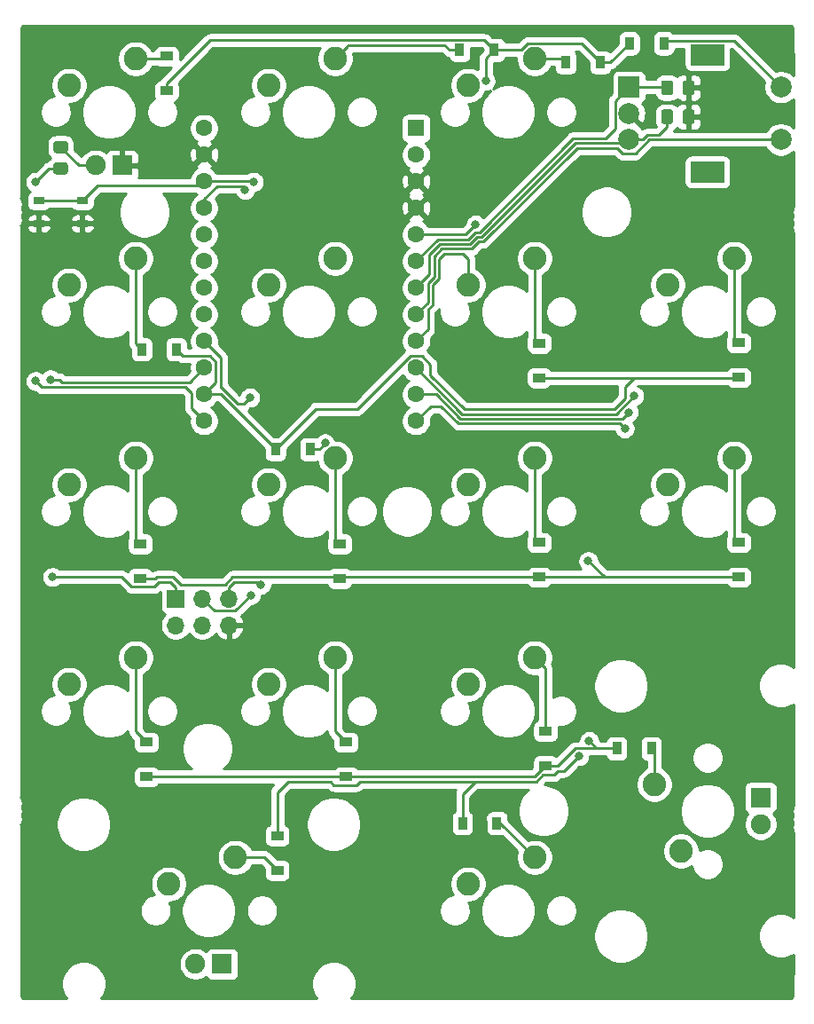
<source format=gbr>
G04 #@! TF.GenerationSoftware,KiCad,Pcbnew,(5.1.7)-1*
G04 #@! TF.CreationDate,2020-12-06T23:42:38-08:00*
G04 #@! TF.ProjectId,dropout-miniusb,64726f70-6f75-4742-9d6d-696e69757362,rev?*
G04 #@! TF.SameCoordinates,Original*
G04 #@! TF.FileFunction,Copper,L2,Bot*
G04 #@! TF.FilePolarity,Positive*
%FSLAX46Y46*%
G04 Gerber Fmt 4.6, Leading zero omitted, Abs format (unit mm)*
G04 Created by KiCad (PCBNEW (5.1.7)-1) date 2020-12-06 23:42:38*
%MOMM*%
%LPD*%
G01*
G04 APERTURE LIST*
G04 #@! TA.AperFunction,ComponentPad*
%ADD10R,1.905000X1.905000*%
G04 #@! TD*
G04 #@! TA.AperFunction,ComponentPad*
%ADD11C,1.905000*%
G04 #@! TD*
G04 #@! TA.AperFunction,ComponentPad*
%ADD12C,2.250000*%
G04 #@! TD*
G04 #@! TA.AperFunction,SMDPad,CuDef*
%ADD13R,0.900000X1.200000*%
G04 #@! TD*
G04 #@! TA.AperFunction,SMDPad,CuDef*
%ADD14R,1.200000X0.900000*%
G04 #@! TD*
G04 #@! TA.AperFunction,ComponentPad*
%ADD15O,1.700000X1.700000*%
G04 #@! TD*
G04 #@! TA.AperFunction,ComponentPad*
%ADD16R,1.700000X1.700000*%
G04 #@! TD*
G04 #@! TA.AperFunction,ComponentPad*
%ADD17R,1.600000X1.600000*%
G04 #@! TD*
G04 #@! TA.AperFunction,ComponentPad*
%ADD18C,1.600000*%
G04 #@! TD*
G04 #@! TA.AperFunction,SMDPad,CuDef*
%ADD19R,1.050000X0.650000*%
G04 #@! TD*
G04 #@! TA.AperFunction,ComponentPad*
%ADD20R,2.000000X2.000000*%
G04 #@! TD*
G04 #@! TA.AperFunction,ComponentPad*
%ADD21C,2.000000*%
G04 #@! TD*
G04 #@! TA.AperFunction,ComponentPad*
%ADD22R,3.200000X2.000000*%
G04 #@! TD*
G04 #@! TA.AperFunction,ViaPad*
%ADD23C,0.800000*%
G04 #@! TD*
G04 #@! TA.AperFunction,Conductor*
%ADD24C,0.250000*%
G04 #@! TD*
G04 #@! TA.AperFunction,Conductor*
%ADD25C,0.254000*%
G04 #@! TD*
G04 #@! TA.AperFunction,Conductor*
%ADD26C,0.100000*%
G04 #@! TD*
G04 APERTURE END LIST*
D10*
X208890800Y-124889779D03*
D11*
X208890800Y-127429779D03*
D12*
X201270800Y-129969779D03*
X198730800Y-123619779D03*
G04 #@! TA.AperFunction,SMDPad,CuDef*
G36*
G01*
X201428298Y-57612575D02*
X201428298Y-56712573D01*
G75*
G02*
X201678297Y-56462574I249999J0D01*
G01*
X202328299Y-56462574D01*
G75*
G02*
X202578298Y-56712573I0J-249999D01*
G01*
X202578298Y-57612575D01*
G75*
G02*
X202328299Y-57862574I-249999J0D01*
G01*
X201678297Y-57862574D01*
G75*
G02*
X201428298Y-57612575I0J249999D01*
G01*
G37*
G04 #@! TD.AperFunction*
G04 #@! TA.AperFunction,SMDPad,CuDef*
G36*
G01*
X199378298Y-57612575D02*
X199378298Y-56712573D01*
G75*
G02*
X199628297Y-56462574I249999J0D01*
G01*
X200278299Y-56462574D01*
G75*
G02*
X200528298Y-56712573I0J-249999D01*
G01*
X200528298Y-57612575D01*
G75*
G02*
X200278299Y-57862574I-249999J0D01*
G01*
X199628297Y-57862574D01*
G75*
G02*
X199378298Y-57612575I0J249999D01*
G01*
G37*
G04 #@! TD.AperFunction*
G04 #@! TA.AperFunction,SMDPad,CuDef*
G36*
G01*
X200528298Y-59485986D02*
X200528298Y-60385988D01*
G75*
G02*
X200278299Y-60635987I-249999J0D01*
G01*
X199628297Y-60635987D01*
G75*
G02*
X199378298Y-60385988I0J249999D01*
G01*
X199378298Y-59485986D01*
G75*
G02*
X199628297Y-59235987I249999J0D01*
G01*
X200278299Y-59235987D01*
G75*
G02*
X200528298Y-59485986I0J-249999D01*
G01*
G37*
G04 #@! TD.AperFunction*
G04 #@! TA.AperFunction,SMDPad,CuDef*
G36*
G01*
X202578298Y-59485986D02*
X202578298Y-60385988D01*
G75*
G02*
X202328299Y-60635987I-249999J0D01*
G01*
X201678297Y-60635987D01*
G75*
G02*
X201428298Y-60385988I0J249999D01*
G01*
X201428298Y-59485986D01*
G75*
G02*
X201678297Y-59235987I249999J0D01*
G01*
X202328299Y-59235987D01*
G75*
G02*
X202578298Y-59485986I0J-249999D01*
G01*
G37*
G04 #@! TD.AperFunction*
D13*
X153089223Y-82137146D03*
X149789223Y-82137146D03*
D12*
X149200800Y-73454779D03*
X142850800Y-75994779D03*
X187300800Y-54404779D03*
X180950800Y-56944779D03*
D14*
X152170475Y-54157435D03*
X152170475Y-57457435D03*
D15*
X158118292Y-108443374D03*
X158118292Y-105903374D03*
X155578292Y-108443374D03*
X155578292Y-105903374D03*
X153038292Y-108443374D03*
D16*
X153038292Y-105903374D03*
D17*
X175982674Y-61023390D03*
D18*
X175982674Y-63563390D03*
X175982674Y-66103390D03*
X175982674Y-68643390D03*
X175982674Y-71183390D03*
X175982674Y-73723390D03*
X175982674Y-76263390D03*
X175982674Y-78803390D03*
X175982674Y-81343390D03*
X175982674Y-83883390D03*
X175982674Y-86423390D03*
X175982674Y-88963390D03*
X155742674Y-88963390D03*
X155742674Y-86423390D03*
X155742674Y-83883390D03*
X155742674Y-81343390D03*
X155742674Y-78803390D03*
X155742674Y-76263390D03*
X155742674Y-73723390D03*
X155742674Y-71183390D03*
X155742674Y-68643390D03*
X155742674Y-66103390D03*
X155742674Y-63563390D03*
X155742674Y-61023390D03*
D12*
X168250800Y-73454779D03*
X161900800Y-75994779D03*
D10*
X157455800Y-140764779D03*
D11*
X154915800Y-140764779D03*
D12*
X152375800Y-133144779D03*
X158725800Y-130604779D03*
D13*
X180150186Y-53562122D03*
X183450186Y-53562122D03*
D19*
X144125154Y-67965260D03*
X139975154Y-67965260D03*
X144125154Y-70115260D03*
X139975154Y-70115260D03*
D20*
X196310800Y-57103529D03*
D21*
X196310800Y-59603529D03*
X196310800Y-62103529D03*
D22*
X203810800Y-54003529D03*
X203810800Y-65203529D03*
D21*
X210810800Y-57103529D03*
X210810800Y-62103529D03*
G04 #@! TA.AperFunction,SMDPad,CuDef*
G36*
G01*
X141600153Y-64298069D02*
X142500155Y-64298069D01*
G75*
G02*
X142750154Y-64548068I0J-249999D01*
G01*
X142750154Y-65198070D01*
G75*
G02*
X142500155Y-65448069I-249999J0D01*
G01*
X141600153Y-65448069D01*
G75*
G02*
X141350154Y-65198070I0J249999D01*
G01*
X141350154Y-64548068D01*
G75*
G02*
X141600153Y-64298069I249999J0D01*
G01*
G37*
G04 #@! TD.AperFunction*
G04 #@! TA.AperFunction,SMDPad,CuDef*
G36*
G01*
X141600153Y-62248069D02*
X142500155Y-62248069D01*
G75*
G02*
X142750154Y-62498068I0J-249999D01*
G01*
X142750154Y-63148070D01*
G75*
G02*
X142500155Y-63398069I-249999J0D01*
G01*
X141600153Y-63398069D01*
G75*
G02*
X141350154Y-63148070I0J249999D01*
G01*
X141350154Y-62498068D01*
G75*
G02*
X141600153Y-62248069I249999J0D01*
G01*
G37*
G04 #@! TD.AperFunction*
D12*
X206350800Y-92504779D03*
X200000800Y-95044779D03*
D10*
X147930800Y-64564779D03*
D11*
X145390800Y-64564779D03*
D12*
X142850800Y-56944779D03*
X149200800Y-54404779D03*
X206350800Y-73454779D03*
X200000800Y-75994779D03*
X187300800Y-130604779D03*
X180950800Y-133144779D03*
X168250800Y-54404779D03*
X161900800Y-56944779D03*
X187300800Y-73454779D03*
X180950800Y-75994779D03*
X187300800Y-92504779D03*
X180950800Y-95044779D03*
X168250800Y-92504779D03*
X161900800Y-95044779D03*
X149200800Y-92504779D03*
X142850800Y-95044779D03*
X149200808Y-111554755D03*
X142850808Y-114094755D03*
X168250800Y-111554779D03*
X161900800Y-114094779D03*
X187300840Y-111554755D03*
X180950840Y-114094755D03*
D13*
X198453039Y-120206633D03*
X195153039Y-120206633D03*
D14*
X206787421Y-100561304D03*
X206787421Y-103861304D03*
X206787421Y-81511288D03*
X206787421Y-84811288D03*
D13*
X199643665Y-52936264D03*
X196343665Y-52936264D03*
X183710493Y-127350389D03*
X180410493Y-127350389D03*
D14*
X188332718Y-118560004D03*
X188332718Y-121860004D03*
X187737405Y-100561304D03*
X187737405Y-103861304D03*
X187737405Y-81541833D03*
X187737405Y-84841833D03*
D13*
X190270507Y-54752748D03*
X193570507Y-54752748D03*
D14*
X169282702Y-119611320D03*
X169282702Y-122911320D03*
X168687389Y-100697243D03*
X168687389Y-103997243D03*
D13*
X165862674Y-91662154D03*
X162562674Y-91662154D03*
D14*
X162734259Y-131841015D03*
X162734259Y-128541015D03*
X150232686Y-119611320D03*
X150232686Y-122911320D03*
X149637373Y-100697243D03*
X149637373Y-103997243D03*
D23*
X181675800Y-70230886D03*
X182621543Y-56515538D03*
X196805799Y-86575774D03*
X192427892Y-102323774D03*
X196272498Y-88134380D03*
X192511899Y-119499935D03*
X195905781Y-89674574D03*
X191551900Y-120931633D03*
X167290521Y-91071777D03*
X141069092Y-84997228D03*
X141272292Y-103847774D03*
X160119092Y-86728174D03*
X160220692Y-105574974D03*
X139655799Y-66154174D03*
X139655799Y-85153374D03*
X159661892Y-66916174D03*
X160474692Y-66154174D03*
X161175800Y-104586304D03*
D24*
X151923131Y-54404779D02*
X152170475Y-54157435D01*
X149200800Y-54404779D02*
X151923131Y-54404779D01*
X156290789Y-52637121D02*
X182525185Y-52637121D01*
X152170475Y-56757435D02*
X156290789Y-52637121D01*
X182525185Y-52637121D02*
X183450186Y-53562122D01*
X152170475Y-57457435D02*
X152170475Y-56757435D01*
X194527181Y-54752748D02*
X196343665Y-52936264D01*
X193570507Y-54752748D02*
X194527181Y-54752748D01*
X191772537Y-52954778D02*
X193570507Y-54752748D01*
X186604799Y-52954778D02*
X191772537Y-52954778D01*
X185997455Y-53562122D02*
X186604799Y-52954778D01*
X183450186Y-53562122D02*
X185997455Y-53562122D01*
X180723296Y-71183390D02*
X181675800Y-70230886D01*
X175982674Y-71183390D02*
X180723296Y-71183390D01*
X182621543Y-54390765D02*
X183450186Y-53562122D01*
X182621543Y-56515538D02*
X182621543Y-54390765D01*
X149200800Y-81548723D02*
X149789223Y-82137146D01*
X149200800Y-73454779D02*
X149200800Y-81548723D01*
X155742674Y-86423390D02*
X157323910Y-86423390D01*
X156867675Y-85298389D02*
X155742674Y-86423390D01*
X156867675Y-83343389D02*
X156867675Y-85298389D01*
X156282675Y-82758389D02*
X156867675Y-83343389D01*
X153710466Y-82758389D02*
X156282675Y-82758389D01*
X153089223Y-82137146D02*
X153710466Y-82758389D01*
X206756876Y-84841833D02*
X206787421Y-84811288D01*
X176522675Y-82758389D02*
X177340292Y-83576006D01*
X175442673Y-82758389D02*
X176522675Y-82758389D01*
X170400684Y-87800378D02*
X175442673Y-82758389D01*
X158746681Y-87770173D02*
X158776886Y-87800378D01*
X158670693Y-87770173D02*
X158746681Y-87770173D01*
X157323910Y-86423390D02*
X158670693Y-87770173D01*
X177340292Y-83576006D02*
X177340292Y-84604598D01*
X158670693Y-87770173D02*
X162562674Y-91662154D01*
X177340292Y-84604598D02*
X180588658Y-87852964D01*
X180595848Y-87845774D02*
X194899389Y-87845774D01*
X180588658Y-87852964D02*
X180595848Y-87845774D01*
X194899389Y-87845774D02*
X195933092Y-86812071D01*
X195933092Y-85698692D02*
X196789951Y-84841833D01*
X195933092Y-86812071D02*
X195933092Y-85698692D01*
X196789951Y-84841833D02*
X206756876Y-84841833D01*
X187737405Y-84841833D02*
X196789951Y-84841833D01*
X166424450Y-87800378D02*
X170400684Y-87800378D01*
X162562674Y-91662154D02*
X166424450Y-87800378D01*
X149200800Y-100260670D02*
X149637373Y-100697243D01*
X149200800Y-92504779D02*
X149200800Y-100260670D01*
X149773312Y-103861304D02*
X149637373Y-103997243D01*
X177976275Y-103817754D02*
X177976275Y-103861304D01*
X168687389Y-103997243D02*
X168687389Y-103986240D01*
X168687389Y-103986240D02*
X168812325Y-103861304D01*
X177976275Y-103861304D02*
X168812325Y-103861304D01*
X189366362Y-103861304D02*
X177976275Y-103861304D01*
X193965422Y-103861304D02*
X194192362Y-103861304D01*
X192427892Y-102323774D02*
X193965422Y-103861304D01*
X194192362Y-103861304D02*
X189366362Y-103861304D01*
X206787421Y-103861304D02*
X194192362Y-103861304D01*
X195078599Y-88302974D02*
X196805799Y-86575774D01*
X180402258Y-88302974D02*
X195078599Y-88302974D01*
X175982674Y-83883390D02*
X180402258Y-88302974D01*
X152732633Y-103861305D02*
X153488301Y-104616973D01*
X151245892Y-103861304D02*
X152732633Y-103861305D01*
X151109953Y-103997243D02*
X151245892Y-103861304D01*
X149637373Y-103997243D02*
X151109953Y-103997243D01*
X153488301Y-104616973D02*
X157230691Y-104616973D01*
X157755482Y-104558974D02*
X158453152Y-103861304D01*
X157288690Y-104558974D02*
X157755482Y-104558974D01*
X157230691Y-104616973D02*
X157288690Y-104558974D01*
X158453152Y-103861304D02*
X169276622Y-103861304D01*
X169140683Y-103997243D02*
X168687389Y-103997243D01*
X149200808Y-118579442D02*
X150232686Y-119611320D01*
X149200808Y-111554755D02*
X149200808Y-118579442D01*
X178845341Y-122911320D02*
X179182759Y-122911320D01*
X175982674Y-86423390D02*
X177886264Y-86423390D01*
X195653894Y-88752984D02*
X196272498Y-88134380D01*
X180215858Y-88752984D02*
X195653894Y-88752984D01*
X177886264Y-86423390D02*
X180215858Y-88752984D01*
X193218597Y-120206633D02*
X194156351Y-120206633D01*
X192511899Y-119499935D02*
X193218597Y-120206633D01*
X194156351Y-120206633D02*
X191173344Y-120206633D01*
X195153039Y-120206633D02*
X194156351Y-120206633D01*
X187281402Y-122911320D02*
X188332718Y-121860004D01*
X179182759Y-122911320D02*
X187281402Y-122911320D01*
X189519973Y-121860004D02*
X191173344Y-120206633D01*
X188332718Y-121860004D02*
X189519973Y-121860004D01*
X150232686Y-122911320D02*
X162352114Y-122911320D01*
X162352114Y-122911320D02*
X179182759Y-122911320D01*
X160964482Y-122911320D02*
X162352114Y-122911320D01*
X161498023Y-130604779D02*
X162734259Y-131841015D01*
X158725800Y-130604779D02*
X161498023Y-130604779D01*
X170303345Y-123686321D02*
X170628336Y-123361330D01*
X168121239Y-123686321D02*
X170303345Y-123686321D01*
X167796248Y-123361330D02*
X168121239Y-123686321D01*
X163751292Y-123361330D02*
X167796248Y-123361330D01*
X162734259Y-124378363D02*
X163751292Y-123361330D01*
X162734259Y-128541015D02*
X162734259Y-124378363D01*
X182439336Y-123361330D02*
X182782248Y-123361330D01*
X175982674Y-88963390D02*
X177410663Y-87535401D01*
X178361865Y-87535401D02*
X180029458Y-89202994D01*
X177410663Y-87535401D02*
X178361865Y-87535401D01*
X195434201Y-89202994D02*
X195905781Y-89674574D01*
X180029458Y-89202994D02*
X195434201Y-89202994D01*
X182115492Y-123361330D02*
X180953448Y-123361330D01*
X180953448Y-123361330D02*
X182439336Y-123361330D01*
X170628336Y-123361330D02*
X180953448Y-123361330D01*
X191520100Y-120931633D02*
X191551900Y-120931633D01*
X190116399Y-122335334D02*
X191520100Y-120931633D01*
X189543640Y-122335334D02*
X190116399Y-122335334D01*
X189151779Y-122727195D02*
X189543640Y-122335334D01*
X188101937Y-122727195D02*
X189151779Y-122727195D01*
X187467802Y-123361330D02*
X188101937Y-122727195D01*
X181601119Y-123361330D02*
X187467802Y-123361330D01*
X180410493Y-124551956D02*
X181601119Y-123361330D01*
X180410493Y-127350389D02*
X180410493Y-124551956D01*
X168250800Y-54404779D02*
X168872131Y-53783448D01*
X178711892Y-53087131D02*
X169466292Y-53087131D01*
X169466292Y-53189287D02*
X168250800Y-54404779D01*
X169466292Y-53087131D02*
X169466292Y-53189287D01*
X179186883Y-53562122D02*
X178711892Y-53087131D01*
X180150186Y-53562122D02*
X179186883Y-53562122D01*
X165862674Y-91662154D02*
X166759512Y-91662154D01*
X167290521Y-91131145D02*
X167290521Y-91071777D01*
X166759512Y-91662154D02*
X167290521Y-91131145D01*
X168250800Y-100260654D02*
X168687389Y-100697243D01*
X168250800Y-92504779D02*
X168250800Y-100260654D01*
X168250800Y-118579418D02*
X169282702Y-119611320D01*
X168250800Y-111554779D02*
X168250800Y-118579418D01*
X189922538Y-54404779D02*
X190270507Y-54752748D01*
X187300800Y-54404779D02*
X189922538Y-54404779D01*
X187300800Y-81210622D02*
X187737405Y-81647227D01*
X187300800Y-73454779D02*
X187300800Y-81210622D01*
X187300800Y-100124699D02*
X187737405Y-100561304D01*
X187300800Y-92504779D02*
X187300800Y-100124699D01*
X188332718Y-112586633D02*
X187300840Y-111554755D01*
X188332718Y-118560004D02*
X188332718Y-112586633D01*
X183342481Y-126850778D02*
X183842092Y-127350389D01*
X184046410Y-127350389D02*
X187300800Y-130604779D01*
X183710493Y-127350389D02*
X184046410Y-127350389D01*
X206385799Y-52678528D02*
X210810800Y-57103529D01*
X199901401Y-52678528D02*
X206385799Y-52678528D01*
X199643665Y-52936264D02*
X199901401Y-52678528D01*
X206350800Y-81074667D02*
X206787421Y-81511288D01*
X206350800Y-73454779D02*
X206350800Y-81074667D01*
X206350800Y-100124683D02*
X206787421Y-100561304D01*
X206350800Y-92504779D02*
X206350800Y-100124683D01*
X198730800Y-120484394D02*
X198453039Y-120206633D01*
X198730800Y-123619779D02*
X198730800Y-120484394D01*
X154353846Y-85272218D02*
X155742674Y-83883390D01*
X142186692Y-85272218D02*
X154353846Y-85272218D01*
X141911702Y-84997228D02*
X142186692Y-85272218D01*
X141069092Y-84997228D02*
X141911702Y-84997228D01*
X153038292Y-104803374D02*
X152546232Y-104311314D01*
X153038292Y-105903374D02*
X153038292Y-104803374D01*
X152546232Y-104311314D02*
X151432292Y-104311314D01*
X150971362Y-104772244D02*
X148800762Y-104772244D01*
X151432292Y-104311314D02*
X150971362Y-104772244D01*
X147876292Y-103847774D02*
X141272292Y-103847774D01*
X148800762Y-104772244D02*
X147876292Y-103847774D01*
X175982674Y-81343390D02*
X177107675Y-80218389D01*
X177107675Y-78314799D02*
X177557685Y-77864789D01*
X177107675Y-80218389D02*
X177107675Y-78314799D01*
X177557685Y-75961199D02*
X178159116Y-75359768D01*
X177557685Y-77864789D02*
X177557685Y-75961199D01*
X178159116Y-73514150D02*
X178689838Y-72983428D01*
X178159116Y-75359768D02*
X178159116Y-73514150D01*
X178689838Y-72983428D02*
X180461146Y-72983428D01*
X180950800Y-73473082D02*
X180950800Y-75994779D01*
X180461146Y-72983428D02*
X180950800Y-73473082D01*
X155742674Y-81343390D02*
X157317685Y-82918401D01*
X160119092Y-86728174D02*
X159496898Y-87350368D01*
X158963286Y-87350368D02*
X157317685Y-85704767D01*
X159496898Y-87350368D02*
X158963286Y-87350368D01*
X157317685Y-85704767D02*
X157317685Y-85780755D01*
X157317685Y-82918401D02*
X157317685Y-85704767D01*
X158717291Y-107078375D02*
X160220692Y-105574974D01*
X156753293Y-107078375D02*
X158717291Y-107078375D01*
X155578292Y-105903374D02*
X156753293Y-107078375D01*
X175982674Y-78803390D02*
X177107675Y-77678389D01*
X177107675Y-75774799D02*
X177709106Y-75173368D01*
X177107675Y-77678389D02*
X177107675Y-75774799D01*
X177709106Y-75173368D02*
X177709106Y-73279770D01*
X178455458Y-72533418D02*
X181327068Y-72533418D01*
X177709106Y-73279770D02*
X178455458Y-72533418D01*
X182004581Y-71855905D02*
X182396603Y-71855905D01*
X181327068Y-72533418D02*
X182004581Y-71855905D01*
X182396603Y-71855905D02*
X191356724Y-62895784D01*
X195674799Y-63428530D02*
X196946801Y-63428530D01*
X195142053Y-62895784D02*
X195674799Y-63428530D01*
X191356724Y-62895784D02*
X195142053Y-62895784D01*
X198271802Y-62103529D02*
X210810800Y-62103529D01*
X196946801Y-63428530D02*
X198271802Y-62103529D01*
X143791864Y-64564779D02*
X142050154Y-62823069D01*
X145390800Y-64564779D02*
X143791864Y-64564779D01*
X140936904Y-64873069D02*
X139655799Y-66154174D01*
X142050154Y-64873069D02*
X140936904Y-64873069D01*
X154551727Y-87772443D02*
X155742674Y-88963390D01*
X154551727Y-86304337D02*
X154551727Y-87772443D01*
X153969618Y-85722228D02*
X154551727Y-86304337D01*
X140224653Y-85722228D02*
X153969618Y-85722228D01*
X139655799Y-85153374D02*
X140224653Y-85722228D01*
X175982674Y-73723390D02*
X178072664Y-71633400D01*
X181631779Y-70955887D02*
X182023801Y-70955887D01*
X180954266Y-71633400D02*
X181631779Y-70955887D01*
X178072664Y-71633400D02*
X180954266Y-71633400D01*
X195876159Y-57103529D02*
X196310800Y-57103529D01*
X182023801Y-70955887D02*
X190983924Y-61995764D01*
X190983924Y-61995764D02*
X194097102Y-61995764D01*
X194985799Y-58428530D02*
X196310800Y-57103529D01*
X194985799Y-61107067D02*
X194985799Y-58428530D01*
X194097102Y-61995764D02*
X194985799Y-61107067D01*
X199894253Y-57103529D02*
X199953298Y-57162574D01*
X196310800Y-57103529D02*
X199894253Y-57103529D01*
X175982674Y-76263390D02*
X177259096Y-74986968D01*
X177259096Y-73093370D02*
X178269056Y-72083410D01*
X177259096Y-74986968D02*
X177259096Y-73093370D01*
X181818179Y-71405897D02*
X182210202Y-71405896D01*
X181140667Y-72083409D02*
X181818179Y-71405897D01*
X178269056Y-72083410D02*
X181140667Y-72083409D01*
X182210202Y-71405896D02*
X191170324Y-62445774D01*
X195968555Y-62445774D02*
X196310800Y-62103529D01*
X191170324Y-62445774D02*
X195968555Y-62445774D01*
X199953298Y-59935987D02*
X199953298Y-60892580D01*
X199953298Y-60892580D02*
X199192359Y-61653519D01*
X197635392Y-62103529D02*
X196310800Y-62103529D01*
X198085402Y-61653519D02*
X197635392Y-62103529D01*
X199192359Y-61653519D02*
X198085402Y-61653519D01*
X159661892Y-66865374D02*
X159349918Y-66553400D01*
X159661892Y-66916174D02*
X159661892Y-66865374D01*
X159349918Y-66553400D02*
X156976666Y-66553400D01*
X155742674Y-67787392D02*
X155742674Y-68643390D01*
X156976666Y-66553400D02*
X155742674Y-67787392D01*
X155330805Y-66515259D02*
X155742674Y-66103390D01*
X145575155Y-66515259D02*
X155330805Y-66515259D01*
X144125154Y-67965260D02*
X145575155Y-66515259D01*
X139975154Y-67965260D02*
X144125154Y-67965260D01*
X160423908Y-66103390D02*
X160474692Y-66154174D01*
X155742674Y-66103390D02*
X160423908Y-66103390D01*
X161175800Y-104586304D02*
X160900810Y-104311314D01*
X160900810Y-104311314D02*
X158639552Y-104311314D01*
X158118292Y-104832574D02*
X158118292Y-105903374D01*
X158639552Y-104311314D02*
X158118292Y-104832574D01*
D25*
X211753422Y-51272478D02*
X211806971Y-51288645D01*
X211856354Y-51314903D01*
X211899702Y-51350256D01*
X211935357Y-51393355D01*
X211961958Y-51442552D01*
X211978499Y-51495990D01*
X211987776Y-51584254D01*
X211990566Y-55971056D01*
X211853052Y-55833542D01*
X211585263Y-55654611D01*
X211287712Y-55531361D01*
X210971833Y-55468529D01*
X210649767Y-55468529D01*
X210333888Y-55531361D01*
X210319425Y-55537352D01*
X206949603Y-52167531D01*
X206925800Y-52138527D01*
X206810075Y-52043554D01*
X206678046Y-51972982D01*
X206534785Y-51929525D01*
X206423132Y-51918528D01*
X206423121Y-51918528D01*
X206385799Y-51914852D01*
X206348477Y-51918528D01*
X200572301Y-51918528D01*
X200544850Y-51885079D01*
X200448159Y-51805727D01*
X200337845Y-51746762D01*
X200218147Y-51710452D01*
X200093665Y-51698192D01*
X199193665Y-51698192D01*
X199069183Y-51710452D01*
X198949485Y-51746762D01*
X198839171Y-51805727D01*
X198742480Y-51885079D01*
X198663128Y-51981770D01*
X198604163Y-52092084D01*
X198567853Y-52211782D01*
X198555593Y-52336264D01*
X198555593Y-53536264D01*
X198567853Y-53660746D01*
X198604163Y-53780444D01*
X198663128Y-53890758D01*
X198742480Y-53987449D01*
X198839171Y-54066801D01*
X198949485Y-54125766D01*
X199069183Y-54162076D01*
X199193665Y-54174336D01*
X200093665Y-54174336D01*
X200218147Y-54162076D01*
X200337845Y-54125766D01*
X200448159Y-54066801D01*
X200544850Y-53987449D01*
X200624202Y-53890758D01*
X200683167Y-53780444D01*
X200719477Y-53660746D01*
X200731737Y-53536264D01*
X200731737Y-53438528D01*
X201572728Y-53438528D01*
X201572728Y-55003529D01*
X201584988Y-55128011D01*
X201621298Y-55247709D01*
X201680263Y-55358023D01*
X201759615Y-55454714D01*
X201856306Y-55534066D01*
X201966620Y-55593031D01*
X202086318Y-55629341D01*
X202210800Y-55641601D01*
X205410800Y-55641601D01*
X205535282Y-55629341D01*
X205654980Y-55593031D01*
X205765294Y-55534066D01*
X205861985Y-55454714D01*
X205941337Y-55358023D01*
X206000302Y-55247709D01*
X206036612Y-55128011D01*
X206048872Y-55003529D01*
X206048872Y-53438528D01*
X206070998Y-53438528D01*
X209244623Y-56612154D01*
X209238632Y-56626617D01*
X209175800Y-56942496D01*
X209175800Y-57264562D01*
X209238632Y-57580441D01*
X209361882Y-57877992D01*
X209540813Y-58145781D01*
X209768548Y-58373516D01*
X210036337Y-58552447D01*
X210333888Y-58675697D01*
X210649767Y-58738529D01*
X210971833Y-58738529D01*
X211287712Y-58675697D01*
X211585263Y-58552447D01*
X211853052Y-58373516D01*
X211992006Y-58234562D01*
X211993748Y-60974238D01*
X211853052Y-60833542D01*
X211585263Y-60654611D01*
X211287712Y-60531361D01*
X210971833Y-60468529D01*
X210649767Y-60468529D01*
X210333888Y-60531361D01*
X210036337Y-60654611D01*
X209768548Y-60833542D01*
X209540813Y-61061277D01*
X209361882Y-61329066D01*
X209355891Y-61343529D01*
X200566382Y-61343529D01*
X200588272Y-61316856D01*
X200658844Y-61184827D01*
X200658887Y-61184684D01*
X200771685Y-61124392D01*
X200906260Y-61013949D01*
X200911640Y-61007393D01*
X200977113Y-61087172D01*
X201073804Y-61166524D01*
X201184118Y-61225489D01*
X201303816Y-61261799D01*
X201428298Y-61274059D01*
X201717548Y-61270987D01*
X201876298Y-61112237D01*
X201876298Y-60062987D01*
X202130298Y-60062987D01*
X202130298Y-61112237D01*
X202289048Y-61270987D01*
X202578298Y-61274059D01*
X202702780Y-61261799D01*
X202822478Y-61225489D01*
X202932792Y-61166524D01*
X203029483Y-61087172D01*
X203108835Y-60990481D01*
X203167800Y-60880167D01*
X203204110Y-60760469D01*
X203216370Y-60635987D01*
X203213298Y-60221737D01*
X203054548Y-60062987D01*
X202130298Y-60062987D01*
X201876298Y-60062987D01*
X201856298Y-60062987D01*
X201856298Y-59808987D01*
X201876298Y-59808987D01*
X201876298Y-58759737D01*
X202130298Y-58759737D01*
X202130298Y-59808987D01*
X203054548Y-59808987D01*
X203213298Y-59650237D01*
X203216370Y-59235987D01*
X203204110Y-59111505D01*
X203167800Y-58991807D01*
X203108835Y-58881493D01*
X203029483Y-58784802D01*
X202932792Y-58705450D01*
X202822478Y-58646485D01*
X202702780Y-58610175D01*
X202578298Y-58597915D01*
X202289048Y-58600987D01*
X202130298Y-58759737D01*
X201876298Y-58759737D01*
X201717548Y-58600987D01*
X201428298Y-58597915D01*
X201303816Y-58610175D01*
X201184118Y-58646485D01*
X201073804Y-58705450D01*
X200977113Y-58784802D01*
X200911640Y-58864581D01*
X200906260Y-58858025D01*
X200771685Y-58747582D01*
X200618149Y-58665515D01*
X200451553Y-58614979D01*
X200278299Y-58597915D01*
X199628297Y-58597915D01*
X199455043Y-58614979D01*
X199288447Y-58665515D01*
X199134911Y-58747582D01*
X199000336Y-58858025D01*
X198889893Y-58992600D01*
X198807826Y-59146136D01*
X198757290Y-59312732D01*
X198740226Y-59485986D01*
X198740226Y-60385988D01*
X198757290Y-60559242D01*
X198807826Y-60725838D01*
X198889893Y-60879374D01*
X198890709Y-60880368D01*
X198877558Y-60893519D01*
X198122724Y-60893519D01*
X198085401Y-60889843D01*
X198048078Y-60893519D01*
X198048069Y-60893519D01*
X197936416Y-60904516D01*
X197793155Y-60947973D01*
X197661126Y-61018545D01*
X197590799Y-61076261D01*
X197580787Y-61061277D01*
X197353052Y-60833542D01*
X197255865Y-60768604D01*
X197266608Y-60738942D01*
X196310800Y-59783134D01*
X196296658Y-59797277D01*
X196117053Y-59617672D01*
X196131195Y-59603529D01*
X196117053Y-59589387D01*
X196296658Y-59409782D01*
X196310800Y-59423924D01*
X196324943Y-59409782D01*
X196504548Y-59589387D01*
X196490405Y-59603529D01*
X197446213Y-60559337D01*
X197710614Y-60463573D01*
X197851504Y-60173958D01*
X197933184Y-59862421D01*
X197952518Y-59540934D01*
X197908761Y-59221854D01*
X197803595Y-58917441D01*
X197710614Y-58743485D01*
X197561577Y-58689505D01*
X197665294Y-58634066D01*
X197761985Y-58554714D01*
X197841337Y-58458023D01*
X197900302Y-58347709D01*
X197936612Y-58228011D01*
X197948872Y-58103529D01*
X197948872Y-57863529D01*
X198780860Y-57863529D01*
X198807826Y-57952425D01*
X198889893Y-58105961D01*
X199000336Y-58240536D01*
X199134911Y-58350979D01*
X199288447Y-58433046D01*
X199455043Y-58483582D01*
X199628297Y-58500646D01*
X200278299Y-58500646D01*
X200451553Y-58483582D01*
X200618149Y-58433046D01*
X200771685Y-58350979D01*
X200906260Y-58240536D01*
X200911640Y-58233980D01*
X200977113Y-58313759D01*
X201073804Y-58393111D01*
X201184118Y-58452076D01*
X201303816Y-58488386D01*
X201428298Y-58500646D01*
X201717548Y-58497574D01*
X201876298Y-58338824D01*
X201876298Y-57289574D01*
X202130298Y-57289574D01*
X202130298Y-58338824D01*
X202289048Y-58497574D01*
X202578298Y-58500646D01*
X202702780Y-58488386D01*
X202822478Y-58452076D01*
X202932792Y-58393111D01*
X203029483Y-58313759D01*
X203108835Y-58217068D01*
X203167800Y-58106754D01*
X203204110Y-57987056D01*
X203216370Y-57862574D01*
X203213298Y-57448324D01*
X203054548Y-57289574D01*
X202130298Y-57289574D01*
X201876298Y-57289574D01*
X201856298Y-57289574D01*
X201856298Y-57035574D01*
X201876298Y-57035574D01*
X201876298Y-55986324D01*
X202130298Y-55986324D01*
X202130298Y-57035574D01*
X203054548Y-57035574D01*
X203213298Y-56876824D01*
X203216370Y-56462574D01*
X203204110Y-56338092D01*
X203167800Y-56218394D01*
X203108835Y-56108080D01*
X203029483Y-56011389D01*
X202932792Y-55932037D01*
X202822478Y-55873072D01*
X202702780Y-55836762D01*
X202578298Y-55824502D01*
X202289048Y-55827574D01*
X202130298Y-55986324D01*
X201876298Y-55986324D01*
X201717548Y-55827574D01*
X201428298Y-55824502D01*
X201303816Y-55836762D01*
X201184118Y-55873072D01*
X201073804Y-55932037D01*
X200977113Y-56011389D01*
X200911640Y-56091168D01*
X200906260Y-56084612D01*
X200771685Y-55974169D01*
X200618149Y-55892102D01*
X200451553Y-55841566D01*
X200278299Y-55824502D01*
X199628297Y-55824502D01*
X199455043Y-55841566D01*
X199288447Y-55892102D01*
X199134911Y-55974169D01*
X199000336Y-56084612D01*
X198889893Y-56219187D01*
X198823431Y-56343529D01*
X197948872Y-56343529D01*
X197948872Y-56103529D01*
X197936612Y-55979047D01*
X197900302Y-55859349D01*
X197841337Y-55749035D01*
X197761985Y-55652344D01*
X197665294Y-55572992D01*
X197554980Y-55514027D01*
X197435282Y-55477717D01*
X197310800Y-55465457D01*
X195310800Y-55465457D01*
X195186318Y-55477717D01*
X195066620Y-55514027D01*
X194956306Y-55572992D01*
X194859615Y-55652344D01*
X194780263Y-55749035D01*
X194721298Y-55859349D01*
X194684988Y-55979047D01*
X194672728Y-56103529D01*
X194672728Y-57666800D01*
X194474797Y-57864731D01*
X194445799Y-57888529D01*
X194422001Y-57917527D01*
X194422000Y-57917528D01*
X194350825Y-58004254D01*
X194280253Y-58136284D01*
X194254522Y-58221112D01*
X194236797Y-58279544D01*
X194225800Y-58391197D01*
X194222123Y-58428530D01*
X194225800Y-58465862D01*
X194225799Y-60792265D01*
X193782301Y-61235764D01*
X191021246Y-61235764D01*
X190983923Y-61232088D01*
X190946600Y-61235764D01*
X190946591Y-61235764D01*
X190834938Y-61246761D01*
X190691677Y-61290218D01*
X190559648Y-61360790D01*
X190543609Y-61373953D01*
X190472920Y-61431965D01*
X190472916Y-61431969D01*
X190443923Y-61455763D01*
X190420129Y-61484756D01*
X182406756Y-69498131D01*
X182335574Y-69426949D01*
X182166056Y-69313681D01*
X181977698Y-69235660D01*
X181777739Y-69195886D01*
X181573861Y-69195886D01*
X181373902Y-69235660D01*
X181185544Y-69313681D01*
X181016026Y-69426949D01*
X180871863Y-69571112D01*
X180758595Y-69740630D01*
X180680574Y-69928988D01*
X180640800Y-70128947D01*
X180640800Y-70191085D01*
X180408495Y-70423390D01*
X177200717Y-70423390D01*
X177097311Y-70268631D01*
X176897433Y-70068753D01*
X176663546Y-69912475D01*
X176724188Y-69880061D01*
X176795771Y-69636092D01*
X175982674Y-68822995D01*
X175169577Y-69636092D01*
X175241160Y-69880061D01*
X175305666Y-69910584D01*
X175302947Y-69911710D01*
X175067915Y-70068753D01*
X174868037Y-70268631D01*
X174710994Y-70503663D01*
X174602821Y-70764816D01*
X174547674Y-71042055D01*
X174547674Y-71324725D01*
X174602821Y-71601964D01*
X174710994Y-71863117D01*
X174868037Y-72098149D01*
X175067915Y-72298027D01*
X175300433Y-72453390D01*
X175067915Y-72608753D01*
X174868037Y-72808631D01*
X174710994Y-73043663D01*
X174602821Y-73304816D01*
X174547674Y-73582055D01*
X174547674Y-73864725D01*
X174602821Y-74141964D01*
X174710994Y-74403117D01*
X174868037Y-74638149D01*
X175067915Y-74838027D01*
X175300433Y-74993390D01*
X175067915Y-75148753D01*
X174868037Y-75348631D01*
X174710994Y-75583663D01*
X174602821Y-75844816D01*
X174547674Y-76122055D01*
X174547674Y-76404725D01*
X174602821Y-76681964D01*
X174710994Y-76943117D01*
X174868037Y-77178149D01*
X175067915Y-77378027D01*
X175300433Y-77533390D01*
X175067915Y-77688753D01*
X174868037Y-77888631D01*
X174710994Y-78123663D01*
X174602821Y-78384816D01*
X174547674Y-78662055D01*
X174547674Y-78944725D01*
X174602821Y-79221964D01*
X174710994Y-79483117D01*
X174868037Y-79718149D01*
X175067915Y-79918027D01*
X175300433Y-80073390D01*
X175067915Y-80228753D01*
X174868037Y-80428631D01*
X174710994Y-80663663D01*
X174602821Y-80924816D01*
X174547674Y-81202055D01*
X174547674Y-81484725D01*
X174602821Y-81761964D01*
X174710994Y-82023117D01*
X174868037Y-82258149D01*
X174868074Y-82258186D01*
X170085883Y-87040378D01*
X166461772Y-87040378D01*
X166424450Y-87036702D01*
X166387127Y-87040378D01*
X166387117Y-87040378D01*
X166275464Y-87051375D01*
X166132203Y-87094832D01*
X166000173Y-87165404D01*
X165921254Y-87230172D01*
X165884449Y-87260377D01*
X165860651Y-87289375D01*
X162725945Y-90424082D01*
X162399404Y-90424082D01*
X159942863Y-87967542D01*
X160036899Y-87890369D01*
X160060701Y-87861366D01*
X160158893Y-87763174D01*
X160221031Y-87763174D01*
X160420990Y-87723400D01*
X160609348Y-87645379D01*
X160778866Y-87532111D01*
X160923029Y-87387948D01*
X161036297Y-87218430D01*
X161114318Y-87030072D01*
X161154092Y-86830113D01*
X161154092Y-86626235D01*
X161114318Y-86426276D01*
X161036297Y-86237918D01*
X160923029Y-86068400D01*
X160778866Y-85924237D01*
X160609348Y-85810969D01*
X160420990Y-85732948D01*
X160221031Y-85693174D01*
X160017153Y-85693174D01*
X159817194Y-85732948D01*
X159628836Y-85810969D01*
X159459318Y-85924237D01*
X159315155Y-86068400D01*
X159201887Y-86237918D01*
X159123866Y-86426276D01*
X159122228Y-86434509D01*
X158077685Y-85389966D01*
X158077685Y-82955724D01*
X158081361Y-82918401D01*
X158077685Y-82881078D01*
X158077685Y-82881068D01*
X158066688Y-82769415D01*
X158023231Y-82626154D01*
X158008909Y-82599360D01*
X157952659Y-82494124D01*
X157881484Y-82407398D01*
X157857686Y-82378400D01*
X157828689Y-82354603D01*
X157141362Y-81667276D01*
X157177674Y-81484725D01*
X157177674Y-81202055D01*
X157122527Y-80924816D01*
X157014354Y-80663663D01*
X156857311Y-80428631D01*
X156657433Y-80228753D01*
X156424915Y-80073390D01*
X156657433Y-79918027D01*
X156857311Y-79718149D01*
X157014354Y-79483117D01*
X157122527Y-79221964D01*
X157177674Y-78944725D01*
X157177674Y-78662055D01*
X157122774Y-78386057D01*
X159120800Y-78386057D01*
X159120800Y-78683501D01*
X159178829Y-78975230D01*
X159292656Y-79250032D01*
X159457907Y-79497348D01*
X159668231Y-79707672D01*
X159915547Y-79872923D01*
X160190349Y-79986750D01*
X160482078Y-80044779D01*
X160779522Y-80044779D01*
X161071251Y-79986750D01*
X161346053Y-79872923D01*
X161593369Y-79707672D01*
X161803693Y-79497348D01*
X161968944Y-79250032D01*
X162082771Y-78975230D01*
X162140800Y-78683501D01*
X162140800Y-78386057D01*
X162118880Y-78275855D01*
X163081900Y-78275855D01*
X163081900Y-78793703D01*
X163182927Y-79301601D01*
X163381099Y-79780030D01*
X163668800Y-80210605D01*
X164034974Y-80576779D01*
X164465549Y-80864480D01*
X164943978Y-81062652D01*
X165451876Y-81163679D01*
X165969724Y-81163679D01*
X166477622Y-81062652D01*
X166956051Y-80864480D01*
X167386626Y-80576779D01*
X167752800Y-80210605D01*
X168040501Y-79780030D01*
X168238673Y-79301601D01*
X168339700Y-78793703D01*
X168339700Y-78386057D01*
X169280800Y-78386057D01*
X169280800Y-78683501D01*
X169338829Y-78975230D01*
X169452656Y-79250032D01*
X169617907Y-79497348D01*
X169828231Y-79707672D01*
X170075547Y-79872923D01*
X170350349Y-79986750D01*
X170642078Y-80044779D01*
X170939522Y-80044779D01*
X171231251Y-79986750D01*
X171506053Y-79872923D01*
X171753369Y-79707672D01*
X171963693Y-79497348D01*
X172128944Y-79250032D01*
X172242771Y-78975230D01*
X172300800Y-78683501D01*
X172300800Y-78386057D01*
X172242771Y-78094328D01*
X172128944Y-77819526D01*
X171963693Y-77572210D01*
X171753369Y-77361886D01*
X171506053Y-77196635D01*
X171231251Y-77082808D01*
X170939522Y-77024779D01*
X170642078Y-77024779D01*
X170350349Y-77082808D01*
X170075547Y-77196635D01*
X169828231Y-77361886D01*
X169617907Y-77572210D01*
X169452656Y-77819526D01*
X169338829Y-78094328D01*
X169280800Y-78386057D01*
X168339700Y-78386057D01*
X168339700Y-78275855D01*
X168238673Y-77767957D01*
X168040501Y-77289528D01*
X167752800Y-76858953D01*
X167386626Y-76492779D01*
X166956051Y-76205078D01*
X166477622Y-76006906D01*
X165969724Y-75905879D01*
X165451876Y-75905879D01*
X164943978Y-76006906D01*
X164465549Y-76205078D01*
X164034974Y-76492779D01*
X163668800Y-76858953D01*
X163381099Y-77289528D01*
X163182927Y-77767957D01*
X163081900Y-78275855D01*
X162118880Y-78275855D01*
X162082771Y-78094328D01*
X161968944Y-77819526D01*
X161925682Y-77754779D01*
X162074145Y-77754779D01*
X162414173Y-77687143D01*
X162734473Y-77554471D01*
X163022735Y-77361860D01*
X163267881Y-77116714D01*
X163460492Y-76828452D01*
X163593164Y-76508152D01*
X163660800Y-76168124D01*
X163660800Y-75821434D01*
X163593164Y-75481406D01*
X163460492Y-75161106D01*
X163267881Y-74872844D01*
X163022735Y-74627698D01*
X162734473Y-74435087D01*
X162414173Y-74302415D01*
X162074145Y-74234779D01*
X161727455Y-74234779D01*
X161387427Y-74302415D01*
X161067127Y-74435087D01*
X160778865Y-74627698D01*
X160533719Y-74872844D01*
X160341108Y-75161106D01*
X160208436Y-75481406D01*
X160140800Y-75821434D01*
X160140800Y-76168124D01*
X160208436Y-76508152D01*
X160341108Y-76828452D01*
X160473438Y-77026498D01*
X160190349Y-77082808D01*
X159915547Y-77196635D01*
X159668231Y-77361886D01*
X159457907Y-77572210D01*
X159292656Y-77819526D01*
X159178829Y-78094328D01*
X159120800Y-78386057D01*
X157122774Y-78386057D01*
X157122527Y-78384816D01*
X157014354Y-78123663D01*
X156857311Y-77888631D01*
X156657433Y-77688753D01*
X156424915Y-77533390D01*
X156657433Y-77378027D01*
X156857311Y-77178149D01*
X157014354Y-76943117D01*
X157122527Y-76681964D01*
X157177674Y-76404725D01*
X157177674Y-76122055D01*
X157122527Y-75844816D01*
X157014354Y-75583663D01*
X156857311Y-75348631D01*
X156657433Y-75148753D01*
X156424915Y-74993390D01*
X156657433Y-74838027D01*
X156857311Y-74638149D01*
X157014354Y-74403117D01*
X157122527Y-74141964D01*
X157177674Y-73864725D01*
X157177674Y-73582055D01*
X157122527Y-73304816D01*
X157112842Y-73281434D01*
X166490800Y-73281434D01*
X166490800Y-73628124D01*
X166558436Y-73968152D01*
X166691108Y-74288452D01*
X166883719Y-74576714D01*
X167128865Y-74821860D01*
X167417127Y-75014471D01*
X167737427Y-75147143D01*
X168077455Y-75214779D01*
X168424145Y-75214779D01*
X168764173Y-75147143D01*
X169084473Y-75014471D01*
X169372735Y-74821860D01*
X169617881Y-74576714D01*
X169810492Y-74288452D01*
X169943164Y-73968152D01*
X170010800Y-73628124D01*
X170010800Y-73281434D01*
X169943164Y-72941406D01*
X169810492Y-72621106D01*
X169617881Y-72332844D01*
X169372735Y-72087698D01*
X169084473Y-71895087D01*
X168764173Y-71762415D01*
X168424145Y-71694779D01*
X168077455Y-71694779D01*
X167737427Y-71762415D01*
X167417127Y-71895087D01*
X167128865Y-72087698D01*
X166883719Y-72332844D01*
X166691108Y-72621106D01*
X166558436Y-72941406D01*
X166490800Y-73281434D01*
X157112842Y-73281434D01*
X157014354Y-73043663D01*
X156857311Y-72808631D01*
X156657433Y-72608753D01*
X156424915Y-72453390D01*
X156657433Y-72298027D01*
X156857311Y-72098149D01*
X157014354Y-71863117D01*
X157122527Y-71601964D01*
X157177674Y-71324725D01*
X157177674Y-71042055D01*
X157122527Y-70764816D01*
X157014354Y-70503663D01*
X156857311Y-70268631D01*
X156657433Y-70068753D01*
X156424915Y-69913390D01*
X156657433Y-69758027D01*
X156857311Y-69558149D01*
X157014354Y-69323117D01*
X157122527Y-69061964D01*
X157177674Y-68784725D01*
X157177674Y-68713902D01*
X174542457Y-68713902D01*
X174583887Y-68993520D01*
X174679071Y-69259682D01*
X174746003Y-69384904D01*
X174989972Y-69456487D01*
X175803069Y-68643390D01*
X176162279Y-68643390D01*
X176975376Y-69456487D01*
X177219345Y-69384904D01*
X177340245Y-69129394D01*
X177408974Y-68855206D01*
X177422891Y-68572878D01*
X177381461Y-68293260D01*
X177286277Y-68027098D01*
X177219345Y-67901876D01*
X176975376Y-67830293D01*
X176162279Y-68643390D01*
X175803069Y-68643390D01*
X174989972Y-67830293D01*
X174746003Y-67901876D01*
X174625103Y-68157386D01*
X174556374Y-68431574D01*
X174542457Y-68713902D01*
X157177674Y-68713902D01*
X157177674Y-68502055D01*
X157122527Y-68224816D01*
X157014354Y-67963663D01*
X156864891Y-67739976D01*
X157291468Y-67313400D01*
X158706152Y-67313400D01*
X158744687Y-67406430D01*
X158857955Y-67575948D01*
X159002118Y-67720111D01*
X159171636Y-67833379D01*
X159359994Y-67911400D01*
X159559953Y-67951174D01*
X159763831Y-67951174D01*
X159963790Y-67911400D01*
X160152148Y-67833379D01*
X160321666Y-67720111D01*
X160465829Y-67575948D01*
X160579097Y-67406430D01*
X160657118Y-67218072D01*
X160666419Y-67171314D01*
X160776590Y-67149400D01*
X160905285Y-67096092D01*
X175169577Y-67096092D01*
X175241160Y-67340061D01*
X175307310Y-67371361D01*
X175241160Y-67406719D01*
X175169577Y-67650688D01*
X175982674Y-68463785D01*
X176795771Y-67650688D01*
X176724188Y-67406719D01*
X176658038Y-67375419D01*
X176724188Y-67340061D01*
X176795771Y-67096092D01*
X175982674Y-66282995D01*
X175169577Y-67096092D01*
X160905285Y-67096092D01*
X160964948Y-67071379D01*
X161134466Y-66958111D01*
X161278629Y-66813948D01*
X161391897Y-66644430D01*
X161469918Y-66456072D01*
X161509692Y-66256113D01*
X161509692Y-66173902D01*
X174542457Y-66173902D01*
X174583887Y-66453520D01*
X174679071Y-66719682D01*
X174746003Y-66844904D01*
X174989972Y-66916487D01*
X175803069Y-66103390D01*
X176162279Y-66103390D01*
X176975376Y-66916487D01*
X177219345Y-66844904D01*
X177340245Y-66589394D01*
X177408974Y-66315206D01*
X177422891Y-66032878D01*
X177381461Y-65753260D01*
X177286277Y-65487098D01*
X177219345Y-65361876D01*
X176975376Y-65290293D01*
X176162279Y-66103390D01*
X175803069Y-66103390D01*
X174989972Y-65290293D01*
X174746003Y-65361876D01*
X174625103Y-65617386D01*
X174556374Y-65891574D01*
X174542457Y-66173902D01*
X161509692Y-66173902D01*
X161509692Y-66052235D01*
X161469918Y-65852276D01*
X161391897Y-65663918D01*
X161278629Y-65494400D01*
X161134466Y-65350237D01*
X160964948Y-65236969D01*
X160776590Y-65158948D01*
X160576631Y-65119174D01*
X160372753Y-65119174D01*
X160172794Y-65158948D01*
X159984436Y-65236969D01*
X159825165Y-65343390D01*
X156960717Y-65343390D01*
X156857311Y-65188631D01*
X156657433Y-64988753D01*
X156423546Y-64832475D01*
X156484188Y-64800061D01*
X156555771Y-64556092D01*
X155742674Y-63742995D01*
X154929577Y-64556092D01*
X155001160Y-64800061D01*
X155065666Y-64830584D01*
X155062947Y-64831710D01*
X154827915Y-64988753D01*
X154628037Y-65188631D01*
X154470994Y-65423663D01*
X154362821Y-65684816D01*
X154348809Y-65755259D01*
X149474683Y-65755259D01*
X149509112Y-65641761D01*
X149521372Y-65517279D01*
X149518300Y-64850529D01*
X149359550Y-64691779D01*
X148057800Y-64691779D01*
X148057800Y-64711779D01*
X147803800Y-64711779D01*
X147803800Y-64691779D01*
X147783800Y-64691779D01*
X147783800Y-64437779D01*
X147803800Y-64437779D01*
X147803800Y-63136029D01*
X148057800Y-63136029D01*
X148057800Y-64437779D01*
X149359550Y-64437779D01*
X149518300Y-64279029D01*
X149521272Y-63633902D01*
X154302457Y-63633902D01*
X154343887Y-63913520D01*
X154439071Y-64179682D01*
X154506003Y-64304904D01*
X154749972Y-64376487D01*
X155563069Y-63563390D01*
X155922279Y-63563390D01*
X156735376Y-64376487D01*
X156979345Y-64304904D01*
X157100245Y-64049394D01*
X157168974Y-63775206D01*
X157182891Y-63492878D01*
X157141461Y-63213260D01*
X157046277Y-62947098D01*
X156979345Y-62821876D01*
X156735376Y-62750293D01*
X155922279Y-63563390D01*
X155563069Y-63563390D01*
X154749972Y-62750293D01*
X154506003Y-62821876D01*
X154385103Y-63077386D01*
X154316374Y-63351574D01*
X154302457Y-63633902D01*
X149521272Y-63633902D01*
X149521372Y-63612279D01*
X149509112Y-63487797D01*
X149472802Y-63368099D01*
X149413837Y-63257785D01*
X149334485Y-63161094D01*
X149237794Y-63081742D01*
X149127480Y-63022777D01*
X149007782Y-62986467D01*
X148883300Y-62974207D01*
X148216550Y-62977279D01*
X148057800Y-63136029D01*
X147803800Y-63136029D01*
X147645050Y-62977279D01*
X146978300Y-62974207D01*
X146853818Y-62986467D01*
X146734120Y-63022777D01*
X146623806Y-63081742D01*
X146527115Y-63161094D01*
X146447763Y-63257785D01*
X146406349Y-63335264D01*
X146402772Y-63331687D01*
X146142763Y-63157955D01*
X145853857Y-63038286D01*
X145547155Y-62977279D01*
X145234445Y-62977279D01*
X144927743Y-63038286D01*
X144638837Y-63157955D01*
X144378828Y-63331687D01*
X144157708Y-63552807D01*
X144036338Y-63734451D01*
X143388226Y-63086340D01*
X143388226Y-62498068D01*
X143371162Y-62324814D01*
X143320626Y-62158218D01*
X143238559Y-62004682D01*
X143128116Y-61870107D01*
X142993541Y-61759664D01*
X142840005Y-61677597D01*
X142673409Y-61627061D01*
X142500155Y-61609997D01*
X141600153Y-61609997D01*
X141426899Y-61627061D01*
X141260303Y-61677597D01*
X141106767Y-61759664D01*
X140972192Y-61870107D01*
X140861749Y-62004682D01*
X140779682Y-62158218D01*
X140729146Y-62324814D01*
X140712082Y-62498068D01*
X140712082Y-63148070D01*
X140729146Y-63321324D01*
X140779682Y-63487920D01*
X140861749Y-63641456D01*
X140972192Y-63776031D01*
X141059970Y-63848069D01*
X140972192Y-63920107D01*
X140861749Y-64054682D01*
X140826704Y-64120246D01*
X140787918Y-64124066D01*
X140644657Y-64167523D01*
X140512627Y-64238095D01*
X140431221Y-64304904D01*
X140396903Y-64333068D01*
X140373105Y-64362066D01*
X139615998Y-65119174D01*
X139553860Y-65119174D01*
X139353901Y-65158948D01*
X139165543Y-65236969D01*
X138996025Y-65350237D01*
X138851862Y-65494400D01*
X138738594Y-65663918D01*
X138660573Y-65852276D01*
X138620799Y-66052235D01*
X138620799Y-66256113D01*
X138660573Y-66456072D01*
X138738594Y-66644430D01*
X138851862Y-66813948D01*
X138996025Y-66958111D01*
X139165543Y-67071379D01*
X139166587Y-67071811D01*
X139095660Y-67109723D01*
X138998969Y-67189075D01*
X138919617Y-67285766D01*
X138860652Y-67396080D01*
X138824342Y-67515778D01*
X138812082Y-67640260D01*
X138812082Y-68290260D01*
X138824342Y-68414742D01*
X138860652Y-68534440D01*
X138919617Y-68644754D01*
X138998969Y-68741445D01*
X139095660Y-68820797D01*
X139205974Y-68879762D01*
X139325672Y-68916072D01*
X139450154Y-68928332D01*
X140500154Y-68928332D01*
X140624636Y-68916072D01*
X140744334Y-68879762D01*
X140854648Y-68820797D01*
X140951339Y-68741445D01*
X140964622Y-68725260D01*
X143135686Y-68725260D01*
X143148969Y-68741445D01*
X143245660Y-68820797D01*
X143355974Y-68879762D01*
X143475672Y-68916072D01*
X143600154Y-68928332D01*
X144650154Y-68928332D01*
X144774636Y-68916072D01*
X144894334Y-68879762D01*
X145004648Y-68820797D01*
X145101339Y-68741445D01*
X145180691Y-68644754D01*
X145239656Y-68534440D01*
X145275966Y-68414742D01*
X145288226Y-68290260D01*
X145288226Y-67876989D01*
X145889957Y-67275259D01*
X148300210Y-67275259D01*
X148119304Y-67456165D01*
X147847351Y-67863171D01*
X147660027Y-68315412D01*
X147564530Y-68795509D01*
X147564530Y-69285011D01*
X147660027Y-69765108D01*
X147847351Y-70217349D01*
X148119304Y-70624355D01*
X148465435Y-70970486D01*
X148872441Y-71242439D01*
X149324682Y-71429763D01*
X149804779Y-71525260D01*
X150294281Y-71525260D01*
X150774378Y-71429763D01*
X151226619Y-71242439D01*
X151633625Y-70970486D01*
X151979756Y-70624355D01*
X152251709Y-70217349D01*
X152439033Y-69765108D01*
X152534530Y-69285011D01*
X152534530Y-68795509D01*
X152439033Y-68315412D01*
X152251709Y-67863171D01*
X151979756Y-67456165D01*
X151798850Y-67275259D01*
X154913569Y-67275259D01*
X155060433Y-67373390D01*
X154827915Y-67528753D01*
X154628037Y-67728631D01*
X154470994Y-67963663D01*
X154362821Y-68224816D01*
X154307674Y-68502055D01*
X154307674Y-68784725D01*
X154362821Y-69061964D01*
X154470994Y-69323117D01*
X154628037Y-69558149D01*
X154827915Y-69758027D01*
X155060433Y-69913390D01*
X154827915Y-70068753D01*
X154628037Y-70268631D01*
X154470994Y-70503663D01*
X154362821Y-70764816D01*
X154307674Y-71042055D01*
X154307674Y-71324725D01*
X154362821Y-71601964D01*
X154470994Y-71863117D01*
X154628037Y-72098149D01*
X154827915Y-72298027D01*
X155060433Y-72453390D01*
X154827915Y-72608753D01*
X154628037Y-72808631D01*
X154470994Y-73043663D01*
X154362821Y-73304816D01*
X154307674Y-73582055D01*
X154307674Y-73864725D01*
X154362821Y-74141964D01*
X154470994Y-74403117D01*
X154628037Y-74638149D01*
X154827915Y-74838027D01*
X155060433Y-74993390D01*
X154827915Y-75148753D01*
X154628037Y-75348631D01*
X154470994Y-75583663D01*
X154362821Y-75844816D01*
X154307674Y-76122055D01*
X154307674Y-76404725D01*
X154362821Y-76681964D01*
X154470994Y-76943117D01*
X154628037Y-77178149D01*
X154827915Y-77378027D01*
X155060433Y-77533390D01*
X154827915Y-77688753D01*
X154628037Y-77888631D01*
X154470994Y-78123663D01*
X154362821Y-78384816D01*
X154307674Y-78662055D01*
X154307674Y-78944725D01*
X154362821Y-79221964D01*
X154470994Y-79483117D01*
X154628037Y-79718149D01*
X154827915Y-79918027D01*
X155060433Y-80073390D01*
X154827915Y-80228753D01*
X154628037Y-80428631D01*
X154470994Y-80663663D01*
X154362821Y-80924816D01*
X154307674Y-81202055D01*
X154307674Y-81484725D01*
X154362821Y-81761964D01*
X154460751Y-81998389D01*
X154177295Y-81998389D01*
X154177295Y-81537146D01*
X154165035Y-81412664D01*
X154128725Y-81292966D01*
X154069760Y-81182652D01*
X153990408Y-81085961D01*
X153893717Y-81006609D01*
X153783403Y-80947644D01*
X153663705Y-80911334D01*
X153539223Y-80899074D01*
X152639223Y-80899074D01*
X152514741Y-80911334D01*
X152395043Y-80947644D01*
X152284729Y-81006609D01*
X152188038Y-81085961D01*
X152108686Y-81182652D01*
X152049721Y-81292966D01*
X152013411Y-81412664D01*
X152001151Y-81537146D01*
X152001151Y-82737146D01*
X152013411Y-82861628D01*
X152049721Y-82981326D01*
X152108686Y-83091640D01*
X152188038Y-83188331D01*
X152284729Y-83267683D01*
X152395043Y-83326648D01*
X152514741Y-83362958D01*
X152639223Y-83375218D01*
X153264080Y-83375218D01*
X153286190Y-83393363D01*
X153418219Y-83463935D01*
X153561480Y-83507392D01*
X153673133Y-83518389D01*
X153673142Y-83518389D01*
X153710465Y-83522065D01*
X153747788Y-83518389D01*
X154352165Y-83518389D01*
X154307674Y-83742055D01*
X154307674Y-84024725D01*
X154343986Y-84207276D01*
X154039045Y-84512218D01*
X142501493Y-84512218D01*
X142475506Y-84486231D01*
X142451703Y-84457227D01*
X142335978Y-84362254D01*
X142203949Y-84291682D01*
X142060688Y-84248225D01*
X141949035Y-84237228D01*
X141949024Y-84237228D01*
X141911702Y-84233552D01*
X141874380Y-84237228D01*
X141772803Y-84237228D01*
X141728866Y-84193291D01*
X141559348Y-84080023D01*
X141370990Y-84002002D01*
X141171031Y-83962228D01*
X140967153Y-83962228D01*
X140767194Y-84002002D01*
X140578836Y-84080023D01*
X140409318Y-84193291D01*
X140278166Y-84324443D01*
X140146055Y-84236169D01*
X139957697Y-84158148D01*
X139757738Y-84118374D01*
X139553860Y-84118374D01*
X139353901Y-84158148D01*
X139165543Y-84236169D01*
X138996025Y-84349437D01*
X138851862Y-84493600D01*
X138738594Y-84663118D01*
X138660573Y-84851476D01*
X138620799Y-85051435D01*
X138620799Y-85255313D01*
X138660573Y-85455272D01*
X138738594Y-85643630D01*
X138851862Y-85813148D01*
X138996025Y-85957311D01*
X139165543Y-86070579D01*
X139353901Y-86148600D01*
X139553860Y-86188374D01*
X139615997Y-86188374D01*
X139660853Y-86233230D01*
X139684652Y-86262229D01*
X139713650Y-86286027D01*
X139800376Y-86357202D01*
X139888374Y-86404238D01*
X139932406Y-86427774D01*
X140075667Y-86471231D01*
X140187320Y-86482228D01*
X140187329Y-86482228D01*
X140224652Y-86485904D01*
X140261975Y-86482228D01*
X153654816Y-86482228D01*
X153791727Y-86619139D01*
X153791728Y-87735111D01*
X153788051Y-87772443D01*
X153791728Y-87809776D01*
X153802502Y-87919159D01*
X153802725Y-87921428D01*
X153846181Y-88064689D01*
X153916753Y-88196719D01*
X153953900Y-88241982D01*
X154011727Y-88312444D01*
X154040725Y-88336242D01*
X154343986Y-88639504D01*
X154307674Y-88822055D01*
X154307674Y-89104725D01*
X154362821Y-89381964D01*
X154470994Y-89643117D01*
X154628037Y-89878149D01*
X154827915Y-90078027D01*
X155062947Y-90235070D01*
X155324100Y-90343243D01*
X155601339Y-90398390D01*
X155884009Y-90398390D01*
X156161248Y-90343243D01*
X156422401Y-90235070D01*
X156657433Y-90078027D01*
X156857311Y-89878149D01*
X157014354Y-89643117D01*
X157122527Y-89381964D01*
X157177674Y-89104725D01*
X157177674Y-88822055D01*
X157122527Y-88544816D01*
X157014354Y-88283663D01*
X156857311Y-88048631D01*
X156657433Y-87848753D01*
X156424915Y-87693390D01*
X156657433Y-87538027D01*
X156857311Y-87338149D01*
X156960717Y-87183390D01*
X157009109Y-87183390D01*
X158106893Y-88281175D01*
X158130692Y-88310174D01*
X158159696Y-88333977D01*
X161474602Y-91648884D01*
X161474602Y-92262154D01*
X161486862Y-92386636D01*
X161523172Y-92506334D01*
X161582137Y-92616648D01*
X161661489Y-92713339D01*
X161758180Y-92792691D01*
X161868494Y-92851656D01*
X161988192Y-92887966D01*
X162112674Y-92900226D01*
X163012674Y-92900226D01*
X163137156Y-92887966D01*
X163256854Y-92851656D01*
X163367168Y-92792691D01*
X163463859Y-92713339D01*
X163543211Y-92616648D01*
X163602176Y-92506334D01*
X163638486Y-92386636D01*
X163650746Y-92262154D01*
X163650746Y-91648883D01*
X166739252Y-88560378D01*
X170363362Y-88560378D01*
X170400684Y-88564054D01*
X170438006Y-88560378D01*
X170438017Y-88560378D01*
X170549670Y-88549381D01*
X170692931Y-88505924D01*
X170824960Y-88435352D01*
X170940685Y-88340379D01*
X170964488Y-88311375D01*
X174711696Y-84564168D01*
X174868037Y-84798149D01*
X175067915Y-84998027D01*
X175300433Y-85153390D01*
X175067915Y-85308753D01*
X174868037Y-85508631D01*
X174710994Y-85743663D01*
X174602821Y-86004816D01*
X174547674Y-86282055D01*
X174547674Y-86564725D01*
X174602821Y-86841964D01*
X174710994Y-87103117D01*
X174868037Y-87338149D01*
X175067915Y-87538027D01*
X175300433Y-87693390D01*
X175067915Y-87848753D01*
X174868037Y-88048631D01*
X174710994Y-88283663D01*
X174602821Y-88544816D01*
X174547674Y-88822055D01*
X174547674Y-89104725D01*
X174602821Y-89381964D01*
X174710994Y-89643117D01*
X174868037Y-89878149D01*
X175067915Y-90078027D01*
X175302947Y-90235070D01*
X175564100Y-90343243D01*
X175841339Y-90398390D01*
X176124009Y-90398390D01*
X176401248Y-90343243D01*
X176662401Y-90235070D01*
X176897433Y-90078027D01*
X177097311Y-89878149D01*
X177254354Y-89643117D01*
X177362527Y-89381964D01*
X177417674Y-89104725D01*
X177417674Y-88822055D01*
X177381362Y-88639504D01*
X177725466Y-88295401D01*
X178047064Y-88295401D01*
X179465658Y-89713996D01*
X179489457Y-89742995D01*
X179605182Y-89837968D01*
X179737211Y-89908540D01*
X179880472Y-89951997D01*
X179992125Y-89962994D01*
X179992133Y-89962994D01*
X180029458Y-89966670D01*
X180066783Y-89962994D01*
X194907874Y-89962994D01*
X194910555Y-89976472D01*
X194988576Y-90164830D01*
X195101844Y-90334348D01*
X195246007Y-90478511D01*
X195415525Y-90591779D01*
X195603883Y-90669800D01*
X195803842Y-90709574D01*
X196007720Y-90709574D01*
X196207679Y-90669800D01*
X196396037Y-90591779D01*
X196565555Y-90478511D01*
X196709718Y-90334348D01*
X196822986Y-90164830D01*
X196901007Y-89976472D01*
X196940781Y-89776513D01*
X196940781Y-89572635D01*
X196901007Y-89372676D01*
X196822986Y-89184318D01*
X196740466Y-89060817D01*
X196762754Y-89051585D01*
X196932272Y-88938317D01*
X197076435Y-88794154D01*
X197189703Y-88624636D01*
X197267724Y-88436278D01*
X197307498Y-88236319D01*
X197307498Y-88032441D01*
X197267724Y-87832482D01*
X197189703Y-87644124D01*
X197133658Y-87560247D01*
X197296055Y-87492979D01*
X197465573Y-87379711D01*
X197609736Y-87235548D01*
X197723004Y-87066030D01*
X197801025Y-86877672D01*
X197840799Y-86677713D01*
X197840799Y-86473835D01*
X197801025Y-86273876D01*
X197723004Y-86085518D01*
X197609736Y-85916000D01*
X197465573Y-85771837D01*
X197296055Y-85658569D01*
X197159083Y-85601833D01*
X205649428Y-85601833D01*
X205656884Y-85615782D01*
X205736236Y-85712473D01*
X205832927Y-85791825D01*
X205943241Y-85850790D01*
X206062939Y-85887100D01*
X206187421Y-85899360D01*
X207387421Y-85899360D01*
X207511903Y-85887100D01*
X207631601Y-85850790D01*
X207741915Y-85791825D01*
X207838606Y-85712473D01*
X207917958Y-85615782D01*
X207976923Y-85505468D01*
X208013233Y-85385770D01*
X208025493Y-85261288D01*
X208025493Y-84361288D01*
X208013233Y-84236806D01*
X207976923Y-84117108D01*
X207917958Y-84006794D01*
X207838606Y-83910103D01*
X207741915Y-83830751D01*
X207631601Y-83771786D01*
X207511903Y-83735476D01*
X207387421Y-83723216D01*
X206187421Y-83723216D01*
X206062939Y-83735476D01*
X205943241Y-83771786D01*
X205832927Y-83830751D01*
X205736236Y-83910103D01*
X205656884Y-84006794D01*
X205616774Y-84081833D01*
X196827284Y-84081833D01*
X196789951Y-84078156D01*
X196752618Y-84081833D01*
X188891725Y-84081833D01*
X188867942Y-84037339D01*
X188788590Y-83940648D01*
X188691899Y-83861296D01*
X188581585Y-83802331D01*
X188461887Y-83766021D01*
X188337405Y-83753761D01*
X187137405Y-83753761D01*
X187012923Y-83766021D01*
X186893225Y-83802331D01*
X186782911Y-83861296D01*
X186686220Y-83940648D01*
X186606868Y-84037339D01*
X186547903Y-84147653D01*
X186511593Y-84267351D01*
X186499333Y-84391833D01*
X186499333Y-85291833D01*
X186511593Y-85416315D01*
X186547903Y-85536013D01*
X186606868Y-85646327D01*
X186686220Y-85743018D01*
X186782911Y-85822370D01*
X186893225Y-85881335D01*
X187012923Y-85917645D01*
X187137405Y-85929905D01*
X188337405Y-85929905D01*
X188461887Y-85917645D01*
X188581585Y-85881335D01*
X188691899Y-85822370D01*
X188788590Y-85743018D01*
X188867942Y-85646327D01*
X188891725Y-85601833D01*
X195178956Y-85601833D01*
X195169416Y-85698692D01*
X195173093Y-85736024D01*
X195173092Y-86497269D01*
X194584588Y-87085774D01*
X180896270Y-87085774D01*
X178100292Y-84289797D01*
X178100292Y-83613328D01*
X178103968Y-83576005D01*
X178100292Y-83538682D01*
X178100292Y-83538673D01*
X178089295Y-83427020D01*
X178045838Y-83283759D01*
X178026947Y-83248417D01*
X177975266Y-83151729D01*
X177904091Y-83065003D01*
X177880293Y-83036005D01*
X177851296Y-83012208D01*
X177097274Y-82258186D01*
X177097311Y-82258149D01*
X177254354Y-82023117D01*
X177362527Y-81761964D01*
X177417674Y-81484725D01*
X177417674Y-81202055D01*
X177381362Y-81019504D01*
X177618679Y-80782187D01*
X177647676Y-80758390D01*
X177742649Y-80642665D01*
X177813221Y-80510636D01*
X177856678Y-80367375D01*
X177867675Y-80255722D01*
X177867675Y-80255714D01*
X177871351Y-80218389D01*
X177867675Y-80181064D01*
X177867675Y-78629600D01*
X178068683Y-78428592D01*
X178097686Y-78404790D01*
X178189272Y-78293192D01*
X178170800Y-78386057D01*
X178170800Y-78683501D01*
X178228829Y-78975230D01*
X178342656Y-79250032D01*
X178507907Y-79497348D01*
X178718231Y-79707672D01*
X178965547Y-79872923D01*
X179240349Y-79986750D01*
X179532078Y-80044779D01*
X179829522Y-80044779D01*
X180121251Y-79986750D01*
X180396053Y-79872923D01*
X180643369Y-79707672D01*
X180853693Y-79497348D01*
X181018944Y-79250032D01*
X181132771Y-78975230D01*
X181190800Y-78683501D01*
X181190800Y-78386057D01*
X181168880Y-78275855D01*
X182131900Y-78275855D01*
X182131900Y-78793703D01*
X182232927Y-79301601D01*
X182431099Y-79780030D01*
X182718800Y-80210605D01*
X183084974Y-80576779D01*
X183515549Y-80864480D01*
X183993978Y-81062652D01*
X184501876Y-81163679D01*
X185019724Y-81163679D01*
X185527622Y-81062652D01*
X186006051Y-80864480D01*
X186436626Y-80576779D01*
X186540801Y-80472604D01*
X186540801Y-80871065D01*
X186511593Y-80967351D01*
X186499333Y-81091833D01*
X186499333Y-81991833D01*
X186511593Y-82116315D01*
X186547903Y-82236013D01*
X186606868Y-82346327D01*
X186686220Y-82443018D01*
X186782911Y-82522370D01*
X186893225Y-82581335D01*
X187012923Y-82617645D01*
X187137405Y-82629905D01*
X188337405Y-82629905D01*
X188461887Y-82617645D01*
X188581585Y-82581335D01*
X188691899Y-82522370D01*
X188788590Y-82443018D01*
X188867942Y-82346327D01*
X188926907Y-82236013D01*
X188963217Y-82116315D01*
X188975477Y-81991833D01*
X188975477Y-81091833D01*
X188963217Y-80967351D01*
X188926907Y-80847653D01*
X188867942Y-80737339D01*
X188788590Y-80640648D01*
X188691899Y-80561296D01*
X188581585Y-80502331D01*
X188461887Y-80466021D01*
X188337405Y-80453761D01*
X188060800Y-80453761D01*
X188060800Y-78386057D01*
X188330800Y-78386057D01*
X188330800Y-78683501D01*
X188388829Y-78975230D01*
X188502656Y-79250032D01*
X188667907Y-79497348D01*
X188878231Y-79707672D01*
X189125547Y-79872923D01*
X189400349Y-79986750D01*
X189692078Y-80044779D01*
X189989522Y-80044779D01*
X190281251Y-79986750D01*
X190556053Y-79872923D01*
X190803369Y-79707672D01*
X191013693Y-79497348D01*
X191178944Y-79250032D01*
X191292771Y-78975230D01*
X191350800Y-78683501D01*
X191350800Y-78386057D01*
X197220800Y-78386057D01*
X197220800Y-78683501D01*
X197278829Y-78975230D01*
X197392656Y-79250032D01*
X197557907Y-79497348D01*
X197768231Y-79707672D01*
X198015547Y-79872923D01*
X198290349Y-79986750D01*
X198582078Y-80044779D01*
X198879522Y-80044779D01*
X199171251Y-79986750D01*
X199446053Y-79872923D01*
X199693369Y-79707672D01*
X199903693Y-79497348D01*
X200068944Y-79250032D01*
X200182771Y-78975230D01*
X200240800Y-78683501D01*
X200240800Y-78386057D01*
X200218880Y-78275855D01*
X201181900Y-78275855D01*
X201181900Y-78793703D01*
X201282927Y-79301601D01*
X201481099Y-79780030D01*
X201768800Y-80210605D01*
X202134974Y-80576779D01*
X202565549Y-80864480D01*
X203043978Y-81062652D01*
X203551876Y-81163679D01*
X204069724Y-81163679D01*
X204577622Y-81062652D01*
X205056051Y-80864480D01*
X205486626Y-80576779D01*
X205590801Y-80472604D01*
X205590801Y-80840573D01*
X205561609Y-80936806D01*
X205549349Y-81061288D01*
X205549349Y-81961288D01*
X205561609Y-82085770D01*
X205597919Y-82205468D01*
X205656884Y-82315782D01*
X205736236Y-82412473D01*
X205832927Y-82491825D01*
X205943241Y-82550790D01*
X206062939Y-82587100D01*
X206187421Y-82599360D01*
X207387421Y-82599360D01*
X207511903Y-82587100D01*
X207631601Y-82550790D01*
X207741915Y-82491825D01*
X207838606Y-82412473D01*
X207917958Y-82315782D01*
X207976923Y-82205468D01*
X208013233Y-82085770D01*
X208025493Y-81961288D01*
X208025493Y-81061288D01*
X208013233Y-80936806D01*
X207976923Y-80817108D01*
X207917958Y-80706794D01*
X207838606Y-80610103D01*
X207741915Y-80530751D01*
X207631601Y-80471786D01*
X207511903Y-80435476D01*
X207387421Y-80423216D01*
X207110800Y-80423216D01*
X207110800Y-78386057D01*
X207380800Y-78386057D01*
X207380800Y-78683501D01*
X207438829Y-78975230D01*
X207552656Y-79250032D01*
X207717907Y-79497348D01*
X207928231Y-79707672D01*
X208175547Y-79872923D01*
X208450349Y-79986750D01*
X208742078Y-80044779D01*
X209039522Y-80044779D01*
X209331251Y-79986750D01*
X209606053Y-79872923D01*
X209853369Y-79707672D01*
X210063693Y-79497348D01*
X210228944Y-79250032D01*
X210342771Y-78975230D01*
X210400800Y-78683501D01*
X210400800Y-78386057D01*
X210342771Y-78094328D01*
X210228944Y-77819526D01*
X210063693Y-77572210D01*
X209853369Y-77361886D01*
X209606053Y-77196635D01*
X209331251Y-77082808D01*
X209039522Y-77024779D01*
X208742078Y-77024779D01*
X208450349Y-77082808D01*
X208175547Y-77196635D01*
X207928231Y-77361886D01*
X207717907Y-77572210D01*
X207552656Y-77819526D01*
X207438829Y-78094328D01*
X207380800Y-78386057D01*
X207110800Y-78386057D01*
X207110800Y-75044987D01*
X207184473Y-75014471D01*
X207472735Y-74821860D01*
X207717881Y-74576714D01*
X207910492Y-74288452D01*
X208043164Y-73968152D01*
X208110800Y-73628124D01*
X208110800Y-73281434D01*
X208043164Y-72941406D01*
X207910492Y-72621106D01*
X207717881Y-72332844D01*
X207472735Y-72087698D01*
X207184473Y-71895087D01*
X206864173Y-71762415D01*
X206524145Y-71694779D01*
X206177455Y-71694779D01*
X205837427Y-71762415D01*
X205517127Y-71895087D01*
X205228865Y-72087698D01*
X204983719Y-72332844D01*
X204791108Y-72621106D01*
X204658436Y-72941406D01*
X204590800Y-73281434D01*
X204590800Y-73628124D01*
X204658436Y-73968152D01*
X204791108Y-74288452D01*
X204983719Y-74576714D01*
X205228865Y-74821860D01*
X205517127Y-75014471D01*
X205590800Y-75044987D01*
X205590800Y-76596953D01*
X205486626Y-76492779D01*
X205056051Y-76205078D01*
X204577622Y-76006906D01*
X204069724Y-75905879D01*
X203551876Y-75905879D01*
X203043978Y-76006906D01*
X202565549Y-76205078D01*
X202134974Y-76492779D01*
X201768800Y-76858953D01*
X201481099Y-77289528D01*
X201282927Y-77767957D01*
X201181900Y-78275855D01*
X200218880Y-78275855D01*
X200182771Y-78094328D01*
X200068944Y-77819526D01*
X200025682Y-77754779D01*
X200174145Y-77754779D01*
X200514173Y-77687143D01*
X200834473Y-77554471D01*
X201122735Y-77361860D01*
X201367881Y-77116714D01*
X201560492Y-76828452D01*
X201693164Y-76508152D01*
X201760800Y-76168124D01*
X201760800Y-75821434D01*
X201693164Y-75481406D01*
X201560492Y-75161106D01*
X201367881Y-74872844D01*
X201122735Y-74627698D01*
X200834473Y-74435087D01*
X200514173Y-74302415D01*
X200174145Y-74234779D01*
X199827455Y-74234779D01*
X199487427Y-74302415D01*
X199167127Y-74435087D01*
X198878865Y-74627698D01*
X198633719Y-74872844D01*
X198441108Y-75161106D01*
X198308436Y-75481406D01*
X198240800Y-75821434D01*
X198240800Y-76168124D01*
X198308436Y-76508152D01*
X198441108Y-76828452D01*
X198573438Y-77026498D01*
X198290349Y-77082808D01*
X198015547Y-77196635D01*
X197768231Y-77361886D01*
X197557907Y-77572210D01*
X197392656Y-77819526D01*
X197278829Y-78094328D01*
X197220800Y-78386057D01*
X191350800Y-78386057D01*
X191292771Y-78094328D01*
X191178944Y-77819526D01*
X191013693Y-77572210D01*
X190803369Y-77361886D01*
X190556053Y-77196635D01*
X190281251Y-77082808D01*
X189989522Y-77024779D01*
X189692078Y-77024779D01*
X189400349Y-77082808D01*
X189125547Y-77196635D01*
X188878231Y-77361886D01*
X188667907Y-77572210D01*
X188502656Y-77819526D01*
X188388829Y-78094328D01*
X188330800Y-78386057D01*
X188060800Y-78386057D01*
X188060800Y-75044987D01*
X188134473Y-75014471D01*
X188422735Y-74821860D01*
X188667881Y-74576714D01*
X188860492Y-74288452D01*
X188993164Y-73968152D01*
X189060800Y-73628124D01*
X189060800Y-73281434D01*
X188993164Y-72941406D01*
X188860492Y-72621106D01*
X188667881Y-72332844D01*
X188422735Y-72087698D01*
X188134473Y-71895087D01*
X187814173Y-71762415D01*
X187474145Y-71694779D01*
X187127455Y-71694779D01*
X186787427Y-71762415D01*
X186467127Y-71895087D01*
X186178865Y-72087698D01*
X185933719Y-72332844D01*
X185741108Y-72621106D01*
X185608436Y-72941406D01*
X185540800Y-73281434D01*
X185540800Y-73628124D01*
X185608436Y-73968152D01*
X185741108Y-74288452D01*
X185933719Y-74576714D01*
X186178865Y-74821860D01*
X186467127Y-75014471D01*
X186540800Y-75044987D01*
X186540800Y-76596953D01*
X186436626Y-76492779D01*
X186006051Y-76205078D01*
X185527622Y-76006906D01*
X185019724Y-75905879D01*
X184501876Y-75905879D01*
X183993978Y-76006906D01*
X183515549Y-76205078D01*
X183084974Y-76492779D01*
X182718800Y-76858953D01*
X182431099Y-77289528D01*
X182232927Y-77767957D01*
X182131900Y-78275855D01*
X181168880Y-78275855D01*
X181132771Y-78094328D01*
X181018944Y-77819526D01*
X180975682Y-77754779D01*
X181124145Y-77754779D01*
X181464173Y-77687143D01*
X181784473Y-77554471D01*
X182072735Y-77361860D01*
X182317881Y-77116714D01*
X182510492Y-76828452D01*
X182643164Y-76508152D01*
X182710800Y-76168124D01*
X182710800Y-75821434D01*
X182643164Y-75481406D01*
X182510492Y-75161106D01*
X182317881Y-74872844D01*
X182072735Y-74627698D01*
X181784473Y-74435087D01*
X181710800Y-74404571D01*
X181710800Y-73510404D01*
X181714476Y-73473081D01*
X181710800Y-73435758D01*
X181710800Y-73435749D01*
X181699803Y-73324096D01*
X181666352Y-73213822D01*
X181751344Y-73168392D01*
X181867069Y-73073419D01*
X181890871Y-73044416D01*
X182319383Y-72615905D01*
X182359281Y-72615905D01*
X182396603Y-72619581D01*
X182433925Y-72615905D01*
X182433936Y-72615905D01*
X182545589Y-72604908D01*
X182688850Y-72561451D01*
X182820879Y-72490879D01*
X182936604Y-72395906D01*
X182960407Y-72366902D01*
X186564912Y-68762397D01*
X191688014Y-68762397D01*
X191688014Y-69251899D01*
X191783511Y-69731996D01*
X191970835Y-70184237D01*
X192242788Y-70591243D01*
X192588919Y-70937374D01*
X192995925Y-71209327D01*
X193448166Y-71396651D01*
X193928263Y-71492148D01*
X194417765Y-71492148D01*
X194897862Y-71396651D01*
X195350103Y-71209327D01*
X195757109Y-70937374D01*
X196103240Y-70591243D01*
X196375193Y-70184237D01*
X196562517Y-69731996D01*
X196658014Y-69251899D01*
X196658014Y-68762397D01*
X196562517Y-68282300D01*
X196375193Y-67830059D01*
X196103240Y-67423053D01*
X195757109Y-67076922D01*
X195350103Y-66804969D01*
X194897862Y-66617645D01*
X194417765Y-66522148D01*
X193928263Y-66522148D01*
X193448166Y-66617645D01*
X192995925Y-66804969D01*
X192588919Y-67076922D01*
X192242788Y-67423053D01*
X191970835Y-67830059D01*
X191783511Y-68282300D01*
X191688014Y-68762397D01*
X186564912Y-68762397D01*
X191123780Y-64203529D01*
X201572728Y-64203529D01*
X201572728Y-66203529D01*
X201584988Y-66328011D01*
X201621298Y-66447709D01*
X201680263Y-66558023D01*
X201759615Y-66654714D01*
X201856306Y-66734066D01*
X201966620Y-66793031D01*
X202086318Y-66829341D01*
X202210800Y-66841601D01*
X205410800Y-66841601D01*
X205535282Y-66829341D01*
X205654980Y-66793031D01*
X205765294Y-66734066D01*
X205861985Y-66654714D01*
X205941337Y-66558023D01*
X206000302Y-66447709D01*
X206036612Y-66328011D01*
X206048872Y-66203529D01*
X206048872Y-64203529D01*
X206036612Y-64079047D01*
X206000302Y-63959349D01*
X205941337Y-63849035D01*
X205861985Y-63752344D01*
X205765294Y-63672992D01*
X205654980Y-63614027D01*
X205535282Y-63577717D01*
X205410800Y-63565457D01*
X202210800Y-63565457D01*
X202086318Y-63577717D01*
X201966620Y-63614027D01*
X201856306Y-63672992D01*
X201759615Y-63752344D01*
X201680263Y-63849035D01*
X201621298Y-63959349D01*
X201584988Y-64079047D01*
X201572728Y-64203529D01*
X191123780Y-64203529D01*
X191671526Y-63655784D01*
X194827252Y-63655784D01*
X195110999Y-63939532D01*
X195134798Y-63968531D01*
X195163796Y-63992329D01*
X195250523Y-64063504D01*
X195382552Y-64134076D01*
X195525813Y-64177533D01*
X195674799Y-64192207D01*
X195712132Y-64188530D01*
X196909479Y-64188530D01*
X196946801Y-64192206D01*
X196984123Y-64188530D01*
X196984134Y-64188530D01*
X197095787Y-64177533D01*
X197239048Y-64134076D01*
X197371077Y-64063504D01*
X197486802Y-63968531D01*
X197510604Y-63939528D01*
X198586605Y-62863529D01*
X209355891Y-62863529D01*
X209361882Y-62877992D01*
X209540813Y-63145781D01*
X209768548Y-63373516D01*
X210036337Y-63552447D01*
X210333888Y-63675697D01*
X210649767Y-63738529D01*
X210971833Y-63738529D01*
X211287712Y-63675697D01*
X211585263Y-63552447D01*
X211853052Y-63373516D01*
X211995184Y-63231384D01*
X211998455Y-68375397D01*
X212008794Y-68479697D01*
X212017012Y-68506725D01*
X211974155Y-68570864D01*
X211907442Y-68731924D01*
X211873432Y-68902904D01*
X211873432Y-69077234D01*
X211907442Y-69248214D01*
X211955845Y-69365069D01*
X211907442Y-69481924D01*
X211873432Y-69652904D01*
X211873432Y-69827234D01*
X211907442Y-69998214D01*
X211955845Y-70115069D01*
X211907442Y-70231924D01*
X211873432Y-70402904D01*
X211873432Y-70577234D01*
X211907442Y-70748214D01*
X211974155Y-70909274D01*
X212017031Y-70973441D01*
X212008705Y-71000887D01*
X211998432Y-71105194D01*
X211998433Y-112428746D01*
X211818470Y-112308498D01*
X211425557Y-112145749D01*
X211008443Y-112062779D01*
X210583157Y-112062779D01*
X210166043Y-112145749D01*
X209773130Y-112308498D01*
X209419518Y-112544775D01*
X209118796Y-112845497D01*
X208882519Y-113199109D01*
X208719770Y-113592022D01*
X208636800Y-114009136D01*
X208636800Y-114434422D01*
X208719770Y-114851536D01*
X208882519Y-115244449D01*
X209118796Y-115598061D01*
X209419518Y-115898783D01*
X209773130Y-116135060D01*
X210166043Y-116297809D01*
X210583157Y-116380779D01*
X211008443Y-116380779D01*
X211425557Y-116297809D01*
X211818470Y-116135060D01*
X211998433Y-116014812D01*
X211998433Y-125574946D01*
X212008706Y-125679253D01*
X212017031Y-125706696D01*
X211974155Y-125770864D01*
X211907442Y-125931924D01*
X211873432Y-126102904D01*
X211873432Y-126277234D01*
X211907442Y-126448214D01*
X211955845Y-126565069D01*
X211907442Y-126681924D01*
X211873432Y-126852904D01*
X211873432Y-127027234D01*
X211907442Y-127198214D01*
X211955845Y-127315069D01*
X211907442Y-127431924D01*
X211873432Y-127602904D01*
X211873432Y-127777234D01*
X211907442Y-127948214D01*
X211974155Y-128109274D01*
X212017010Y-128173411D01*
X212008802Y-128200402D01*
X211998457Y-128304701D01*
X211992919Y-136301062D01*
X211818470Y-136184498D01*
X211425557Y-136021749D01*
X211008443Y-135938779D01*
X210583157Y-135938779D01*
X210166043Y-136021749D01*
X209773130Y-136184498D01*
X209419518Y-136420775D01*
X209118796Y-136721497D01*
X208882519Y-137075109D01*
X208719770Y-137468022D01*
X208636800Y-137885136D01*
X208636800Y-138310422D01*
X208719770Y-138727536D01*
X208882519Y-139120449D01*
X209118796Y-139474061D01*
X209419518Y-139774783D01*
X209773130Y-140011060D01*
X210166043Y-140173809D01*
X210583157Y-140256779D01*
X211008443Y-140256779D01*
X211425557Y-140173809D01*
X211818470Y-140011060D01*
X211990429Y-139896160D01*
X211987782Y-143718801D01*
X211978895Y-143809440D01*
X211962727Y-143862990D01*
X211936469Y-143912373D01*
X211901114Y-143955723D01*
X211858018Y-143991375D01*
X211808820Y-144017977D01*
X211755382Y-144034518D01*
X211667302Y-144043776D01*
X169802331Y-144043776D01*
X170037081Y-143692449D01*
X170199830Y-143299536D01*
X170282800Y-142882422D01*
X170282800Y-142457136D01*
X170199830Y-142040022D01*
X170037081Y-141647109D01*
X169800804Y-141293497D01*
X169500082Y-140992775D01*
X169146470Y-140756498D01*
X168753557Y-140593749D01*
X168336443Y-140510779D01*
X167911157Y-140510779D01*
X167494043Y-140593749D01*
X167101130Y-140756498D01*
X166747518Y-140992775D01*
X166446796Y-141293497D01*
X166210519Y-141647109D01*
X166047770Y-142040022D01*
X165964800Y-142457136D01*
X165964800Y-142882422D01*
X166047770Y-143299536D01*
X166210519Y-143692449D01*
X166445269Y-144043776D01*
X145926331Y-144043776D01*
X146161081Y-143692449D01*
X146323830Y-143299536D01*
X146406800Y-142882422D01*
X146406800Y-142457136D01*
X146323830Y-142040022D01*
X146161081Y-141647109D01*
X145924804Y-141293497D01*
X145624082Y-140992775D01*
X145270470Y-140756498D01*
X144912986Y-140608424D01*
X153328300Y-140608424D01*
X153328300Y-140921134D01*
X153389307Y-141227836D01*
X153508976Y-141516742D01*
X153682708Y-141776751D01*
X153903828Y-141997871D01*
X154163837Y-142171603D01*
X154452743Y-142291272D01*
X154759445Y-142352279D01*
X155072155Y-142352279D01*
X155378857Y-142291272D01*
X155667763Y-142171603D01*
X155927772Y-141997871D01*
X155931349Y-141994294D01*
X155972763Y-142071773D01*
X156052115Y-142168464D01*
X156148806Y-142247816D01*
X156259120Y-142306781D01*
X156378818Y-142343091D01*
X156503300Y-142355351D01*
X158408300Y-142355351D01*
X158532782Y-142343091D01*
X158652480Y-142306781D01*
X158762794Y-142247816D01*
X158859485Y-142168464D01*
X158938837Y-142071773D01*
X158997802Y-141961459D01*
X159034112Y-141841761D01*
X159046372Y-141717279D01*
X159046372Y-139812279D01*
X159034112Y-139687797D01*
X158997802Y-139568099D01*
X158938837Y-139457785D01*
X158859485Y-139361094D01*
X158762794Y-139281742D01*
X158652480Y-139222777D01*
X158532782Y-139186467D01*
X158408300Y-139174207D01*
X156503300Y-139174207D01*
X156378818Y-139186467D01*
X156259120Y-139222777D01*
X156148806Y-139281742D01*
X156052115Y-139361094D01*
X155972763Y-139457785D01*
X155931349Y-139535264D01*
X155927772Y-139531687D01*
X155667763Y-139357955D01*
X155378857Y-139238286D01*
X155072155Y-139177279D01*
X154759445Y-139177279D01*
X154452743Y-139238286D01*
X154163837Y-139357955D01*
X153903828Y-139531687D01*
X153682708Y-139752807D01*
X153508976Y-140012816D01*
X153389307Y-140301722D01*
X153328300Y-140608424D01*
X144912986Y-140608424D01*
X144877557Y-140593749D01*
X144460443Y-140510779D01*
X144035157Y-140510779D01*
X143618043Y-140593749D01*
X143225130Y-140756498D01*
X142871518Y-140992775D01*
X142570796Y-141293497D01*
X142334519Y-141647109D01*
X142171770Y-142040022D01*
X142088800Y-142457136D01*
X142088800Y-142882422D01*
X142171770Y-143299536D01*
X142334519Y-143692449D01*
X142569269Y-144043776D01*
X138582678Y-144043776D01*
X138492293Y-144034914D01*
X138438743Y-144018746D01*
X138389360Y-143992488D01*
X138346010Y-143957133D01*
X138310358Y-143914037D01*
X138283756Y-143864839D01*
X138267215Y-143811401D01*
X138257957Y-143723321D01*
X138257957Y-135536057D01*
X149595800Y-135536057D01*
X149595800Y-135833501D01*
X149653829Y-136125230D01*
X149767656Y-136400032D01*
X149932907Y-136647348D01*
X150143231Y-136857672D01*
X150390547Y-137022923D01*
X150665349Y-137136750D01*
X150957078Y-137194779D01*
X151254522Y-137194779D01*
X151546251Y-137136750D01*
X151821053Y-137022923D01*
X152068369Y-136857672D01*
X152278693Y-136647348D01*
X152443944Y-136400032D01*
X152557771Y-136125230D01*
X152615800Y-135833501D01*
X152615800Y-135536057D01*
X152593880Y-135425855D01*
X153556900Y-135425855D01*
X153556900Y-135943703D01*
X153657927Y-136451601D01*
X153856099Y-136930030D01*
X154143800Y-137360605D01*
X154509974Y-137726779D01*
X154940549Y-138014480D01*
X155418978Y-138212652D01*
X155926876Y-138313679D01*
X156444724Y-138313679D01*
X156952622Y-138212652D01*
X157431051Y-138014480D01*
X157861626Y-137726779D01*
X158227800Y-137360605D01*
X158515501Y-136930030D01*
X158713673Y-136451601D01*
X158814700Y-135943703D01*
X158814700Y-135536057D01*
X159755800Y-135536057D01*
X159755800Y-135833501D01*
X159813829Y-136125230D01*
X159927656Y-136400032D01*
X160092907Y-136647348D01*
X160303231Y-136857672D01*
X160550547Y-137022923D01*
X160825349Y-137136750D01*
X161117078Y-137194779D01*
X161414522Y-137194779D01*
X161706251Y-137136750D01*
X161981053Y-137022923D01*
X162228369Y-136857672D01*
X162438693Y-136647348D01*
X162603944Y-136400032D01*
X162717771Y-136125230D01*
X162775800Y-135833501D01*
X162775800Y-135536057D01*
X178170800Y-135536057D01*
X178170800Y-135833501D01*
X178228829Y-136125230D01*
X178342656Y-136400032D01*
X178507907Y-136647348D01*
X178718231Y-136857672D01*
X178965547Y-137022923D01*
X179240349Y-137136750D01*
X179532078Y-137194779D01*
X179829522Y-137194779D01*
X180121251Y-137136750D01*
X180396053Y-137022923D01*
X180643369Y-136857672D01*
X180853693Y-136647348D01*
X181018944Y-136400032D01*
X181132771Y-136125230D01*
X181190800Y-135833501D01*
X181190800Y-135536057D01*
X181168880Y-135425855D01*
X182131900Y-135425855D01*
X182131900Y-135943703D01*
X182232927Y-136451601D01*
X182431099Y-136930030D01*
X182718800Y-137360605D01*
X183084974Y-137726779D01*
X183515549Y-138014480D01*
X183993978Y-138212652D01*
X184501876Y-138313679D01*
X185019724Y-138313679D01*
X185527622Y-138212652D01*
X186006051Y-138014480D01*
X186268892Y-137838855D01*
X192926900Y-137838855D01*
X192926900Y-138356703D01*
X193027927Y-138864601D01*
X193226099Y-139343030D01*
X193513800Y-139773605D01*
X193879974Y-140139779D01*
X194310549Y-140427480D01*
X194788978Y-140625652D01*
X195296876Y-140726679D01*
X195814724Y-140726679D01*
X196322622Y-140625652D01*
X196801051Y-140427480D01*
X197231626Y-140139779D01*
X197597800Y-139773605D01*
X197885501Y-139343030D01*
X198083673Y-138864601D01*
X198184700Y-138356703D01*
X198184700Y-137838855D01*
X198083673Y-137330957D01*
X197885501Y-136852528D01*
X197597800Y-136421953D01*
X197231626Y-136055779D01*
X196801051Y-135768078D01*
X196322622Y-135569906D01*
X195814724Y-135468879D01*
X195296876Y-135468879D01*
X194788978Y-135569906D01*
X194310549Y-135768078D01*
X193879974Y-136055779D01*
X193513800Y-136421953D01*
X193226099Y-136852528D01*
X193027927Y-137330957D01*
X192926900Y-137838855D01*
X186268892Y-137838855D01*
X186436626Y-137726779D01*
X186802800Y-137360605D01*
X187090501Y-136930030D01*
X187288673Y-136451601D01*
X187389700Y-135943703D01*
X187389700Y-135536057D01*
X188330800Y-135536057D01*
X188330800Y-135833501D01*
X188388829Y-136125230D01*
X188502656Y-136400032D01*
X188667907Y-136647348D01*
X188878231Y-136857672D01*
X189125547Y-137022923D01*
X189400349Y-137136750D01*
X189692078Y-137194779D01*
X189989522Y-137194779D01*
X190281251Y-137136750D01*
X190556053Y-137022923D01*
X190803369Y-136857672D01*
X191013693Y-136647348D01*
X191178944Y-136400032D01*
X191292771Y-136125230D01*
X191350800Y-135833501D01*
X191350800Y-135536057D01*
X191292771Y-135244328D01*
X191178944Y-134969526D01*
X191013693Y-134722210D01*
X190803369Y-134511886D01*
X190556053Y-134346635D01*
X190281251Y-134232808D01*
X189989522Y-134174779D01*
X189692078Y-134174779D01*
X189400349Y-134232808D01*
X189125547Y-134346635D01*
X188878231Y-134511886D01*
X188667907Y-134722210D01*
X188502656Y-134969526D01*
X188388829Y-135244328D01*
X188330800Y-135536057D01*
X187389700Y-135536057D01*
X187389700Y-135425855D01*
X187288673Y-134917957D01*
X187090501Y-134439528D01*
X186802800Y-134008953D01*
X186436626Y-133642779D01*
X186006051Y-133355078D01*
X185527622Y-133156906D01*
X185019724Y-133055879D01*
X184501876Y-133055879D01*
X183993978Y-133156906D01*
X183515549Y-133355078D01*
X183084974Y-133642779D01*
X182718800Y-134008953D01*
X182431099Y-134439528D01*
X182232927Y-134917957D01*
X182131900Y-135425855D01*
X181168880Y-135425855D01*
X181132771Y-135244328D01*
X181018944Y-134969526D01*
X180975682Y-134904779D01*
X181124145Y-134904779D01*
X181464173Y-134837143D01*
X181784473Y-134704471D01*
X182072735Y-134511860D01*
X182317881Y-134266714D01*
X182510492Y-133978452D01*
X182643164Y-133658152D01*
X182710800Y-133318124D01*
X182710800Y-132971434D01*
X182643164Y-132631406D01*
X182510492Y-132311106D01*
X182317881Y-132022844D01*
X182072735Y-131777698D01*
X181784473Y-131585087D01*
X181464173Y-131452415D01*
X181124145Y-131384779D01*
X180777455Y-131384779D01*
X180437427Y-131452415D01*
X180117127Y-131585087D01*
X179828865Y-131777698D01*
X179583719Y-132022844D01*
X179391108Y-132311106D01*
X179258436Y-132631406D01*
X179190800Y-132971434D01*
X179190800Y-133318124D01*
X179258436Y-133658152D01*
X179391108Y-133978452D01*
X179523438Y-134176498D01*
X179240349Y-134232808D01*
X178965547Y-134346635D01*
X178718231Y-134511886D01*
X178507907Y-134722210D01*
X178342656Y-134969526D01*
X178228829Y-135244328D01*
X178170800Y-135536057D01*
X162775800Y-135536057D01*
X162717771Y-135244328D01*
X162603944Y-134969526D01*
X162438693Y-134722210D01*
X162228369Y-134511886D01*
X161981053Y-134346635D01*
X161706251Y-134232808D01*
X161414522Y-134174779D01*
X161117078Y-134174779D01*
X160825349Y-134232808D01*
X160550547Y-134346635D01*
X160303231Y-134511886D01*
X160092907Y-134722210D01*
X159927656Y-134969526D01*
X159813829Y-135244328D01*
X159755800Y-135536057D01*
X158814700Y-135536057D01*
X158814700Y-135425855D01*
X158713673Y-134917957D01*
X158515501Y-134439528D01*
X158227800Y-134008953D01*
X157861626Y-133642779D01*
X157431051Y-133355078D01*
X156952622Y-133156906D01*
X156444724Y-133055879D01*
X155926876Y-133055879D01*
X155418978Y-133156906D01*
X154940549Y-133355078D01*
X154509974Y-133642779D01*
X154143800Y-134008953D01*
X153856099Y-134439528D01*
X153657927Y-134917957D01*
X153556900Y-135425855D01*
X152593880Y-135425855D01*
X152557771Y-135244328D01*
X152443944Y-134969526D01*
X152400682Y-134904779D01*
X152549145Y-134904779D01*
X152889173Y-134837143D01*
X153209473Y-134704471D01*
X153497735Y-134511860D01*
X153742881Y-134266714D01*
X153935492Y-133978452D01*
X154068164Y-133658152D01*
X154135800Y-133318124D01*
X154135800Y-132971434D01*
X154068164Y-132631406D01*
X153935492Y-132311106D01*
X153742881Y-132022844D01*
X153497735Y-131777698D01*
X153209473Y-131585087D01*
X152889173Y-131452415D01*
X152549145Y-131384779D01*
X152202455Y-131384779D01*
X151862427Y-131452415D01*
X151542127Y-131585087D01*
X151253865Y-131777698D01*
X151008719Y-132022844D01*
X150816108Y-132311106D01*
X150683436Y-132631406D01*
X150615800Y-132971434D01*
X150615800Y-133318124D01*
X150683436Y-133658152D01*
X150816108Y-133978452D01*
X150948438Y-134176498D01*
X150665349Y-134232808D01*
X150390547Y-134346635D01*
X150143231Y-134511886D01*
X149932907Y-134722210D01*
X149767656Y-134969526D01*
X149653829Y-135244328D01*
X149595800Y-135536057D01*
X138257957Y-135536057D01*
X138257957Y-130431434D01*
X156965800Y-130431434D01*
X156965800Y-130778124D01*
X157033436Y-131118152D01*
X157166108Y-131438452D01*
X157358719Y-131726714D01*
X157603865Y-131971860D01*
X157892127Y-132164471D01*
X158212427Y-132297143D01*
X158552455Y-132364779D01*
X158899145Y-132364779D01*
X159239173Y-132297143D01*
X159559473Y-132164471D01*
X159847735Y-131971860D01*
X160092881Y-131726714D01*
X160285492Y-131438452D01*
X160316008Y-131364779D01*
X161183222Y-131364779D01*
X161496187Y-131677744D01*
X161496187Y-132291015D01*
X161508447Y-132415497D01*
X161544757Y-132535195D01*
X161603722Y-132645509D01*
X161683074Y-132742200D01*
X161779765Y-132821552D01*
X161890079Y-132880517D01*
X162009777Y-132916827D01*
X162134259Y-132929087D01*
X163334259Y-132929087D01*
X163458741Y-132916827D01*
X163578439Y-132880517D01*
X163688753Y-132821552D01*
X163785444Y-132742200D01*
X163864796Y-132645509D01*
X163923761Y-132535195D01*
X163960071Y-132415497D01*
X163972331Y-132291015D01*
X163972331Y-131391015D01*
X163960071Y-131266533D01*
X163923761Y-131146835D01*
X163864796Y-131036521D01*
X163785444Y-130939830D01*
X163688753Y-130860478D01*
X163578439Y-130801513D01*
X163458741Y-130765203D01*
X163334259Y-130752943D01*
X162720989Y-130752943D01*
X162061827Y-130093782D01*
X162038024Y-130064778D01*
X161922299Y-129969805D01*
X161790270Y-129899233D01*
X161647009Y-129855776D01*
X161535356Y-129844779D01*
X161535345Y-129844779D01*
X161498023Y-129841103D01*
X161460701Y-129844779D01*
X160316008Y-129844779D01*
X160285492Y-129771106D01*
X160092881Y-129482844D01*
X159847735Y-129237698D01*
X159559473Y-129045087D01*
X159239173Y-128912415D01*
X158899145Y-128844779D01*
X158552455Y-128844779D01*
X158212427Y-128912415D01*
X157892127Y-129045087D01*
X157603865Y-129237698D01*
X157358719Y-129482844D01*
X157166108Y-129771106D01*
X157033436Y-130091406D01*
X156965800Y-130431434D01*
X138257957Y-130431434D01*
X138257957Y-127624878D01*
X138247684Y-127520571D01*
X138233960Y-127475331D01*
X138235381Y-127473910D01*
X138332234Y-127328960D01*
X138397723Y-127170855D01*
X141618900Y-127170855D01*
X141618900Y-127688703D01*
X141719927Y-128196601D01*
X141918099Y-128675030D01*
X142205800Y-129105605D01*
X142571974Y-129471779D01*
X143002549Y-129759480D01*
X143480978Y-129957652D01*
X143988876Y-130058679D01*
X144506724Y-130058679D01*
X145014622Y-129957652D01*
X145493051Y-129759480D01*
X145923626Y-129471779D01*
X146289800Y-129105605D01*
X146577501Y-128675030D01*
X146775673Y-128196601D01*
X146876700Y-127688703D01*
X146876700Y-127170855D01*
X146775673Y-126662957D01*
X146577501Y-126184528D01*
X146289800Y-125753953D01*
X145923626Y-125387779D01*
X145493051Y-125100078D01*
X145014622Y-124901906D01*
X144506724Y-124800879D01*
X143988876Y-124800879D01*
X143480978Y-124901906D01*
X143002549Y-125100078D01*
X142571974Y-125387779D01*
X142205800Y-125753953D01*
X141918099Y-126184528D01*
X141719927Y-126662957D01*
X141618900Y-127170855D01*
X138397723Y-127170855D01*
X138398947Y-127167900D01*
X138432957Y-126996920D01*
X138432957Y-126822590D01*
X138398947Y-126651610D01*
X138350544Y-126534755D01*
X138398947Y-126417900D01*
X138432957Y-126246920D01*
X138432957Y-126072590D01*
X138398947Y-125901610D01*
X138350544Y-125784755D01*
X138398947Y-125667900D01*
X138432957Y-125496920D01*
X138432957Y-125322590D01*
X138398947Y-125151610D01*
X138332234Y-124990550D01*
X138235381Y-124845600D01*
X138233959Y-124844178D01*
X138247682Y-124798938D01*
X138257955Y-124694631D01*
X138257955Y-122461320D01*
X148994614Y-122461320D01*
X148994614Y-123361320D01*
X149006874Y-123485802D01*
X149043184Y-123605500D01*
X149102149Y-123715814D01*
X149181501Y-123812505D01*
X149278192Y-123891857D01*
X149388506Y-123950822D01*
X149508204Y-123987132D01*
X149632686Y-123999392D01*
X150832686Y-123999392D01*
X150957168Y-123987132D01*
X151076866Y-123950822D01*
X151187180Y-123891857D01*
X151283871Y-123812505D01*
X151363223Y-123715814D01*
X151387006Y-123671320D01*
X162366501Y-123671320D01*
X162223257Y-123814564D01*
X162194259Y-123838362D01*
X162170461Y-123867360D01*
X162170460Y-123867361D01*
X162099285Y-123954087D01*
X162028713Y-124086117D01*
X162004392Y-124166295D01*
X161985257Y-124229377D01*
X161980385Y-124278846D01*
X161970583Y-124378363D01*
X161974260Y-124415695D01*
X161974259Y-127475977D01*
X161890079Y-127501513D01*
X161779765Y-127560478D01*
X161683074Y-127639830D01*
X161603722Y-127736521D01*
X161544757Y-127846835D01*
X161508447Y-127966533D01*
X161496187Y-128091015D01*
X161496187Y-128991015D01*
X161508447Y-129115497D01*
X161544757Y-129235195D01*
X161603722Y-129345509D01*
X161683074Y-129442200D01*
X161779765Y-129521552D01*
X161890079Y-129580517D01*
X162009777Y-129616827D01*
X162134259Y-129629087D01*
X163334259Y-129629087D01*
X163458741Y-129616827D01*
X163578439Y-129580517D01*
X163688753Y-129521552D01*
X163785444Y-129442200D01*
X163864796Y-129345509D01*
X163923761Y-129235195D01*
X163960071Y-129115497D01*
X163972331Y-128991015D01*
X163972331Y-128091015D01*
X163960071Y-127966533D01*
X163923761Y-127846835D01*
X163864796Y-127736521D01*
X163785444Y-127639830D01*
X163688753Y-127560478D01*
X163578439Y-127501513D01*
X163494259Y-127475977D01*
X163494259Y-127170855D01*
X165494900Y-127170855D01*
X165494900Y-127688703D01*
X165595927Y-128196601D01*
X165794099Y-128675030D01*
X166081800Y-129105605D01*
X166447974Y-129471779D01*
X166878549Y-129759480D01*
X167356978Y-129957652D01*
X167864876Y-130058679D01*
X168382724Y-130058679D01*
X168890622Y-129957652D01*
X169369051Y-129759480D01*
X169799626Y-129471779D01*
X170165800Y-129105605D01*
X170453501Y-128675030D01*
X170651673Y-128196601D01*
X170752700Y-127688703D01*
X170752700Y-127170855D01*
X170651673Y-126662957D01*
X170453501Y-126184528D01*
X170165800Y-125753953D01*
X169799626Y-125387779D01*
X169369051Y-125100078D01*
X168890622Y-124901906D01*
X168382724Y-124800879D01*
X167864876Y-124800879D01*
X167356978Y-124901906D01*
X166878549Y-125100078D01*
X166447974Y-125387779D01*
X166081800Y-125753953D01*
X165794099Y-126184528D01*
X165595927Y-126662957D01*
X165494900Y-127170855D01*
X163494259Y-127170855D01*
X163494259Y-124693164D01*
X164066094Y-124121330D01*
X167481447Y-124121330D01*
X167557435Y-124197318D01*
X167581238Y-124226322D01*
X167696963Y-124321295D01*
X167828992Y-124391867D01*
X167972253Y-124435324D01*
X168083906Y-124446321D01*
X168083914Y-124446321D01*
X168121239Y-124449997D01*
X168158564Y-124446321D01*
X170266023Y-124446321D01*
X170303345Y-124449997D01*
X170340667Y-124446321D01*
X170340678Y-124446321D01*
X170452331Y-124435324D01*
X170595592Y-124391867D01*
X170727621Y-124321295D01*
X170843346Y-124226322D01*
X170867149Y-124197318D01*
X170943137Y-124121330D01*
X179780730Y-124121330D01*
X179775519Y-124127680D01*
X179704947Y-124259710D01*
X179681018Y-124338598D01*
X179661491Y-124402970D01*
X179652238Y-124496918D01*
X179646817Y-124551956D01*
X179650494Y-124589288D01*
X179650493Y-126196069D01*
X179605999Y-126219852D01*
X179509308Y-126299204D01*
X179429956Y-126395895D01*
X179370991Y-126506209D01*
X179334681Y-126625907D01*
X179322421Y-126750389D01*
X179322421Y-127950389D01*
X179334681Y-128074871D01*
X179370991Y-128194569D01*
X179429956Y-128304883D01*
X179509308Y-128401574D01*
X179605999Y-128480926D01*
X179716313Y-128539891D01*
X179836011Y-128576201D01*
X179960493Y-128588461D01*
X180860493Y-128588461D01*
X180984975Y-128576201D01*
X181104673Y-128539891D01*
X181214987Y-128480926D01*
X181311678Y-128401574D01*
X181391030Y-128304883D01*
X181449995Y-128194569D01*
X181486305Y-128074871D01*
X181498565Y-127950389D01*
X181498565Y-126850778D01*
X182578805Y-126850778D01*
X182593479Y-126999763D01*
X182622421Y-127095176D01*
X182622421Y-127950389D01*
X182634681Y-128074871D01*
X182670991Y-128194569D01*
X182729956Y-128304883D01*
X182809308Y-128401574D01*
X182905999Y-128480926D01*
X183016313Y-128539891D01*
X183136011Y-128576201D01*
X183260493Y-128588461D01*
X184160493Y-128588461D01*
X184205271Y-128584051D01*
X185638952Y-130017733D01*
X185608436Y-130091406D01*
X185540800Y-130431434D01*
X185540800Y-130778124D01*
X185608436Y-131118152D01*
X185741108Y-131438452D01*
X185933719Y-131726714D01*
X186178865Y-131971860D01*
X186467127Y-132164471D01*
X186787427Y-132297143D01*
X187127455Y-132364779D01*
X187474145Y-132364779D01*
X187814173Y-132297143D01*
X188134473Y-132164471D01*
X188422735Y-131971860D01*
X188667881Y-131726714D01*
X188860492Y-131438452D01*
X188993164Y-131118152D01*
X189060800Y-130778124D01*
X189060800Y-130431434D01*
X188993164Y-130091406D01*
X188870984Y-129796434D01*
X199510800Y-129796434D01*
X199510800Y-130143124D01*
X199578436Y-130483152D01*
X199711108Y-130803452D01*
X199903719Y-131091714D01*
X200148865Y-131336860D01*
X200437127Y-131529471D01*
X200757427Y-131662143D01*
X201097455Y-131729779D01*
X201444145Y-131729779D01*
X201784173Y-131662143D01*
X202104473Y-131529471D01*
X202302519Y-131397141D01*
X202358829Y-131680230D01*
X202472656Y-131955032D01*
X202637907Y-132202348D01*
X202848231Y-132412672D01*
X203095547Y-132577923D01*
X203370349Y-132691750D01*
X203662078Y-132749779D01*
X203959522Y-132749779D01*
X204251251Y-132691750D01*
X204526053Y-132577923D01*
X204773369Y-132412672D01*
X204983693Y-132202348D01*
X205148944Y-131955032D01*
X205262771Y-131680230D01*
X205320800Y-131388501D01*
X205320800Y-131091057D01*
X205262771Y-130799328D01*
X205148944Y-130524526D01*
X204983693Y-130277210D01*
X204773369Y-130066886D01*
X204526053Y-129901635D01*
X204251251Y-129787808D01*
X203959522Y-129729779D01*
X203662078Y-129729779D01*
X203370349Y-129787808D01*
X203095547Y-129901635D01*
X203030800Y-129944897D01*
X203030800Y-129796434D01*
X202963164Y-129456406D01*
X202830492Y-129136106D01*
X202637881Y-128847844D01*
X202392735Y-128602698D01*
X202104473Y-128410087D01*
X201784173Y-128277415D01*
X201444145Y-128209779D01*
X201097455Y-128209779D01*
X200757427Y-128277415D01*
X200437127Y-128410087D01*
X200148865Y-128602698D01*
X199903719Y-128847844D01*
X199711108Y-129136106D01*
X199578436Y-129456406D01*
X199510800Y-129796434D01*
X188870984Y-129796434D01*
X188860492Y-129771106D01*
X188667881Y-129482844D01*
X188422735Y-129237698D01*
X188134473Y-129045087D01*
X187814173Y-128912415D01*
X187474145Y-128844779D01*
X187127455Y-128844779D01*
X186787427Y-128912415D01*
X186713754Y-128942931D01*
X184798565Y-127027743D01*
X184798565Y-126750389D01*
X184786305Y-126625907D01*
X184749995Y-126506209D01*
X184691030Y-126395895D01*
X184611678Y-126299204D01*
X184514987Y-126219852D01*
X184404673Y-126160887D01*
X184284975Y-126124577D01*
X184160493Y-126112317D01*
X183526216Y-126112317D01*
X183491466Y-126101776D01*
X183342481Y-126087102D01*
X183193496Y-126101776D01*
X183050235Y-126145232D01*
X183027027Y-126157637D01*
X183016313Y-126160887D01*
X182905999Y-126219852D01*
X182809308Y-126299204D01*
X182729956Y-126395895D01*
X182724970Y-126405224D01*
X182707507Y-126426502D01*
X182636935Y-126558532D01*
X182593479Y-126701793D01*
X182578805Y-126850778D01*
X181498565Y-126850778D01*
X181498565Y-126750389D01*
X181486305Y-126625907D01*
X181449995Y-126506209D01*
X181391030Y-126395895D01*
X181311678Y-126299204D01*
X181214987Y-126219852D01*
X181170493Y-126196069D01*
X181170493Y-124866757D01*
X181915922Y-124121330D01*
X186727410Y-124121330D01*
X186565467Y-124229537D01*
X186219336Y-124575668D01*
X185947383Y-124982674D01*
X185760059Y-125434915D01*
X185664562Y-125915012D01*
X185664562Y-126404514D01*
X185760059Y-126884611D01*
X185947383Y-127336852D01*
X186219336Y-127743858D01*
X186565467Y-128089989D01*
X186972473Y-128361942D01*
X187424714Y-128549266D01*
X187904811Y-128644763D01*
X188394313Y-128644763D01*
X188874410Y-128549266D01*
X189326651Y-128361942D01*
X189733657Y-128089989D01*
X190079788Y-127743858D01*
X190351741Y-127336852D01*
X190539065Y-126884611D01*
X190634562Y-126404514D01*
X190634562Y-125915012D01*
X190631747Y-125900855D01*
X201181900Y-125900855D01*
X201181900Y-126418703D01*
X201282927Y-126926601D01*
X201481099Y-127405030D01*
X201768800Y-127835605D01*
X202134974Y-128201779D01*
X202565549Y-128489480D01*
X203043978Y-128687652D01*
X203551876Y-128788679D01*
X204069724Y-128788679D01*
X204577622Y-128687652D01*
X205056051Y-128489480D01*
X205486626Y-128201779D01*
X205852800Y-127835605D01*
X206140501Y-127405030D01*
X206338673Y-126926601D01*
X206439700Y-126418703D01*
X206439700Y-125900855D01*
X206338673Y-125392957D01*
X206140501Y-124914528D01*
X205852800Y-124483953D01*
X205486626Y-124117779D01*
X205216489Y-123937279D01*
X207300228Y-123937279D01*
X207300228Y-125842279D01*
X207312488Y-125966761D01*
X207348798Y-126086459D01*
X207407763Y-126196773D01*
X207487115Y-126293464D01*
X207583806Y-126372816D01*
X207661285Y-126414230D01*
X207657708Y-126417807D01*
X207483976Y-126677816D01*
X207364307Y-126966722D01*
X207303300Y-127273424D01*
X207303300Y-127586134D01*
X207364307Y-127892836D01*
X207483976Y-128181742D01*
X207657708Y-128441751D01*
X207878828Y-128662871D01*
X208138837Y-128836603D01*
X208427743Y-128956272D01*
X208734445Y-129017279D01*
X209047155Y-129017279D01*
X209353857Y-128956272D01*
X209642763Y-128836603D01*
X209902772Y-128662871D01*
X210123892Y-128441751D01*
X210297624Y-128181742D01*
X210417293Y-127892836D01*
X210478300Y-127586134D01*
X210478300Y-127273424D01*
X210417293Y-126966722D01*
X210297624Y-126677816D01*
X210123892Y-126417807D01*
X210120315Y-126414230D01*
X210197794Y-126372816D01*
X210294485Y-126293464D01*
X210373837Y-126196773D01*
X210432802Y-126086459D01*
X210469112Y-125966761D01*
X210481372Y-125842279D01*
X210481372Y-123937279D01*
X210469112Y-123812797D01*
X210432802Y-123693099D01*
X210373837Y-123582785D01*
X210294485Y-123486094D01*
X210197794Y-123406742D01*
X210087480Y-123347777D01*
X209967782Y-123311467D01*
X209843300Y-123299207D01*
X207938300Y-123299207D01*
X207813818Y-123311467D01*
X207694120Y-123347777D01*
X207583806Y-123406742D01*
X207487115Y-123486094D01*
X207407763Y-123582785D01*
X207348798Y-123693099D01*
X207312488Y-123812797D01*
X207300228Y-123937279D01*
X205216489Y-123937279D01*
X205056051Y-123830078D01*
X204577622Y-123631906D01*
X204069724Y-123530879D01*
X203551876Y-123530879D01*
X203043978Y-123631906D01*
X202565549Y-123830078D01*
X202134974Y-124117779D01*
X201768800Y-124483953D01*
X201481099Y-124914528D01*
X201282927Y-125392957D01*
X201181900Y-125900855D01*
X190631747Y-125900855D01*
X190539065Y-125434915D01*
X190351741Y-124982674D01*
X190079788Y-124575668D01*
X189733657Y-124229537D01*
X189326651Y-123957584D01*
X188874410Y-123770260D01*
X188394313Y-123674763D01*
X188229170Y-123674763D01*
X188416739Y-123487195D01*
X189114457Y-123487195D01*
X189151779Y-123490871D01*
X189189101Y-123487195D01*
X189189112Y-123487195D01*
X189300765Y-123476198D01*
X189398885Y-123446434D01*
X196970800Y-123446434D01*
X196970800Y-123793124D01*
X197038436Y-124133152D01*
X197171108Y-124453452D01*
X197363719Y-124741714D01*
X197608865Y-124986860D01*
X197897127Y-125179471D01*
X198217427Y-125312143D01*
X198557455Y-125379779D01*
X198904145Y-125379779D01*
X199244173Y-125312143D01*
X199564473Y-125179471D01*
X199852735Y-124986860D01*
X200097881Y-124741714D01*
X200290492Y-124453452D01*
X200423164Y-124133152D01*
X200490800Y-123793124D01*
X200490800Y-123446434D01*
X200423164Y-123106406D01*
X200290492Y-122786106D01*
X200097881Y-122497844D01*
X199852735Y-122252698D01*
X199564473Y-122060087D01*
X199490800Y-122029571D01*
X199490800Y-121054070D01*
X199492541Y-121050813D01*
X199528851Y-120931115D01*
X199528856Y-120931057D01*
X202300800Y-120931057D01*
X202300800Y-121228501D01*
X202358829Y-121520230D01*
X202472656Y-121795032D01*
X202637907Y-122042348D01*
X202848231Y-122252672D01*
X203095547Y-122417923D01*
X203370349Y-122531750D01*
X203662078Y-122589779D01*
X203959522Y-122589779D01*
X204251251Y-122531750D01*
X204526053Y-122417923D01*
X204773369Y-122252672D01*
X204983693Y-122042348D01*
X205148944Y-121795032D01*
X205262771Y-121520230D01*
X205320800Y-121228501D01*
X205320800Y-120931057D01*
X205262771Y-120639328D01*
X205148944Y-120364526D01*
X204983693Y-120117210D01*
X204773369Y-119906886D01*
X204526053Y-119741635D01*
X204251251Y-119627808D01*
X203959522Y-119569779D01*
X203662078Y-119569779D01*
X203370349Y-119627808D01*
X203095547Y-119741635D01*
X202848231Y-119906886D01*
X202637907Y-120117210D01*
X202472656Y-120364526D01*
X202358829Y-120639328D01*
X202300800Y-120931057D01*
X199528856Y-120931057D01*
X199541111Y-120806633D01*
X199541111Y-119606633D01*
X199528851Y-119482151D01*
X199492541Y-119362453D01*
X199433576Y-119252139D01*
X199354224Y-119155448D01*
X199257533Y-119076096D01*
X199147219Y-119017131D01*
X199027521Y-118980821D01*
X198903039Y-118968561D01*
X198003039Y-118968561D01*
X197878557Y-118980821D01*
X197758859Y-119017131D01*
X197648545Y-119076096D01*
X197551854Y-119155448D01*
X197472502Y-119252139D01*
X197413537Y-119362453D01*
X197377227Y-119482151D01*
X197364967Y-119606633D01*
X197364967Y-120806633D01*
X197377227Y-120931115D01*
X197413537Y-121050813D01*
X197472502Y-121161127D01*
X197551854Y-121257818D01*
X197648545Y-121337170D01*
X197758859Y-121396135D01*
X197878557Y-121432445D01*
X197970801Y-121441530D01*
X197970801Y-122029571D01*
X197897127Y-122060087D01*
X197608865Y-122252698D01*
X197363719Y-122497844D01*
X197171108Y-122786106D01*
X197038436Y-123106406D01*
X196970800Y-123446434D01*
X189398885Y-123446434D01*
X189444026Y-123432741D01*
X189576055Y-123362169D01*
X189691780Y-123267196D01*
X189715583Y-123238192D01*
X189858441Y-123095334D01*
X190079077Y-123095334D01*
X190116399Y-123099010D01*
X190153721Y-123095334D01*
X190153732Y-123095334D01*
X190265385Y-123084337D01*
X190408646Y-123040880D01*
X190540675Y-122970308D01*
X190656400Y-122875335D01*
X190680203Y-122846331D01*
X191559902Y-121966633D01*
X191653839Y-121966633D01*
X191853798Y-121926859D01*
X192042156Y-121848838D01*
X192211674Y-121735570D01*
X192355837Y-121591407D01*
X192469105Y-121421889D01*
X192547126Y-121233531D01*
X192586900Y-121033572D01*
X192586900Y-120966633D01*
X193181274Y-120966633D01*
X193218597Y-120970309D01*
X193255920Y-120966633D01*
X194088001Y-120966633D01*
X194113537Y-121050813D01*
X194172502Y-121161127D01*
X194251854Y-121257818D01*
X194348545Y-121337170D01*
X194458859Y-121396135D01*
X194578557Y-121432445D01*
X194703039Y-121444705D01*
X195603039Y-121444705D01*
X195727521Y-121432445D01*
X195847219Y-121396135D01*
X195957533Y-121337170D01*
X196054224Y-121257818D01*
X196133576Y-121161127D01*
X196192541Y-121050813D01*
X196228851Y-120931115D01*
X196241111Y-120806633D01*
X196241111Y-119606633D01*
X196228851Y-119482151D01*
X196192541Y-119362453D01*
X196133576Y-119252139D01*
X196054224Y-119155448D01*
X195957533Y-119076096D01*
X195847219Y-119017131D01*
X195727521Y-118980821D01*
X195603039Y-118968561D01*
X194703039Y-118968561D01*
X194578557Y-118980821D01*
X194458859Y-119017131D01*
X194348545Y-119076096D01*
X194251854Y-119155448D01*
X194172502Y-119252139D01*
X194113537Y-119362453D01*
X194088001Y-119446633D01*
X193546899Y-119446633D01*
X193546899Y-119397996D01*
X193507125Y-119198037D01*
X193429104Y-119009679D01*
X193315836Y-118840161D01*
X193171673Y-118695998D01*
X193002155Y-118582730D01*
X192813797Y-118504709D01*
X192613838Y-118464935D01*
X192409960Y-118464935D01*
X192210001Y-118504709D01*
X192021643Y-118582730D01*
X191852125Y-118695998D01*
X191707962Y-118840161D01*
X191594694Y-119009679D01*
X191516673Y-119198037D01*
X191476899Y-119397996D01*
X191476899Y-119446633D01*
X191210669Y-119446633D01*
X191173344Y-119442957D01*
X191136019Y-119446633D01*
X191136011Y-119446633D01*
X191024358Y-119457630D01*
X190881097Y-119501087D01*
X190749068Y-119571659D01*
X190633343Y-119666632D01*
X190609545Y-119695630D01*
X189363281Y-120941895D01*
X189287212Y-120879467D01*
X189176898Y-120820502D01*
X189057200Y-120784192D01*
X188932718Y-120771932D01*
X187732718Y-120771932D01*
X187608236Y-120784192D01*
X187488538Y-120820502D01*
X187378224Y-120879467D01*
X187281533Y-120958819D01*
X187202181Y-121055510D01*
X187143216Y-121165824D01*
X187106906Y-121285522D01*
X187094646Y-121410004D01*
X187094646Y-122023275D01*
X186966601Y-122151320D01*
X170437022Y-122151320D01*
X170413239Y-122106826D01*
X170333887Y-122010135D01*
X170237196Y-121930783D01*
X170126882Y-121871818D01*
X170007184Y-121835508D01*
X169882702Y-121823248D01*
X168682702Y-121823248D01*
X168558220Y-121835508D01*
X168438522Y-121871818D01*
X168328208Y-121930783D01*
X168231517Y-122010135D01*
X168152165Y-122106826D01*
X168128382Y-122151320D01*
X157631593Y-122151320D01*
X157657077Y-122134292D01*
X158003208Y-121788161D01*
X158275161Y-121381155D01*
X158462485Y-120928914D01*
X158557982Y-120448817D01*
X158557982Y-119959315D01*
X158462485Y-119479218D01*
X158275161Y-119026977D01*
X158003208Y-118619971D01*
X157657077Y-118273840D01*
X157250071Y-118001887D01*
X156797830Y-117814563D01*
X156317733Y-117719066D01*
X155828231Y-117719066D01*
X155348134Y-117814563D01*
X154895893Y-118001887D01*
X154488887Y-118273840D01*
X154142756Y-118619971D01*
X153870803Y-119026977D01*
X153683479Y-119479218D01*
X153587982Y-119959315D01*
X153587982Y-120448817D01*
X153683479Y-120928914D01*
X153870803Y-121381155D01*
X154142756Y-121788161D01*
X154488887Y-122134292D01*
X154514371Y-122151320D01*
X151387006Y-122151320D01*
X151363223Y-122106826D01*
X151283871Y-122010135D01*
X151187180Y-121930783D01*
X151076866Y-121871818D01*
X150957168Y-121835508D01*
X150832686Y-121823248D01*
X149632686Y-121823248D01*
X149508204Y-121835508D01*
X149388506Y-121871818D01*
X149278192Y-121930783D01*
X149181501Y-122010135D01*
X149102149Y-122106826D01*
X149043184Y-122217140D01*
X149006874Y-122336838D01*
X148994614Y-122461320D01*
X138257955Y-122461320D01*
X138257955Y-116486033D01*
X140070808Y-116486033D01*
X140070808Y-116783477D01*
X140128837Y-117075206D01*
X140242664Y-117350008D01*
X140407915Y-117597324D01*
X140618239Y-117807648D01*
X140865555Y-117972899D01*
X141140357Y-118086726D01*
X141432086Y-118144755D01*
X141729530Y-118144755D01*
X142021259Y-118086726D01*
X142296061Y-117972899D01*
X142543377Y-117807648D01*
X142753701Y-117597324D01*
X142918952Y-117350008D01*
X143032779Y-117075206D01*
X143090808Y-116783477D01*
X143090808Y-116486033D01*
X143068888Y-116375831D01*
X144031908Y-116375831D01*
X144031908Y-116893679D01*
X144132935Y-117401577D01*
X144331107Y-117880006D01*
X144618808Y-118310581D01*
X144984982Y-118676755D01*
X145415557Y-118964456D01*
X145893986Y-119162628D01*
X146401884Y-119263655D01*
X146919732Y-119263655D01*
X147427630Y-119162628D01*
X147906059Y-118964456D01*
X148336634Y-118676755D01*
X148437480Y-118575909D01*
X148437132Y-118579442D01*
X148440809Y-118616775D01*
X148451806Y-118728428D01*
X148458633Y-118750933D01*
X148495262Y-118871688D01*
X148565834Y-119003718D01*
X148624875Y-119075659D01*
X148660808Y-119119443D01*
X148689806Y-119143241D01*
X148994614Y-119448049D01*
X148994614Y-120061320D01*
X149006874Y-120185802D01*
X149043184Y-120305500D01*
X149102149Y-120415814D01*
X149181501Y-120512505D01*
X149278192Y-120591857D01*
X149388506Y-120650822D01*
X149508204Y-120687132D01*
X149632686Y-120699392D01*
X150832686Y-120699392D01*
X150957168Y-120687132D01*
X151076866Y-120650822D01*
X151187180Y-120591857D01*
X151283871Y-120512505D01*
X151363223Y-120415814D01*
X151422188Y-120305500D01*
X151458498Y-120185802D01*
X151470758Y-120061320D01*
X151470758Y-119161320D01*
X151458498Y-119036838D01*
X151422188Y-118917140D01*
X151363223Y-118806826D01*
X151283871Y-118710135D01*
X151187180Y-118630783D01*
X151076866Y-118571818D01*
X150957168Y-118535508D01*
X150832686Y-118523248D01*
X150219415Y-118523248D01*
X149960808Y-118264641D01*
X149960808Y-116486033D01*
X150230808Y-116486033D01*
X150230808Y-116783477D01*
X150288837Y-117075206D01*
X150402664Y-117350008D01*
X150567915Y-117597324D01*
X150778239Y-117807648D01*
X151025555Y-117972899D01*
X151300357Y-118086726D01*
X151592086Y-118144755D01*
X151889530Y-118144755D01*
X152181259Y-118086726D01*
X152456061Y-117972899D01*
X152703377Y-117807648D01*
X152913701Y-117597324D01*
X153078952Y-117350008D01*
X153192779Y-117075206D01*
X153250808Y-116783477D01*
X153250808Y-116486057D01*
X159120800Y-116486057D01*
X159120800Y-116783501D01*
X159178829Y-117075230D01*
X159292656Y-117350032D01*
X159457907Y-117597348D01*
X159668231Y-117807672D01*
X159915547Y-117972923D01*
X160190349Y-118086750D01*
X160482078Y-118144779D01*
X160779522Y-118144779D01*
X161071251Y-118086750D01*
X161346053Y-117972923D01*
X161593369Y-117807672D01*
X161803693Y-117597348D01*
X161968944Y-117350032D01*
X162082771Y-117075230D01*
X162140800Y-116783501D01*
X162140800Y-116486057D01*
X162118880Y-116375855D01*
X163081900Y-116375855D01*
X163081900Y-116893703D01*
X163182927Y-117401601D01*
X163381099Y-117880030D01*
X163668800Y-118310605D01*
X164034974Y-118676779D01*
X164465549Y-118964480D01*
X164943978Y-119162652D01*
X165451876Y-119263679D01*
X165969724Y-119263679D01*
X166477622Y-119162652D01*
X166956051Y-118964480D01*
X167386626Y-118676779D01*
X167487467Y-118575938D01*
X167487124Y-118579418D01*
X167490801Y-118616751D01*
X167501798Y-118728404D01*
X167504181Y-118736259D01*
X167545254Y-118871664D01*
X167615826Y-119003694D01*
X167687001Y-119090420D01*
X167710800Y-119119419D01*
X167739798Y-119143217D01*
X168044630Y-119448049D01*
X168044630Y-120061320D01*
X168056890Y-120185802D01*
X168093200Y-120305500D01*
X168152165Y-120415814D01*
X168231517Y-120512505D01*
X168328208Y-120591857D01*
X168438522Y-120650822D01*
X168558220Y-120687132D01*
X168682702Y-120699392D01*
X169882702Y-120699392D01*
X170007184Y-120687132D01*
X170126882Y-120650822D01*
X170237196Y-120591857D01*
X170333887Y-120512505D01*
X170413239Y-120415814D01*
X170472204Y-120305500D01*
X170508514Y-120185802D01*
X170520774Y-120061320D01*
X170520774Y-119161320D01*
X170508514Y-119036838D01*
X170472204Y-118917140D01*
X170413239Y-118806826D01*
X170333887Y-118710135D01*
X170237196Y-118630783D01*
X170126882Y-118571818D01*
X170007184Y-118535508D01*
X169882702Y-118523248D01*
X169269431Y-118523248D01*
X169010800Y-118264617D01*
X169010800Y-116486057D01*
X169280800Y-116486057D01*
X169280800Y-116783501D01*
X169338829Y-117075230D01*
X169452656Y-117350032D01*
X169617907Y-117597348D01*
X169828231Y-117807672D01*
X170075547Y-117972923D01*
X170350349Y-118086750D01*
X170642078Y-118144779D01*
X170939522Y-118144779D01*
X171231251Y-118086750D01*
X171506053Y-117972923D01*
X171753369Y-117807672D01*
X171963693Y-117597348D01*
X172128944Y-117350032D01*
X172242771Y-117075230D01*
X172300800Y-116783501D01*
X172300800Y-116486057D01*
X172300796Y-116486033D01*
X178170840Y-116486033D01*
X178170840Y-116783477D01*
X178228869Y-117075206D01*
X178342696Y-117350008D01*
X178507947Y-117597324D01*
X178718271Y-117807648D01*
X178965587Y-117972899D01*
X179240389Y-118086726D01*
X179532118Y-118144755D01*
X179829562Y-118144755D01*
X180121291Y-118086726D01*
X180396093Y-117972899D01*
X180643409Y-117807648D01*
X180853733Y-117597324D01*
X181018984Y-117350008D01*
X181132811Y-117075206D01*
X181190840Y-116783477D01*
X181190840Y-116486033D01*
X181168920Y-116375831D01*
X182131940Y-116375831D01*
X182131940Y-116893679D01*
X182232967Y-117401577D01*
X182431139Y-117880006D01*
X182718840Y-118310581D01*
X183085014Y-118676755D01*
X183515589Y-118964456D01*
X183994018Y-119162628D01*
X184501916Y-119263655D01*
X185019764Y-119263655D01*
X185527662Y-119162628D01*
X186006091Y-118964456D01*
X186436666Y-118676755D01*
X186802840Y-118310581D01*
X187090541Y-117880006D01*
X187288713Y-117401577D01*
X187389740Y-116893679D01*
X187389740Y-116375831D01*
X187288713Y-115867933D01*
X187090541Y-115389504D01*
X186802840Y-114958929D01*
X186436666Y-114592755D01*
X186006091Y-114305054D01*
X185527662Y-114106882D01*
X185019764Y-114005855D01*
X184501916Y-114005855D01*
X183994018Y-114106882D01*
X183515589Y-114305054D01*
X183085014Y-114592755D01*
X182718840Y-114958929D01*
X182431139Y-115389504D01*
X182232967Y-115867933D01*
X182131940Y-116375831D01*
X181168920Y-116375831D01*
X181132811Y-116194304D01*
X181018984Y-115919502D01*
X180975722Y-115854755D01*
X181124185Y-115854755D01*
X181464213Y-115787119D01*
X181784513Y-115654447D01*
X182072775Y-115461836D01*
X182317921Y-115216690D01*
X182510532Y-114928428D01*
X182643204Y-114608128D01*
X182710840Y-114268100D01*
X182710840Y-113921410D01*
X182643204Y-113581382D01*
X182510532Y-113261082D01*
X182317921Y-112972820D01*
X182072775Y-112727674D01*
X181784513Y-112535063D01*
X181464213Y-112402391D01*
X181124185Y-112334755D01*
X180777495Y-112334755D01*
X180437467Y-112402391D01*
X180117167Y-112535063D01*
X179828905Y-112727674D01*
X179583759Y-112972820D01*
X179391148Y-113261082D01*
X179258476Y-113581382D01*
X179190840Y-113921410D01*
X179190840Y-114268100D01*
X179258476Y-114608128D01*
X179391148Y-114928428D01*
X179523478Y-115126474D01*
X179240389Y-115182784D01*
X178965587Y-115296611D01*
X178718271Y-115461862D01*
X178507947Y-115672186D01*
X178342696Y-115919502D01*
X178228869Y-116194304D01*
X178170840Y-116486033D01*
X172300796Y-116486033D01*
X172242771Y-116194328D01*
X172128944Y-115919526D01*
X171963693Y-115672210D01*
X171753369Y-115461886D01*
X171506053Y-115296635D01*
X171231251Y-115182808D01*
X170939522Y-115124779D01*
X170642078Y-115124779D01*
X170350349Y-115182808D01*
X170075547Y-115296635D01*
X169828231Y-115461886D01*
X169617907Y-115672210D01*
X169452656Y-115919526D01*
X169338829Y-116194328D01*
X169280800Y-116486057D01*
X169010800Y-116486057D01*
X169010800Y-113144987D01*
X169084473Y-113114471D01*
X169372735Y-112921860D01*
X169617881Y-112676714D01*
X169810492Y-112388452D01*
X169943164Y-112068152D01*
X170010800Y-111728124D01*
X170010800Y-111381434D01*
X170010796Y-111381410D01*
X185540840Y-111381410D01*
X185540840Y-111728100D01*
X185608476Y-112068128D01*
X185741148Y-112388428D01*
X185933759Y-112676690D01*
X186178905Y-112921836D01*
X186467167Y-113114447D01*
X186787467Y-113247119D01*
X187127495Y-113314755D01*
X187474185Y-113314755D01*
X187572719Y-113295155D01*
X187572718Y-117494966D01*
X187488538Y-117520502D01*
X187378224Y-117579467D01*
X187281533Y-117658819D01*
X187202181Y-117755510D01*
X187143216Y-117865824D01*
X187106906Y-117985522D01*
X187094646Y-118110004D01*
X187094646Y-119010004D01*
X187106906Y-119134486D01*
X187143216Y-119254184D01*
X187202181Y-119364498D01*
X187281533Y-119461189D01*
X187378224Y-119540541D01*
X187488538Y-119599506D01*
X187608236Y-119635816D01*
X187732718Y-119648076D01*
X188932718Y-119648076D01*
X189057200Y-119635816D01*
X189176898Y-119599506D01*
X189287212Y-119540541D01*
X189383903Y-119461189D01*
X189463255Y-119364498D01*
X189522220Y-119254184D01*
X189558530Y-119134486D01*
X189570790Y-119010004D01*
X189570790Y-118120621D01*
X189692118Y-118144755D01*
X189989562Y-118144755D01*
X190281291Y-118086726D01*
X190556093Y-117972899D01*
X190803409Y-117807648D01*
X191013733Y-117597324D01*
X191178984Y-117350008D01*
X191292811Y-117075206D01*
X191350840Y-116783477D01*
X191350840Y-116486033D01*
X191292811Y-116194304D01*
X191178984Y-115919502D01*
X191013733Y-115672186D01*
X190803409Y-115461862D01*
X190556093Y-115296611D01*
X190281291Y-115182784D01*
X189989562Y-115124755D01*
X189692118Y-115124755D01*
X189400389Y-115182784D01*
X189125587Y-115296611D01*
X189092718Y-115318573D01*
X189092718Y-113962855D01*
X192926900Y-113962855D01*
X192926900Y-114480703D01*
X193027927Y-114988601D01*
X193226099Y-115467030D01*
X193513800Y-115897605D01*
X193879974Y-116263779D01*
X194310549Y-116551480D01*
X194788978Y-116749652D01*
X195296876Y-116850679D01*
X195814724Y-116850679D01*
X196322622Y-116749652D01*
X196801051Y-116551480D01*
X197231626Y-116263779D01*
X197597800Y-115897605D01*
X197885501Y-115467030D01*
X198083673Y-114988601D01*
X198184700Y-114480703D01*
X198184700Y-113962855D01*
X198083673Y-113454957D01*
X197885501Y-112976528D01*
X197597800Y-112545953D01*
X197231626Y-112179779D01*
X196801051Y-111892078D01*
X196322622Y-111693906D01*
X195814724Y-111592879D01*
X195296876Y-111592879D01*
X194788978Y-111693906D01*
X194310549Y-111892078D01*
X193879974Y-112179779D01*
X193513800Y-112545953D01*
X193226099Y-112976528D01*
X193027927Y-113454957D01*
X192926900Y-113962855D01*
X189092718Y-113962855D01*
X189092718Y-112623956D01*
X189096394Y-112586633D01*
X189092718Y-112549310D01*
X189092718Y-112549300D01*
X189081721Y-112437647D01*
X189038264Y-112294386D01*
X188967692Y-112162357D01*
X188958708Y-112151410D01*
X188993204Y-112068128D01*
X189060840Y-111728100D01*
X189060840Y-111381410D01*
X188993204Y-111041382D01*
X188860532Y-110721082D01*
X188667921Y-110432820D01*
X188422775Y-110187674D01*
X188134513Y-109995063D01*
X187814213Y-109862391D01*
X187474185Y-109794755D01*
X187127495Y-109794755D01*
X186787467Y-109862391D01*
X186467167Y-109995063D01*
X186178905Y-110187674D01*
X185933759Y-110432820D01*
X185741148Y-110721082D01*
X185608476Y-111041382D01*
X185540840Y-111381410D01*
X170010796Y-111381410D01*
X169943164Y-111041406D01*
X169810492Y-110721106D01*
X169617881Y-110432844D01*
X169372735Y-110187698D01*
X169084473Y-109995087D01*
X168764173Y-109862415D01*
X168424145Y-109794779D01*
X168077455Y-109794779D01*
X167737427Y-109862415D01*
X167417127Y-109995087D01*
X167128865Y-110187698D01*
X166883719Y-110432844D01*
X166691108Y-110721106D01*
X166558436Y-111041406D01*
X166490800Y-111381434D01*
X166490800Y-111728124D01*
X166558436Y-112068152D01*
X166691108Y-112388452D01*
X166883719Y-112676714D01*
X167128865Y-112921860D01*
X167417127Y-113114471D01*
X167490800Y-113144987D01*
X167490800Y-114696953D01*
X167386626Y-114592779D01*
X166956051Y-114305078D01*
X166477622Y-114106906D01*
X165969724Y-114005879D01*
X165451876Y-114005879D01*
X164943978Y-114106906D01*
X164465549Y-114305078D01*
X164034974Y-114592779D01*
X163668800Y-114958953D01*
X163381099Y-115389528D01*
X163182927Y-115867957D01*
X163081900Y-116375855D01*
X162118880Y-116375855D01*
X162082771Y-116194328D01*
X161968944Y-115919526D01*
X161925682Y-115854779D01*
X162074145Y-115854779D01*
X162414173Y-115787143D01*
X162734473Y-115654471D01*
X163022735Y-115461860D01*
X163267881Y-115216714D01*
X163460492Y-114928452D01*
X163593164Y-114608152D01*
X163660800Y-114268124D01*
X163660800Y-113921434D01*
X163593164Y-113581406D01*
X163460492Y-113261106D01*
X163267881Y-112972844D01*
X163022735Y-112727698D01*
X162734473Y-112535087D01*
X162414173Y-112402415D01*
X162074145Y-112334779D01*
X161727455Y-112334779D01*
X161387427Y-112402415D01*
X161067127Y-112535087D01*
X160778865Y-112727698D01*
X160533719Y-112972844D01*
X160341108Y-113261106D01*
X160208436Y-113581406D01*
X160140800Y-113921434D01*
X160140800Y-114268124D01*
X160208436Y-114608152D01*
X160341108Y-114928452D01*
X160473438Y-115126498D01*
X160190349Y-115182808D01*
X159915547Y-115296635D01*
X159668231Y-115461886D01*
X159457907Y-115672210D01*
X159292656Y-115919526D01*
X159178829Y-116194328D01*
X159120800Y-116486057D01*
X153250808Y-116486057D01*
X153250808Y-116486033D01*
X153192779Y-116194304D01*
X153078952Y-115919502D01*
X152913701Y-115672186D01*
X152703377Y-115461862D01*
X152456061Y-115296611D01*
X152181259Y-115182784D01*
X151889530Y-115124755D01*
X151592086Y-115124755D01*
X151300357Y-115182784D01*
X151025555Y-115296611D01*
X150778239Y-115461862D01*
X150567915Y-115672186D01*
X150402664Y-115919502D01*
X150288837Y-116194304D01*
X150230808Y-116486033D01*
X149960808Y-116486033D01*
X149960808Y-113144963D01*
X150034481Y-113114447D01*
X150322743Y-112921836D01*
X150567889Y-112676690D01*
X150760500Y-112388428D01*
X150893172Y-112068128D01*
X150960808Y-111728100D01*
X150960808Y-111381410D01*
X150893172Y-111041382D01*
X150760500Y-110721082D01*
X150567889Y-110432820D01*
X150322743Y-110187674D01*
X150034481Y-109995063D01*
X149714181Y-109862391D01*
X149374153Y-109794755D01*
X149027463Y-109794755D01*
X148687435Y-109862391D01*
X148367135Y-109995063D01*
X148078873Y-110187674D01*
X147833727Y-110432820D01*
X147641116Y-110721082D01*
X147508444Y-111041382D01*
X147440808Y-111381410D01*
X147440808Y-111728100D01*
X147508444Y-112068128D01*
X147641116Y-112388428D01*
X147833727Y-112676690D01*
X148078873Y-112921836D01*
X148367135Y-113114447D01*
X148440808Y-113144963D01*
X148440808Y-114696929D01*
X148336634Y-114592755D01*
X147906059Y-114305054D01*
X147427630Y-114106882D01*
X146919732Y-114005855D01*
X146401884Y-114005855D01*
X145893986Y-114106882D01*
X145415557Y-114305054D01*
X144984982Y-114592755D01*
X144618808Y-114958929D01*
X144331107Y-115389504D01*
X144132935Y-115867933D01*
X144031908Y-116375831D01*
X143068888Y-116375831D01*
X143032779Y-116194304D01*
X142918952Y-115919502D01*
X142875690Y-115854755D01*
X143024153Y-115854755D01*
X143364181Y-115787119D01*
X143684481Y-115654447D01*
X143972743Y-115461836D01*
X144217889Y-115216690D01*
X144410500Y-114928428D01*
X144543172Y-114608128D01*
X144610808Y-114268100D01*
X144610808Y-113921410D01*
X144543172Y-113581382D01*
X144410500Y-113261082D01*
X144217889Y-112972820D01*
X143972743Y-112727674D01*
X143684481Y-112535063D01*
X143364181Y-112402391D01*
X143024153Y-112334755D01*
X142677463Y-112334755D01*
X142337435Y-112402391D01*
X142017135Y-112535063D01*
X141728873Y-112727674D01*
X141483727Y-112972820D01*
X141291116Y-113261082D01*
X141158444Y-113581382D01*
X141090808Y-113921410D01*
X141090808Y-114268100D01*
X141158444Y-114608128D01*
X141291116Y-114928428D01*
X141423446Y-115126474D01*
X141140357Y-115182784D01*
X140865555Y-115296611D01*
X140618239Y-115461862D01*
X140407915Y-115672186D01*
X140242664Y-115919502D01*
X140128837Y-116194304D01*
X140070808Y-116486033D01*
X138257955Y-116486033D01*
X138257955Y-103745835D01*
X140237292Y-103745835D01*
X140237292Y-103949713D01*
X140277066Y-104149672D01*
X140355087Y-104338030D01*
X140468355Y-104507548D01*
X140612518Y-104651711D01*
X140782036Y-104764979D01*
X140970394Y-104843000D01*
X141170353Y-104882774D01*
X141374231Y-104882774D01*
X141574190Y-104843000D01*
X141762548Y-104764979D01*
X141932066Y-104651711D01*
X141976003Y-104607774D01*
X147561491Y-104607774D01*
X148236963Y-105283247D01*
X148260761Y-105312245D01*
X148289759Y-105336043D01*
X148376485Y-105407218D01*
X148434725Y-105438348D01*
X148508515Y-105477790D01*
X148651776Y-105521247D01*
X148763429Y-105532244D01*
X148763439Y-105532244D01*
X148800761Y-105535920D01*
X148838084Y-105532244D01*
X150934040Y-105532244D01*
X150971362Y-105535920D01*
X151008684Y-105532244D01*
X151008695Y-105532244D01*
X151120348Y-105521247D01*
X151263609Y-105477790D01*
X151395638Y-105407218D01*
X151511363Y-105312245D01*
X151535165Y-105283242D01*
X151550220Y-105268187D01*
X151550220Y-106753374D01*
X151562480Y-106877856D01*
X151598790Y-106997554D01*
X151657755Y-107107868D01*
X151737107Y-107204559D01*
X151833798Y-107283911D01*
X151944112Y-107342876D01*
X152016672Y-107364887D01*
X151884817Y-107496742D01*
X151722302Y-107739963D01*
X151610360Y-108010216D01*
X151553292Y-108297114D01*
X151553292Y-108589634D01*
X151610360Y-108876532D01*
X151722302Y-109146785D01*
X151884817Y-109390006D01*
X152091660Y-109596849D01*
X152334881Y-109759364D01*
X152605134Y-109871306D01*
X152892032Y-109928374D01*
X153184552Y-109928374D01*
X153471450Y-109871306D01*
X153741703Y-109759364D01*
X153984924Y-109596849D01*
X154191767Y-109390006D01*
X154308292Y-109215614D01*
X154424817Y-109390006D01*
X154631660Y-109596849D01*
X154874881Y-109759364D01*
X155145134Y-109871306D01*
X155432032Y-109928374D01*
X155724552Y-109928374D01*
X156011450Y-109871306D01*
X156281703Y-109759364D01*
X156524924Y-109596849D01*
X156731767Y-109390006D01*
X156853487Y-109207840D01*
X156923114Y-109324729D01*
X157118023Y-109540962D01*
X157351372Y-109715015D01*
X157614193Y-109840199D01*
X157761402Y-109884850D01*
X157991292Y-109763529D01*
X157991292Y-108570374D01*
X158245292Y-108570374D01*
X158245292Y-109763529D01*
X158475182Y-109884850D01*
X158622391Y-109840199D01*
X158885212Y-109715015D01*
X159118561Y-109540962D01*
X159313470Y-109324729D01*
X159462449Y-109074626D01*
X159559773Y-108800265D01*
X159439106Y-108570374D01*
X158245292Y-108570374D01*
X157991292Y-108570374D01*
X157971292Y-108570374D01*
X157971292Y-108316374D01*
X157991292Y-108316374D01*
X157991292Y-108296374D01*
X158245292Y-108296374D01*
X158245292Y-108316374D01*
X159439106Y-108316374D01*
X159559773Y-108086483D01*
X159462449Y-107812122D01*
X159313470Y-107562019D01*
X159311089Y-107559378D01*
X160260494Y-106609974D01*
X160322631Y-106609974D01*
X160522590Y-106570200D01*
X160710948Y-106492179D01*
X160880466Y-106378911D01*
X161024629Y-106234748D01*
X161137897Y-106065230D01*
X161215918Y-105876872D01*
X161255692Y-105676913D01*
X161255692Y-105621304D01*
X161277739Y-105621304D01*
X161477698Y-105581530D01*
X161666056Y-105503509D01*
X161835574Y-105390241D01*
X161979737Y-105246078D01*
X162093005Y-105076560D01*
X162171026Y-104888202D01*
X162210800Y-104688243D01*
X162210800Y-104621304D01*
X167476617Y-104621304D01*
X167497887Y-104691423D01*
X167556852Y-104801737D01*
X167636204Y-104898428D01*
X167732895Y-104977780D01*
X167843209Y-105036745D01*
X167962907Y-105073055D01*
X168087389Y-105085315D01*
X169287389Y-105085315D01*
X169411871Y-105073055D01*
X169531569Y-105036745D01*
X169641883Y-104977780D01*
X169738574Y-104898428D01*
X169817926Y-104801737D01*
X169876891Y-104691423D01*
X169898161Y-104621304D01*
X177938942Y-104621304D01*
X177976275Y-104624981D01*
X178013608Y-104621304D01*
X186583085Y-104621304D01*
X186606868Y-104665798D01*
X186686220Y-104762489D01*
X186782911Y-104841841D01*
X186893225Y-104900806D01*
X187012923Y-104937116D01*
X187137405Y-104949376D01*
X188337405Y-104949376D01*
X188461887Y-104937116D01*
X188581585Y-104900806D01*
X188691899Y-104841841D01*
X188788590Y-104762489D01*
X188867942Y-104665798D01*
X188891725Y-104621304D01*
X193928097Y-104621304D01*
X193965422Y-104624980D01*
X194002747Y-104621304D01*
X205633101Y-104621304D01*
X205656884Y-104665798D01*
X205736236Y-104762489D01*
X205832927Y-104841841D01*
X205943241Y-104900806D01*
X206062939Y-104937116D01*
X206187421Y-104949376D01*
X207387421Y-104949376D01*
X207511903Y-104937116D01*
X207631601Y-104900806D01*
X207741915Y-104841841D01*
X207838606Y-104762489D01*
X207917958Y-104665798D01*
X207976923Y-104555484D01*
X208013233Y-104435786D01*
X208025493Y-104311304D01*
X208025493Y-103411304D01*
X208013233Y-103286822D01*
X207976923Y-103167124D01*
X207917958Y-103056810D01*
X207838606Y-102960119D01*
X207741915Y-102880767D01*
X207631601Y-102821802D01*
X207511903Y-102785492D01*
X207387421Y-102773232D01*
X206187421Y-102773232D01*
X206062939Y-102785492D01*
X205943241Y-102821802D01*
X205832927Y-102880767D01*
X205736236Y-102960119D01*
X205656884Y-103056810D01*
X205633101Y-103101304D01*
X194280224Y-103101304D01*
X193462892Y-102283973D01*
X193462892Y-102221835D01*
X193423118Y-102021876D01*
X193345097Y-101833518D01*
X193231829Y-101664000D01*
X193087666Y-101519837D01*
X192918148Y-101406569D01*
X192729790Y-101328548D01*
X192529831Y-101288774D01*
X192325953Y-101288774D01*
X192125994Y-101328548D01*
X191937636Y-101406569D01*
X191768118Y-101519837D01*
X191623955Y-101664000D01*
X191510687Y-101833518D01*
X191432666Y-102021876D01*
X191392892Y-102221835D01*
X191392892Y-102425713D01*
X191432666Y-102625672D01*
X191510687Y-102814030D01*
X191623955Y-102983548D01*
X191741711Y-103101304D01*
X188891725Y-103101304D01*
X188867942Y-103056810D01*
X188788590Y-102960119D01*
X188691899Y-102880767D01*
X188581585Y-102821802D01*
X188461887Y-102785492D01*
X188337405Y-102773232D01*
X187137405Y-102773232D01*
X187012923Y-102785492D01*
X186893225Y-102821802D01*
X186782911Y-102880767D01*
X186686220Y-102960119D01*
X186606868Y-103056810D01*
X186583085Y-103101304D01*
X178232575Y-103101304D01*
X178125260Y-103068751D01*
X177976275Y-103054077D01*
X177827289Y-103068751D01*
X177719974Y-103101304D01*
X169742879Y-103101304D01*
X169738574Y-103096058D01*
X169641883Y-103016706D01*
X169531569Y-102957741D01*
X169411871Y-102921431D01*
X169287389Y-102909171D01*
X168087389Y-102909171D01*
X167962907Y-102921431D01*
X167843209Y-102957741D01*
X167732895Y-103016706D01*
X167636204Y-103096058D01*
X167631899Y-103101304D01*
X158490474Y-103101304D01*
X158453151Y-103097628D01*
X158415828Y-103101304D01*
X158415819Y-103101304D01*
X158304166Y-103112301D01*
X158160905Y-103155758D01*
X158028876Y-103226330D01*
X158012837Y-103239493D01*
X157942148Y-103297505D01*
X157942144Y-103297509D01*
X157913151Y-103321303D01*
X157889357Y-103350296D01*
X157440680Y-103798974D01*
X157326013Y-103798974D01*
X157288690Y-103795298D01*
X157251368Y-103798974D01*
X157251357Y-103798974D01*
X157139704Y-103809971D01*
X156996443Y-103853428D01*
X156989811Y-103856973D01*
X153803103Y-103856973D01*
X153296430Y-103350301D01*
X153272634Y-103321305D01*
X153236557Y-103291697D01*
X153156909Y-103226331D01*
X153024879Y-103155759D01*
X152925075Y-103125485D01*
X152881619Y-103112303D01*
X152769966Y-103101306D01*
X152732633Y-103097629D01*
X152695301Y-103101306D01*
X151283218Y-103101304D01*
X151245892Y-103097628D01*
X151208567Y-103101304D01*
X151208560Y-103101304D01*
X151096907Y-103112301D01*
X150953646Y-103155758D01*
X150821617Y-103226330D01*
X150808319Y-103237243D01*
X150791693Y-103237243D01*
X150767910Y-103192749D01*
X150688558Y-103096058D01*
X150591867Y-103016706D01*
X150481553Y-102957741D01*
X150361855Y-102921431D01*
X150237373Y-102909171D01*
X149037373Y-102909171D01*
X148912891Y-102921431D01*
X148793193Y-102957741D01*
X148682879Y-103016706D01*
X148586188Y-103096058D01*
X148506836Y-103192749D01*
X148447871Y-103303063D01*
X148438306Y-103334596D01*
X148416293Y-103307773D01*
X148300568Y-103212800D01*
X148168539Y-103142228D01*
X148025278Y-103098771D01*
X147913625Y-103087774D01*
X147913614Y-103087774D01*
X147876292Y-103084098D01*
X147838970Y-103087774D01*
X141976003Y-103087774D01*
X141932066Y-103043837D01*
X141762548Y-102930569D01*
X141574190Y-102852548D01*
X141374231Y-102812774D01*
X141170353Y-102812774D01*
X140970394Y-102852548D01*
X140782036Y-102930569D01*
X140612518Y-103043837D01*
X140468355Y-103188000D01*
X140355087Y-103357518D01*
X140277066Y-103545876D01*
X140237292Y-103745835D01*
X138257955Y-103745835D01*
X138257956Y-97436057D01*
X140070800Y-97436057D01*
X140070800Y-97733501D01*
X140128829Y-98025230D01*
X140242656Y-98300032D01*
X140407907Y-98547348D01*
X140618231Y-98757672D01*
X140865547Y-98922923D01*
X141140349Y-99036750D01*
X141432078Y-99094779D01*
X141729522Y-99094779D01*
X142021251Y-99036750D01*
X142296053Y-98922923D01*
X142543369Y-98757672D01*
X142753693Y-98547348D01*
X142918944Y-98300032D01*
X143032771Y-98025230D01*
X143090800Y-97733501D01*
X143090800Y-97436057D01*
X143068880Y-97325855D01*
X144031900Y-97325855D01*
X144031900Y-97843703D01*
X144132927Y-98351601D01*
X144331099Y-98830030D01*
X144618800Y-99260605D01*
X144984974Y-99626779D01*
X145415549Y-99914480D01*
X145893978Y-100112652D01*
X146401876Y-100213679D01*
X146919724Y-100213679D01*
X147427622Y-100112652D01*
X147906051Y-99914480D01*
X148336626Y-99626779D01*
X148440801Y-99522604D01*
X148440801Y-100026370D01*
X148411561Y-100122761D01*
X148399301Y-100247243D01*
X148399301Y-101147243D01*
X148411561Y-101271725D01*
X148447871Y-101391423D01*
X148506836Y-101501737D01*
X148586188Y-101598428D01*
X148682879Y-101677780D01*
X148793193Y-101736745D01*
X148912891Y-101773055D01*
X149037373Y-101785315D01*
X150237373Y-101785315D01*
X150361855Y-101773055D01*
X150481553Y-101736745D01*
X150591867Y-101677780D01*
X150688558Y-101598428D01*
X150767910Y-101501737D01*
X150826875Y-101391423D01*
X150863185Y-101271725D01*
X150875445Y-101147243D01*
X150875445Y-100247243D01*
X150863185Y-100122761D01*
X150826875Y-100003063D01*
X150767910Y-99892749D01*
X150688558Y-99796058D01*
X150591867Y-99716706D01*
X150481553Y-99657741D01*
X150361855Y-99621431D01*
X150237373Y-99609171D01*
X149960800Y-99609171D01*
X149960800Y-97436057D01*
X150230800Y-97436057D01*
X150230800Y-97733501D01*
X150288829Y-98025230D01*
X150402656Y-98300032D01*
X150567907Y-98547348D01*
X150778231Y-98757672D01*
X151025547Y-98922923D01*
X151300349Y-99036750D01*
X151592078Y-99094779D01*
X151889522Y-99094779D01*
X152181251Y-99036750D01*
X152456053Y-98922923D01*
X152703369Y-98757672D01*
X152913693Y-98547348D01*
X153078944Y-98300032D01*
X153192771Y-98025230D01*
X153250800Y-97733501D01*
X153250800Y-97436057D01*
X159120800Y-97436057D01*
X159120800Y-97733501D01*
X159178829Y-98025230D01*
X159292656Y-98300032D01*
X159457907Y-98547348D01*
X159668231Y-98757672D01*
X159915547Y-98922923D01*
X160190349Y-99036750D01*
X160482078Y-99094779D01*
X160779522Y-99094779D01*
X161071251Y-99036750D01*
X161346053Y-98922923D01*
X161593369Y-98757672D01*
X161803693Y-98547348D01*
X161968944Y-98300032D01*
X162082771Y-98025230D01*
X162140800Y-97733501D01*
X162140800Y-97436057D01*
X162118880Y-97325855D01*
X163081900Y-97325855D01*
X163081900Y-97843703D01*
X163182927Y-98351601D01*
X163381099Y-98830030D01*
X163668800Y-99260605D01*
X164034974Y-99626779D01*
X164465549Y-99914480D01*
X164943978Y-100112652D01*
X165451876Y-100213679D01*
X165969724Y-100213679D01*
X166477622Y-100112652D01*
X166956051Y-99914480D01*
X167386626Y-99626779D01*
X167490801Y-99522604D01*
X167490801Y-100026423D01*
X167461577Y-100122761D01*
X167449317Y-100247243D01*
X167449317Y-101147243D01*
X167461577Y-101271725D01*
X167497887Y-101391423D01*
X167556852Y-101501737D01*
X167636204Y-101598428D01*
X167732895Y-101677780D01*
X167843209Y-101736745D01*
X167962907Y-101773055D01*
X168087389Y-101785315D01*
X169287389Y-101785315D01*
X169411871Y-101773055D01*
X169531569Y-101736745D01*
X169641883Y-101677780D01*
X169738574Y-101598428D01*
X169817926Y-101501737D01*
X169876891Y-101391423D01*
X169913201Y-101271725D01*
X169925461Y-101147243D01*
X169925461Y-100247243D01*
X169913201Y-100122761D01*
X169876891Y-100003063D01*
X169817926Y-99892749D01*
X169738574Y-99796058D01*
X169641883Y-99716706D01*
X169531569Y-99657741D01*
X169411871Y-99621431D01*
X169287389Y-99609171D01*
X169010800Y-99609171D01*
X169010800Y-97436057D01*
X169280800Y-97436057D01*
X169280800Y-97733501D01*
X169338829Y-98025230D01*
X169452656Y-98300032D01*
X169617907Y-98547348D01*
X169828231Y-98757672D01*
X170075547Y-98922923D01*
X170350349Y-99036750D01*
X170642078Y-99094779D01*
X170939522Y-99094779D01*
X171231251Y-99036750D01*
X171506053Y-98922923D01*
X171753369Y-98757672D01*
X171963693Y-98547348D01*
X172128944Y-98300032D01*
X172242771Y-98025230D01*
X172300800Y-97733501D01*
X172300800Y-97436057D01*
X172281180Y-97337421D01*
X172637998Y-97337421D01*
X172637998Y-97826923D01*
X172733495Y-98307020D01*
X172920819Y-98759261D01*
X173192772Y-99166267D01*
X173538903Y-99512398D01*
X173945909Y-99784351D01*
X174398150Y-99971675D01*
X174878247Y-100067172D01*
X175367749Y-100067172D01*
X175847846Y-99971675D01*
X176300087Y-99784351D01*
X176707093Y-99512398D01*
X177053224Y-99166267D01*
X177325177Y-98759261D01*
X177512501Y-98307020D01*
X177607998Y-97826923D01*
X177607998Y-97436057D01*
X178170800Y-97436057D01*
X178170800Y-97733501D01*
X178228829Y-98025230D01*
X178342656Y-98300032D01*
X178507907Y-98547348D01*
X178718231Y-98757672D01*
X178965547Y-98922923D01*
X179240349Y-99036750D01*
X179532078Y-99094779D01*
X179829522Y-99094779D01*
X180121251Y-99036750D01*
X180396053Y-98922923D01*
X180643369Y-98757672D01*
X180853693Y-98547348D01*
X181018944Y-98300032D01*
X181132771Y-98025230D01*
X181190800Y-97733501D01*
X181190800Y-97436057D01*
X181168880Y-97325855D01*
X182131900Y-97325855D01*
X182131900Y-97843703D01*
X182232927Y-98351601D01*
X182431099Y-98830030D01*
X182718800Y-99260605D01*
X183084974Y-99626779D01*
X183515549Y-99914480D01*
X183993978Y-100112652D01*
X184501876Y-100213679D01*
X185019724Y-100213679D01*
X185527622Y-100112652D01*
X186006051Y-99914480D01*
X186436626Y-99626779D01*
X186540801Y-99522604D01*
X186540801Y-99890536D01*
X186511593Y-99986822D01*
X186499333Y-100111304D01*
X186499333Y-101011304D01*
X186511593Y-101135786D01*
X186547903Y-101255484D01*
X186606868Y-101365798D01*
X186686220Y-101462489D01*
X186782911Y-101541841D01*
X186893225Y-101600806D01*
X187012923Y-101637116D01*
X187137405Y-101649376D01*
X188337405Y-101649376D01*
X188461887Y-101637116D01*
X188581585Y-101600806D01*
X188691899Y-101541841D01*
X188788590Y-101462489D01*
X188867942Y-101365798D01*
X188926907Y-101255484D01*
X188963217Y-101135786D01*
X188975477Y-101011304D01*
X188975477Y-100111304D01*
X188963217Y-99986822D01*
X188926907Y-99867124D01*
X188867942Y-99756810D01*
X188788590Y-99660119D01*
X188691899Y-99580767D01*
X188581585Y-99521802D01*
X188461887Y-99485492D01*
X188337405Y-99473232D01*
X188060800Y-99473232D01*
X188060800Y-97436057D01*
X188330800Y-97436057D01*
X188330800Y-97733501D01*
X188388829Y-98025230D01*
X188502656Y-98300032D01*
X188667907Y-98547348D01*
X188878231Y-98757672D01*
X189125547Y-98922923D01*
X189400349Y-99036750D01*
X189692078Y-99094779D01*
X189989522Y-99094779D01*
X190281251Y-99036750D01*
X190556053Y-98922923D01*
X190803369Y-98757672D01*
X191013693Y-98547348D01*
X191178944Y-98300032D01*
X191292771Y-98025230D01*
X191350800Y-97733501D01*
X191350800Y-97436057D01*
X197220800Y-97436057D01*
X197220800Y-97733501D01*
X197278829Y-98025230D01*
X197392656Y-98300032D01*
X197557907Y-98547348D01*
X197768231Y-98757672D01*
X198015547Y-98922923D01*
X198290349Y-99036750D01*
X198582078Y-99094779D01*
X198879522Y-99094779D01*
X199171251Y-99036750D01*
X199446053Y-98922923D01*
X199693369Y-98757672D01*
X199903693Y-98547348D01*
X200068944Y-98300032D01*
X200182771Y-98025230D01*
X200240800Y-97733501D01*
X200240800Y-97436057D01*
X200218880Y-97325855D01*
X201181900Y-97325855D01*
X201181900Y-97843703D01*
X201282927Y-98351601D01*
X201481099Y-98830030D01*
X201768800Y-99260605D01*
X202134974Y-99626779D01*
X202565549Y-99914480D01*
X203043978Y-100112652D01*
X203551876Y-100213679D01*
X204069724Y-100213679D01*
X204577622Y-100112652D01*
X205056051Y-99914480D01*
X205486626Y-99626779D01*
X205590801Y-99522604D01*
X205590801Y-99890589D01*
X205561609Y-99986822D01*
X205549349Y-100111304D01*
X205549349Y-101011304D01*
X205561609Y-101135786D01*
X205597919Y-101255484D01*
X205656884Y-101365798D01*
X205736236Y-101462489D01*
X205832927Y-101541841D01*
X205943241Y-101600806D01*
X206062939Y-101637116D01*
X206187421Y-101649376D01*
X207387421Y-101649376D01*
X207511903Y-101637116D01*
X207631601Y-101600806D01*
X207741915Y-101541841D01*
X207838606Y-101462489D01*
X207917958Y-101365798D01*
X207976923Y-101255484D01*
X208013233Y-101135786D01*
X208025493Y-101011304D01*
X208025493Y-100111304D01*
X208013233Y-99986822D01*
X207976923Y-99867124D01*
X207917958Y-99756810D01*
X207838606Y-99660119D01*
X207741915Y-99580767D01*
X207631601Y-99521802D01*
X207511903Y-99485492D01*
X207387421Y-99473232D01*
X207110800Y-99473232D01*
X207110800Y-97436057D01*
X207380800Y-97436057D01*
X207380800Y-97733501D01*
X207438829Y-98025230D01*
X207552656Y-98300032D01*
X207717907Y-98547348D01*
X207928231Y-98757672D01*
X208175547Y-98922923D01*
X208450349Y-99036750D01*
X208742078Y-99094779D01*
X209039522Y-99094779D01*
X209331251Y-99036750D01*
X209606053Y-98922923D01*
X209853369Y-98757672D01*
X210063693Y-98547348D01*
X210228944Y-98300032D01*
X210342771Y-98025230D01*
X210400800Y-97733501D01*
X210400800Y-97436057D01*
X210342771Y-97144328D01*
X210228944Y-96869526D01*
X210063693Y-96622210D01*
X209853369Y-96411886D01*
X209606053Y-96246635D01*
X209331251Y-96132808D01*
X209039522Y-96074779D01*
X208742078Y-96074779D01*
X208450349Y-96132808D01*
X208175547Y-96246635D01*
X207928231Y-96411886D01*
X207717907Y-96622210D01*
X207552656Y-96869526D01*
X207438829Y-97144328D01*
X207380800Y-97436057D01*
X207110800Y-97436057D01*
X207110800Y-94094987D01*
X207184473Y-94064471D01*
X207472735Y-93871860D01*
X207717881Y-93626714D01*
X207910492Y-93338452D01*
X208043164Y-93018152D01*
X208110800Y-92678124D01*
X208110800Y-92331434D01*
X208043164Y-91991406D01*
X207910492Y-91671106D01*
X207717881Y-91382844D01*
X207472735Y-91137698D01*
X207184473Y-90945087D01*
X206864173Y-90812415D01*
X206524145Y-90744779D01*
X206177455Y-90744779D01*
X205837427Y-90812415D01*
X205517127Y-90945087D01*
X205228865Y-91137698D01*
X204983719Y-91382844D01*
X204791108Y-91671106D01*
X204658436Y-91991406D01*
X204590800Y-92331434D01*
X204590800Y-92678124D01*
X204658436Y-93018152D01*
X204791108Y-93338452D01*
X204983719Y-93626714D01*
X205228865Y-93871860D01*
X205517127Y-94064471D01*
X205590800Y-94094987D01*
X205590800Y-95646953D01*
X205486626Y-95542779D01*
X205056051Y-95255078D01*
X204577622Y-95056906D01*
X204069724Y-94955879D01*
X203551876Y-94955879D01*
X203043978Y-95056906D01*
X202565549Y-95255078D01*
X202134974Y-95542779D01*
X201768800Y-95908953D01*
X201481099Y-96339528D01*
X201282927Y-96817957D01*
X201181900Y-97325855D01*
X200218880Y-97325855D01*
X200182771Y-97144328D01*
X200068944Y-96869526D01*
X200025682Y-96804779D01*
X200174145Y-96804779D01*
X200514173Y-96737143D01*
X200834473Y-96604471D01*
X201122735Y-96411860D01*
X201367881Y-96166714D01*
X201560492Y-95878452D01*
X201693164Y-95558152D01*
X201760800Y-95218124D01*
X201760800Y-94871434D01*
X201693164Y-94531406D01*
X201560492Y-94211106D01*
X201367881Y-93922844D01*
X201122735Y-93677698D01*
X200834473Y-93485087D01*
X200514173Y-93352415D01*
X200174145Y-93284779D01*
X199827455Y-93284779D01*
X199487427Y-93352415D01*
X199167127Y-93485087D01*
X198878865Y-93677698D01*
X198633719Y-93922844D01*
X198441108Y-94211106D01*
X198308436Y-94531406D01*
X198240800Y-94871434D01*
X198240800Y-95218124D01*
X198308436Y-95558152D01*
X198441108Y-95878452D01*
X198573438Y-96076498D01*
X198290349Y-96132808D01*
X198015547Y-96246635D01*
X197768231Y-96411886D01*
X197557907Y-96622210D01*
X197392656Y-96869526D01*
X197278829Y-97144328D01*
X197220800Y-97436057D01*
X191350800Y-97436057D01*
X191292771Y-97144328D01*
X191178944Y-96869526D01*
X191013693Y-96622210D01*
X190803369Y-96411886D01*
X190556053Y-96246635D01*
X190281251Y-96132808D01*
X189989522Y-96074779D01*
X189692078Y-96074779D01*
X189400349Y-96132808D01*
X189125547Y-96246635D01*
X188878231Y-96411886D01*
X188667907Y-96622210D01*
X188502656Y-96869526D01*
X188388829Y-97144328D01*
X188330800Y-97436057D01*
X188060800Y-97436057D01*
X188060800Y-94094987D01*
X188134473Y-94064471D01*
X188422735Y-93871860D01*
X188667881Y-93626714D01*
X188860492Y-93338452D01*
X188993164Y-93018152D01*
X189060800Y-92678124D01*
X189060800Y-92331434D01*
X188993164Y-91991406D01*
X188860492Y-91671106D01*
X188667881Y-91382844D01*
X188422735Y-91137698D01*
X188134473Y-90945087D01*
X187814173Y-90812415D01*
X187474145Y-90744779D01*
X187127455Y-90744779D01*
X186787427Y-90812415D01*
X186467127Y-90945087D01*
X186178865Y-91137698D01*
X185933719Y-91382844D01*
X185741108Y-91671106D01*
X185608436Y-91991406D01*
X185540800Y-92331434D01*
X185540800Y-92678124D01*
X185608436Y-93018152D01*
X185741108Y-93338452D01*
X185933719Y-93626714D01*
X186178865Y-93871860D01*
X186467127Y-94064471D01*
X186540800Y-94094987D01*
X186540800Y-95646953D01*
X186436626Y-95542779D01*
X186006051Y-95255078D01*
X185527622Y-95056906D01*
X185019724Y-94955879D01*
X184501876Y-94955879D01*
X183993978Y-95056906D01*
X183515549Y-95255078D01*
X183084974Y-95542779D01*
X182718800Y-95908953D01*
X182431099Y-96339528D01*
X182232927Y-96817957D01*
X182131900Y-97325855D01*
X181168880Y-97325855D01*
X181132771Y-97144328D01*
X181018944Y-96869526D01*
X180975682Y-96804779D01*
X181124145Y-96804779D01*
X181464173Y-96737143D01*
X181784473Y-96604471D01*
X182072735Y-96411860D01*
X182317881Y-96166714D01*
X182510492Y-95878452D01*
X182643164Y-95558152D01*
X182710800Y-95218124D01*
X182710800Y-94871434D01*
X182643164Y-94531406D01*
X182510492Y-94211106D01*
X182317881Y-93922844D01*
X182072735Y-93677698D01*
X181784473Y-93485087D01*
X181464173Y-93352415D01*
X181124145Y-93284779D01*
X180777455Y-93284779D01*
X180437427Y-93352415D01*
X180117127Y-93485087D01*
X179828865Y-93677698D01*
X179583719Y-93922844D01*
X179391108Y-94211106D01*
X179258436Y-94531406D01*
X179190800Y-94871434D01*
X179190800Y-95218124D01*
X179258436Y-95558152D01*
X179391108Y-95878452D01*
X179523438Y-96076498D01*
X179240349Y-96132808D01*
X178965547Y-96246635D01*
X178718231Y-96411886D01*
X178507907Y-96622210D01*
X178342656Y-96869526D01*
X178228829Y-97144328D01*
X178170800Y-97436057D01*
X177607998Y-97436057D01*
X177607998Y-97337421D01*
X177512501Y-96857324D01*
X177325177Y-96405083D01*
X177053224Y-95998077D01*
X176707093Y-95651946D01*
X176300087Y-95379993D01*
X175847846Y-95192669D01*
X175367749Y-95097172D01*
X174878247Y-95097172D01*
X174398150Y-95192669D01*
X173945909Y-95379993D01*
X173538903Y-95651946D01*
X173192772Y-95998077D01*
X172920819Y-96405083D01*
X172733495Y-96857324D01*
X172637998Y-97337421D01*
X172281180Y-97337421D01*
X172242771Y-97144328D01*
X172128944Y-96869526D01*
X171963693Y-96622210D01*
X171753369Y-96411886D01*
X171506053Y-96246635D01*
X171231251Y-96132808D01*
X170939522Y-96074779D01*
X170642078Y-96074779D01*
X170350349Y-96132808D01*
X170075547Y-96246635D01*
X169828231Y-96411886D01*
X169617907Y-96622210D01*
X169452656Y-96869526D01*
X169338829Y-97144328D01*
X169280800Y-97436057D01*
X169010800Y-97436057D01*
X169010800Y-94094987D01*
X169084473Y-94064471D01*
X169372735Y-93871860D01*
X169617881Y-93626714D01*
X169810492Y-93338452D01*
X169943164Y-93018152D01*
X170010800Y-92678124D01*
X170010800Y-92331434D01*
X169943164Y-91991406D01*
X169810492Y-91671106D01*
X169617881Y-91382844D01*
X169372735Y-91137698D01*
X169084473Y-90945087D01*
X168764173Y-90812415D01*
X168424145Y-90744779D01*
X168275350Y-90744779D01*
X168207726Y-90581521D01*
X168094458Y-90412003D01*
X167950295Y-90267840D01*
X167780777Y-90154572D01*
X167592419Y-90076551D01*
X167392460Y-90036777D01*
X167188582Y-90036777D01*
X166988623Y-90076551D01*
X166800265Y-90154572D01*
X166630747Y-90267840D01*
X166486584Y-90412003D01*
X166464732Y-90444707D01*
X166437156Y-90436342D01*
X166312674Y-90424082D01*
X165412674Y-90424082D01*
X165288192Y-90436342D01*
X165168494Y-90472652D01*
X165058180Y-90531617D01*
X164961489Y-90610969D01*
X164882137Y-90707660D01*
X164823172Y-90817974D01*
X164786862Y-90937672D01*
X164774602Y-91062154D01*
X164774602Y-92262154D01*
X164786862Y-92386636D01*
X164823172Y-92506334D01*
X164882137Y-92616648D01*
X164961489Y-92713339D01*
X165058180Y-92792691D01*
X165168494Y-92851656D01*
X165288192Y-92887966D01*
X165412674Y-92900226D01*
X166312674Y-92900226D01*
X166437156Y-92887966D01*
X166527112Y-92860678D01*
X166558436Y-93018152D01*
X166691108Y-93338452D01*
X166883719Y-93626714D01*
X167128865Y-93871860D01*
X167417127Y-94064471D01*
X167490800Y-94094987D01*
X167490800Y-95646953D01*
X167386626Y-95542779D01*
X166956051Y-95255078D01*
X166477622Y-95056906D01*
X165969724Y-94955879D01*
X165451876Y-94955879D01*
X164943978Y-95056906D01*
X164465549Y-95255078D01*
X164034974Y-95542779D01*
X163668800Y-95908953D01*
X163381099Y-96339528D01*
X163182927Y-96817957D01*
X163081900Y-97325855D01*
X162118880Y-97325855D01*
X162082771Y-97144328D01*
X161968944Y-96869526D01*
X161925682Y-96804779D01*
X162074145Y-96804779D01*
X162414173Y-96737143D01*
X162734473Y-96604471D01*
X163022735Y-96411860D01*
X163267881Y-96166714D01*
X163460492Y-95878452D01*
X163593164Y-95558152D01*
X163660800Y-95218124D01*
X163660800Y-94871434D01*
X163593164Y-94531406D01*
X163460492Y-94211106D01*
X163267881Y-93922844D01*
X163022735Y-93677698D01*
X162734473Y-93485087D01*
X162414173Y-93352415D01*
X162074145Y-93284779D01*
X161727455Y-93284779D01*
X161387427Y-93352415D01*
X161067127Y-93485087D01*
X160778865Y-93677698D01*
X160533719Y-93922844D01*
X160341108Y-94211106D01*
X160208436Y-94531406D01*
X160140800Y-94871434D01*
X160140800Y-95218124D01*
X160208436Y-95558152D01*
X160341108Y-95878452D01*
X160473438Y-96076498D01*
X160190349Y-96132808D01*
X159915547Y-96246635D01*
X159668231Y-96411886D01*
X159457907Y-96622210D01*
X159292656Y-96869526D01*
X159178829Y-97144328D01*
X159120800Y-97436057D01*
X153250800Y-97436057D01*
X153192771Y-97144328D01*
X153078944Y-96869526D01*
X152913693Y-96622210D01*
X152703369Y-96411886D01*
X152456053Y-96246635D01*
X152181251Y-96132808D01*
X151889522Y-96074779D01*
X151592078Y-96074779D01*
X151300349Y-96132808D01*
X151025547Y-96246635D01*
X150778231Y-96411886D01*
X150567907Y-96622210D01*
X150402656Y-96869526D01*
X150288829Y-97144328D01*
X150230800Y-97436057D01*
X149960800Y-97436057D01*
X149960800Y-94094987D01*
X150034473Y-94064471D01*
X150322735Y-93871860D01*
X150567881Y-93626714D01*
X150760492Y-93338452D01*
X150893164Y-93018152D01*
X150960800Y-92678124D01*
X150960800Y-92331434D01*
X150893164Y-91991406D01*
X150760492Y-91671106D01*
X150567881Y-91382844D01*
X150322735Y-91137698D01*
X150034473Y-90945087D01*
X149714173Y-90812415D01*
X149374145Y-90744779D01*
X149027455Y-90744779D01*
X148687427Y-90812415D01*
X148367127Y-90945087D01*
X148078865Y-91137698D01*
X147833719Y-91382844D01*
X147641108Y-91671106D01*
X147508436Y-91991406D01*
X147440800Y-92331434D01*
X147440800Y-92678124D01*
X147508436Y-93018152D01*
X147641108Y-93338452D01*
X147833719Y-93626714D01*
X148078865Y-93871860D01*
X148367127Y-94064471D01*
X148440800Y-94094987D01*
X148440800Y-95646953D01*
X148336626Y-95542779D01*
X147906051Y-95255078D01*
X147427622Y-95056906D01*
X146919724Y-94955879D01*
X146401876Y-94955879D01*
X145893978Y-95056906D01*
X145415549Y-95255078D01*
X144984974Y-95542779D01*
X144618800Y-95908953D01*
X144331099Y-96339528D01*
X144132927Y-96817957D01*
X144031900Y-97325855D01*
X143068880Y-97325855D01*
X143032771Y-97144328D01*
X142918944Y-96869526D01*
X142875682Y-96804779D01*
X143024145Y-96804779D01*
X143364173Y-96737143D01*
X143684473Y-96604471D01*
X143972735Y-96411860D01*
X144217881Y-96166714D01*
X144410492Y-95878452D01*
X144543164Y-95558152D01*
X144610800Y-95218124D01*
X144610800Y-94871434D01*
X144543164Y-94531406D01*
X144410492Y-94211106D01*
X144217881Y-93922844D01*
X143972735Y-93677698D01*
X143684473Y-93485087D01*
X143364173Y-93352415D01*
X143024145Y-93284779D01*
X142677455Y-93284779D01*
X142337427Y-93352415D01*
X142017127Y-93485087D01*
X141728865Y-93677698D01*
X141483719Y-93922844D01*
X141291108Y-94211106D01*
X141158436Y-94531406D01*
X141090800Y-94871434D01*
X141090800Y-95218124D01*
X141158436Y-95558152D01*
X141291108Y-95878452D01*
X141423438Y-96076498D01*
X141140349Y-96132808D01*
X140865547Y-96246635D01*
X140618231Y-96411886D01*
X140407907Y-96622210D01*
X140242656Y-96869526D01*
X140128829Y-97144328D01*
X140070800Y-97436057D01*
X138257956Y-97436057D01*
X138257956Y-78386057D01*
X140070800Y-78386057D01*
X140070800Y-78683501D01*
X140128829Y-78975230D01*
X140242656Y-79250032D01*
X140407907Y-79497348D01*
X140618231Y-79707672D01*
X140865547Y-79872923D01*
X141140349Y-79986750D01*
X141432078Y-80044779D01*
X141729522Y-80044779D01*
X142021251Y-79986750D01*
X142296053Y-79872923D01*
X142543369Y-79707672D01*
X142753693Y-79497348D01*
X142918944Y-79250032D01*
X143032771Y-78975230D01*
X143090800Y-78683501D01*
X143090800Y-78386057D01*
X143068880Y-78275855D01*
X144031900Y-78275855D01*
X144031900Y-78793703D01*
X144132927Y-79301601D01*
X144331099Y-79780030D01*
X144618800Y-80210605D01*
X144984974Y-80576779D01*
X145415549Y-80864480D01*
X145893978Y-81062652D01*
X146401876Y-81163679D01*
X146919724Y-81163679D01*
X147427622Y-81062652D01*
X147906051Y-80864480D01*
X148336626Y-80576779D01*
X148440801Y-80472604D01*
X148440801Y-81511391D01*
X148437124Y-81548723D01*
X148440801Y-81586056D01*
X148451798Y-81697709D01*
X148464980Y-81741165D01*
X148495254Y-81840969D01*
X148565826Y-81972999D01*
X148628147Y-82048936D01*
X148660800Y-82088724D01*
X148689798Y-82112522D01*
X148701151Y-82123875D01*
X148701151Y-82737146D01*
X148713411Y-82861628D01*
X148749721Y-82981326D01*
X148808686Y-83091640D01*
X148888038Y-83188331D01*
X148984729Y-83267683D01*
X149095043Y-83326648D01*
X149214741Y-83362958D01*
X149339223Y-83375218D01*
X150239223Y-83375218D01*
X150363705Y-83362958D01*
X150483403Y-83326648D01*
X150593717Y-83267683D01*
X150690408Y-83188331D01*
X150769760Y-83091640D01*
X150828725Y-82981326D01*
X150865035Y-82861628D01*
X150877295Y-82737146D01*
X150877295Y-81537146D01*
X150865035Y-81412664D01*
X150828725Y-81292966D01*
X150769760Y-81182652D01*
X150690408Y-81085961D01*
X150593717Y-81006609D01*
X150483403Y-80947644D01*
X150363705Y-80911334D01*
X150239223Y-80899074D01*
X149960800Y-80899074D01*
X149960800Y-78386057D01*
X150230800Y-78386057D01*
X150230800Y-78683501D01*
X150288829Y-78975230D01*
X150402656Y-79250032D01*
X150567907Y-79497348D01*
X150778231Y-79707672D01*
X151025547Y-79872923D01*
X151300349Y-79986750D01*
X151592078Y-80044779D01*
X151889522Y-80044779D01*
X152181251Y-79986750D01*
X152456053Y-79872923D01*
X152703369Y-79707672D01*
X152913693Y-79497348D01*
X153078944Y-79250032D01*
X153192771Y-78975230D01*
X153250800Y-78683501D01*
X153250800Y-78386057D01*
X153192771Y-78094328D01*
X153078944Y-77819526D01*
X152913693Y-77572210D01*
X152703369Y-77361886D01*
X152456053Y-77196635D01*
X152181251Y-77082808D01*
X151889522Y-77024779D01*
X151592078Y-77024779D01*
X151300349Y-77082808D01*
X151025547Y-77196635D01*
X150778231Y-77361886D01*
X150567907Y-77572210D01*
X150402656Y-77819526D01*
X150288829Y-78094328D01*
X150230800Y-78386057D01*
X149960800Y-78386057D01*
X149960800Y-75044987D01*
X150034473Y-75014471D01*
X150322735Y-74821860D01*
X150567881Y-74576714D01*
X150760492Y-74288452D01*
X150893164Y-73968152D01*
X150960800Y-73628124D01*
X150960800Y-73281434D01*
X150893164Y-72941406D01*
X150760492Y-72621106D01*
X150567881Y-72332844D01*
X150322735Y-72087698D01*
X150034473Y-71895087D01*
X149714173Y-71762415D01*
X149374145Y-71694779D01*
X149027455Y-71694779D01*
X148687427Y-71762415D01*
X148367127Y-71895087D01*
X148078865Y-72087698D01*
X147833719Y-72332844D01*
X147641108Y-72621106D01*
X147508436Y-72941406D01*
X147440800Y-73281434D01*
X147440800Y-73628124D01*
X147508436Y-73968152D01*
X147641108Y-74288452D01*
X147833719Y-74576714D01*
X148078865Y-74821860D01*
X148367127Y-75014471D01*
X148440800Y-75044987D01*
X148440800Y-76596953D01*
X148336626Y-76492779D01*
X147906051Y-76205078D01*
X147427622Y-76006906D01*
X146919724Y-75905879D01*
X146401876Y-75905879D01*
X145893978Y-76006906D01*
X145415549Y-76205078D01*
X144984974Y-76492779D01*
X144618800Y-76858953D01*
X144331099Y-77289528D01*
X144132927Y-77767957D01*
X144031900Y-78275855D01*
X143068880Y-78275855D01*
X143032771Y-78094328D01*
X142918944Y-77819526D01*
X142875682Y-77754779D01*
X143024145Y-77754779D01*
X143364173Y-77687143D01*
X143684473Y-77554471D01*
X143972735Y-77361860D01*
X144217881Y-77116714D01*
X144410492Y-76828452D01*
X144543164Y-76508152D01*
X144610800Y-76168124D01*
X144610800Y-75821434D01*
X144543164Y-75481406D01*
X144410492Y-75161106D01*
X144217881Y-74872844D01*
X143972735Y-74627698D01*
X143684473Y-74435087D01*
X143364173Y-74302415D01*
X143024145Y-74234779D01*
X142677455Y-74234779D01*
X142337427Y-74302415D01*
X142017127Y-74435087D01*
X141728865Y-74627698D01*
X141483719Y-74872844D01*
X141291108Y-75161106D01*
X141158436Y-75481406D01*
X141090800Y-75821434D01*
X141090800Y-76168124D01*
X141158436Y-76508152D01*
X141291108Y-76828452D01*
X141423438Y-77026498D01*
X141140349Y-77082808D01*
X140865547Y-77196635D01*
X140618231Y-77361886D01*
X140407907Y-77572210D01*
X140242656Y-77819526D01*
X140128829Y-78094328D01*
X140070800Y-78386057D01*
X138257956Y-78386057D01*
X138257957Y-70474903D01*
X138254546Y-70440260D01*
X138812082Y-70440260D01*
X138824342Y-70564742D01*
X138860652Y-70684440D01*
X138919617Y-70794754D01*
X138998969Y-70891445D01*
X139095660Y-70970797D01*
X139205974Y-71029762D01*
X139325672Y-71066072D01*
X139450154Y-71078332D01*
X139689404Y-71075260D01*
X139848154Y-70916510D01*
X139848154Y-70242260D01*
X140102154Y-70242260D01*
X140102154Y-70916510D01*
X140260904Y-71075260D01*
X140500154Y-71078332D01*
X140624636Y-71066072D01*
X140744334Y-71029762D01*
X140854648Y-70970797D01*
X140951339Y-70891445D01*
X141030691Y-70794754D01*
X141089656Y-70684440D01*
X141125966Y-70564742D01*
X141138226Y-70440260D01*
X142962082Y-70440260D01*
X142974342Y-70564742D01*
X143010652Y-70684440D01*
X143069617Y-70794754D01*
X143148969Y-70891445D01*
X143245660Y-70970797D01*
X143355974Y-71029762D01*
X143475672Y-71066072D01*
X143600154Y-71078332D01*
X143839404Y-71075260D01*
X143998154Y-70916510D01*
X143998154Y-70242260D01*
X144252154Y-70242260D01*
X144252154Y-70916510D01*
X144410904Y-71075260D01*
X144650154Y-71078332D01*
X144774636Y-71066072D01*
X144894334Y-71029762D01*
X145004648Y-70970797D01*
X145101339Y-70891445D01*
X145180691Y-70794754D01*
X145239656Y-70684440D01*
X145275966Y-70564742D01*
X145288226Y-70440260D01*
X145285154Y-70401010D01*
X145126404Y-70242260D01*
X144252154Y-70242260D01*
X143998154Y-70242260D01*
X143123904Y-70242260D01*
X142965154Y-70401010D01*
X142962082Y-70440260D01*
X141138226Y-70440260D01*
X141135154Y-70401010D01*
X140976404Y-70242260D01*
X140102154Y-70242260D01*
X139848154Y-70242260D01*
X138973904Y-70242260D01*
X138815154Y-70401010D01*
X138812082Y-70440260D01*
X138254546Y-70440260D01*
X138247684Y-70370596D01*
X138233960Y-70325355D01*
X138235381Y-70323934D01*
X138332234Y-70178984D01*
X138398947Y-70017924D01*
X138432957Y-69846944D01*
X138432957Y-69790260D01*
X138812082Y-69790260D01*
X138815154Y-69829510D01*
X138973904Y-69988260D01*
X139848154Y-69988260D01*
X139848154Y-69314010D01*
X140102154Y-69314010D01*
X140102154Y-69988260D01*
X140976404Y-69988260D01*
X141135154Y-69829510D01*
X141138226Y-69790260D01*
X142962082Y-69790260D01*
X142965154Y-69829510D01*
X143123904Y-69988260D01*
X143998154Y-69988260D01*
X143998154Y-69314010D01*
X144252154Y-69314010D01*
X144252154Y-69988260D01*
X145126404Y-69988260D01*
X145285154Y-69829510D01*
X145288226Y-69790260D01*
X145275966Y-69665778D01*
X145239656Y-69546080D01*
X145180691Y-69435766D01*
X145101339Y-69339075D01*
X145004648Y-69259723D01*
X144894334Y-69200758D01*
X144774636Y-69164448D01*
X144650154Y-69152188D01*
X144410904Y-69155260D01*
X144252154Y-69314010D01*
X143998154Y-69314010D01*
X143839404Y-69155260D01*
X143600154Y-69152188D01*
X143475672Y-69164448D01*
X143355974Y-69200758D01*
X143245660Y-69259723D01*
X143148969Y-69339075D01*
X143069617Y-69435766D01*
X143010652Y-69546080D01*
X142974342Y-69665778D01*
X142962082Y-69790260D01*
X141138226Y-69790260D01*
X141125966Y-69665778D01*
X141089656Y-69546080D01*
X141030691Y-69435766D01*
X140951339Y-69339075D01*
X140854648Y-69259723D01*
X140744334Y-69200758D01*
X140624636Y-69164448D01*
X140500154Y-69152188D01*
X140260904Y-69155260D01*
X140102154Y-69314010D01*
X139848154Y-69314010D01*
X139689404Y-69155260D01*
X139450154Y-69152188D01*
X139325672Y-69164448D01*
X139205974Y-69200758D01*
X139095660Y-69259723D01*
X138998969Y-69339075D01*
X138919617Y-69435766D01*
X138860652Y-69546080D01*
X138824342Y-69665778D01*
X138812082Y-69790260D01*
X138432957Y-69790260D01*
X138432957Y-69672614D01*
X138398947Y-69501634D01*
X138350544Y-69384779D01*
X138398947Y-69267924D01*
X138432957Y-69096944D01*
X138432957Y-68922614D01*
X138398947Y-68751634D01*
X138350544Y-68634779D01*
X138398947Y-68517924D01*
X138432957Y-68346944D01*
X138432957Y-68172614D01*
X138398947Y-68001634D01*
X138332234Y-67840574D01*
X138235381Y-67695624D01*
X138233959Y-67694202D01*
X138247682Y-67648962D01*
X138257955Y-67544655D01*
X138257956Y-59336057D01*
X140070800Y-59336057D01*
X140070800Y-59633501D01*
X140128829Y-59925230D01*
X140242656Y-60200032D01*
X140407907Y-60447348D01*
X140618231Y-60657672D01*
X140865547Y-60822923D01*
X141140349Y-60936750D01*
X141432078Y-60994779D01*
X141729522Y-60994779D01*
X142021251Y-60936750D01*
X142296053Y-60822923D01*
X142543369Y-60657672D01*
X142753693Y-60447348D01*
X142918944Y-60200032D01*
X143032771Y-59925230D01*
X143090800Y-59633501D01*
X143090800Y-59336057D01*
X143068880Y-59225855D01*
X144031900Y-59225855D01*
X144031900Y-59743703D01*
X144132927Y-60251601D01*
X144331099Y-60730030D01*
X144618800Y-61160605D01*
X144984974Y-61526779D01*
X145415549Y-61814480D01*
X145893978Y-62012652D01*
X146401876Y-62113679D01*
X146919724Y-62113679D01*
X147427622Y-62012652D01*
X147906051Y-61814480D01*
X148336626Y-61526779D01*
X148702800Y-61160605D01*
X148990501Y-60730030D01*
X149188673Y-60251601D01*
X149289700Y-59743703D01*
X149289700Y-59225855D01*
X149188673Y-58717957D01*
X148990501Y-58239528D01*
X148702800Y-57808953D01*
X148336626Y-57442779D01*
X147906051Y-57155078D01*
X147427622Y-56956906D01*
X146919724Y-56855879D01*
X146401876Y-56855879D01*
X145893978Y-56956906D01*
X145415549Y-57155078D01*
X144984974Y-57442779D01*
X144618800Y-57808953D01*
X144331099Y-58239528D01*
X144132927Y-58717957D01*
X144031900Y-59225855D01*
X143068880Y-59225855D01*
X143032771Y-59044328D01*
X142918944Y-58769526D01*
X142875682Y-58704779D01*
X143024145Y-58704779D01*
X143364173Y-58637143D01*
X143684473Y-58504471D01*
X143972735Y-58311860D01*
X144217881Y-58066714D01*
X144410492Y-57778452D01*
X144543164Y-57458152D01*
X144610800Y-57118124D01*
X144610800Y-56771434D01*
X144543164Y-56431406D01*
X144410492Y-56111106D01*
X144217881Y-55822844D01*
X143972735Y-55577698D01*
X143684473Y-55385087D01*
X143364173Y-55252415D01*
X143024145Y-55184779D01*
X142677455Y-55184779D01*
X142337427Y-55252415D01*
X142017127Y-55385087D01*
X141728865Y-55577698D01*
X141483719Y-55822844D01*
X141291108Y-56111106D01*
X141158436Y-56431406D01*
X141090800Y-56771434D01*
X141090800Y-57118124D01*
X141158436Y-57458152D01*
X141291108Y-57778452D01*
X141423438Y-57976498D01*
X141140349Y-58032808D01*
X140865547Y-58146635D01*
X140618231Y-58311886D01*
X140407907Y-58522210D01*
X140242656Y-58769526D01*
X140128829Y-59044328D01*
X140070800Y-59336057D01*
X138257956Y-59336057D01*
X138257956Y-54231434D01*
X147440800Y-54231434D01*
X147440800Y-54578124D01*
X147508436Y-54918152D01*
X147641108Y-55238452D01*
X147833719Y-55526714D01*
X148078865Y-55771860D01*
X148367127Y-55964471D01*
X148687427Y-56097143D01*
X149027455Y-56164779D01*
X149374145Y-56164779D01*
X149714173Y-56097143D01*
X150034473Y-55964471D01*
X150322735Y-55771860D01*
X150567881Y-55526714D01*
X150760492Y-55238452D01*
X150791008Y-55164779D01*
X151266133Y-55164779D01*
X151326295Y-55196937D01*
X151445993Y-55233247D01*
X151570475Y-55245507D01*
X152607602Y-55245507D01*
X151659473Y-56193636D01*
X151630475Y-56217434D01*
X151606677Y-56246432D01*
X151606676Y-56246433D01*
X151535501Y-56333159D01*
X151513131Y-56375011D01*
X151445993Y-56381623D01*
X151326295Y-56417933D01*
X151215981Y-56476898D01*
X151119290Y-56556250D01*
X151039938Y-56652941D01*
X150980973Y-56763255D01*
X150944663Y-56882953D01*
X150932403Y-57007435D01*
X150932403Y-57907435D01*
X150944663Y-58031917D01*
X150980973Y-58151615D01*
X150990742Y-58169891D01*
X150778231Y-58311886D01*
X150567907Y-58522210D01*
X150402656Y-58769526D01*
X150288829Y-59044328D01*
X150230800Y-59336057D01*
X150230800Y-59633501D01*
X150288829Y-59925230D01*
X150402656Y-60200032D01*
X150567907Y-60447348D01*
X150778231Y-60657672D01*
X151025547Y-60822923D01*
X151300349Y-60936750D01*
X151592078Y-60994779D01*
X151889522Y-60994779D01*
X152181251Y-60936750D01*
X152313296Y-60882055D01*
X154307674Y-60882055D01*
X154307674Y-61164725D01*
X154362821Y-61441964D01*
X154470994Y-61703117D01*
X154628037Y-61938149D01*
X154827915Y-62138027D01*
X155061802Y-62294305D01*
X155001160Y-62326719D01*
X154929577Y-62570688D01*
X155742674Y-63383785D01*
X156555771Y-62570688D01*
X156484188Y-62326719D01*
X156419682Y-62296196D01*
X156422401Y-62295070D01*
X156657433Y-62138027D01*
X156857311Y-61938149D01*
X157014354Y-61703117D01*
X157122527Y-61441964D01*
X157177674Y-61164725D01*
X157177674Y-60882055D01*
X157122527Y-60604816D01*
X157014354Y-60343663D01*
X156857311Y-60108631D01*
X156657433Y-59908753D01*
X156422401Y-59751710D01*
X156161248Y-59643537D01*
X155884009Y-59588390D01*
X155601339Y-59588390D01*
X155324100Y-59643537D01*
X155062947Y-59751710D01*
X154827915Y-59908753D01*
X154628037Y-60108631D01*
X154470994Y-60343663D01*
X154362821Y-60604816D01*
X154307674Y-60882055D01*
X152313296Y-60882055D01*
X152456053Y-60822923D01*
X152703369Y-60657672D01*
X152913693Y-60447348D01*
X153078944Y-60200032D01*
X153192771Y-59925230D01*
X153250800Y-59633501D01*
X153250800Y-59336057D01*
X159120800Y-59336057D01*
X159120800Y-59633501D01*
X159178829Y-59925230D01*
X159292656Y-60200032D01*
X159457907Y-60447348D01*
X159668231Y-60657672D01*
X159915547Y-60822923D01*
X160190349Y-60936750D01*
X160482078Y-60994779D01*
X160779522Y-60994779D01*
X161071251Y-60936750D01*
X161346053Y-60822923D01*
X161593369Y-60657672D01*
X161803693Y-60447348D01*
X161968944Y-60200032D01*
X162082771Y-59925230D01*
X162140800Y-59633501D01*
X162140800Y-59336057D01*
X162118880Y-59225855D01*
X163081900Y-59225855D01*
X163081900Y-59743703D01*
X163182927Y-60251601D01*
X163381099Y-60730030D01*
X163668800Y-61160605D01*
X164034974Y-61526779D01*
X164465549Y-61814480D01*
X164943978Y-62012652D01*
X165451876Y-62113679D01*
X165969724Y-62113679D01*
X166477622Y-62012652D01*
X166956051Y-61814480D01*
X167386626Y-61526779D01*
X167752800Y-61160605D01*
X168040501Y-60730030D01*
X168238673Y-60251601D01*
X168339700Y-59743703D01*
X168339700Y-59336057D01*
X169280800Y-59336057D01*
X169280800Y-59633501D01*
X169338829Y-59925230D01*
X169452656Y-60200032D01*
X169617907Y-60447348D01*
X169828231Y-60657672D01*
X170075547Y-60822923D01*
X170350349Y-60936750D01*
X170642078Y-60994779D01*
X170939522Y-60994779D01*
X171231251Y-60936750D01*
X171506053Y-60822923D01*
X171753369Y-60657672D01*
X171963693Y-60447348D01*
X172113336Y-60223390D01*
X174544602Y-60223390D01*
X174544602Y-61823390D01*
X174556862Y-61947872D01*
X174593172Y-62067570D01*
X174652137Y-62177884D01*
X174731489Y-62274575D01*
X174828180Y-62353927D01*
X174938494Y-62412892D01*
X175058192Y-62449202D01*
X175066635Y-62450033D01*
X174868037Y-62648631D01*
X174710994Y-62883663D01*
X174602821Y-63144816D01*
X174547674Y-63422055D01*
X174547674Y-63704725D01*
X174602821Y-63981964D01*
X174710994Y-64243117D01*
X174868037Y-64478149D01*
X175067915Y-64678027D01*
X175301802Y-64834305D01*
X175241160Y-64866719D01*
X175169577Y-65110688D01*
X175982674Y-65923785D01*
X176795771Y-65110688D01*
X176724188Y-64866719D01*
X176659682Y-64836196D01*
X176662401Y-64835070D01*
X176897433Y-64678027D01*
X177097311Y-64478149D01*
X177254354Y-64243117D01*
X177362527Y-63981964D01*
X177417674Y-63704725D01*
X177417674Y-63422055D01*
X177362527Y-63144816D01*
X177254354Y-62883663D01*
X177097311Y-62648631D01*
X176898713Y-62450033D01*
X176907156Y-62449202D01*
X177026854Y-62412892D01*
X177137168Y-62353927D01*
X177233859Y-62274575D01*
X177313211Y-62177884D01*
X177372176Y-62067570D01*
X177408486Y-61947872D01*
X177420746Y-61823390D01*
X177420746Y-60223390D01*
X177408486Y-60098908D01*
X177372176Y-59979210D01*
X177313211Y-59868896D01*
X177233859Y-59772205D01*
X177137168Y-59692853D01*
X177026854Y-59633888D01*
X176907156Y-59597578D01*
X176782674Y-59585318D01*
X175182674Y-59585318D01*
X175058192Y-59597578D01*
X174938494Y-59633888D01*
X174828180Y-59692853D01*
X174731489Y-59772205D01*
X174652137Y-59868896D01*
X174593172Y-59979210D01*
X174556862Y-60098908D01*
X174544602Y-60223390D01*
X172113336Y-60223390D01*
X172128944Y-60200032D01*
X172242771Y-59925230D01*
X172300800Y-59633501D01*
X172300800Y-59336057D01*
X172242771Y-59044328D01*
X172128944Y-58769526D01*
X171963693Y-58522210D01*
X171753369Y-58311886D01*
X171506053Y-58146635D01*
X171231251Y-58032808D01*
X170939522Y-57974779D01*
X170642078Y-57974779D01*
X170350349Y-58032808D01*
X170075547Y-58146635D01*
X169828231Y-58311886D01*
X169617907Y-58522210D01*
X169452656Y-58769526D01*
X169338829Y-59044328D01*
X169280800Y-59336057D01*
X168339700Y-59336057D01*
X168339700Y-59225855D01*
X168238673Y-58717957D01*
X168040501Y-58239528D01*
X167752800Y-57808953D01*
X167386626Y-57442779D01*
X166956051Y-57155078D01*
X166477622Y-56956906D01*
X165969724Y-56855879D01*
X165451876Y-56855879D01*
X164943978Y-56956906D01*
X164465549Y-57155078D01*
X164034974Y-57442779D01*
X163668800Y-57808953D01*
X163381099Y-58239528D01*
X163182927Y-58717957D01*
X163081900Y-59225855D01*
X162118880Y-59225855D01*
X162082771Y-59044328D01*
X161968944Y-58769526D01*
X161925682Y-58704779D01*
X162074145Y-58704779D01*
X162414173Y-58637143D01*
X162734473Y-58504471D01*
X163022735Y-58311860D01*
X163267881Y-58066714D01*
X163460492Y-57778452D01*
X163593164Y-57458152D01*
X163660800Y-57118124D01*
X163660800Y-56771434D01*
X163593164Y-56431406D01*
X163460492Y-56111106D01*
X163267881Y-55822844D01*
X163022735Y-55577698D01*
X162734473Y-55385087D01*
X162414173Y-55252415D01*
X162074145Y-55184779D01*
X161727455Y-55184779D01*
X161387427Y-55252415D01*
X161067127Y-55385087D01*
X160778865Y-55577698D01*
X160533719Y-55822844D01*
X160341108Y-56111106D01*
X160208436Y-56431406D01*
X160140800Y-56771434D01*
X160140800Y-57118124D01*
X160208436Y-57458152D01*
X160341108Y-57778452D01*
X160473438Y-57976498D01*
X160190349Y-58032808D01*
X159915547Y-58146635D01*
X159668231Y-58311886D01*
X159457907Y-58522210D01*
X159292656Y-58769526D01*
X159178829Y-59044328D01*
X159120800Y-59336057D01*
X153250800Y-59336057D01*
X153192771Y-59044328D01*
X153078944Y-58769526D01*
X152916667Y-58526661D01*
X153014655Y-58496937D01*
X153124969Y-58437972D01*
X153221660Y-58358620D01*
X153301012Y-58261929D01*
X153359977Y-58151615D01*
X153396287Y-58031917D01*
X153408547Y-57907435D01*
X153408547Y-57007435D01*
X153396287Y-56882953D01*
X153359977Y-56763255D01*
X153317996Y-56684715D01*
X156605591Y-53397121D01*
X166807361Y-53397121D01*
X166691108Y-53571106D01*
X166558436Y-53891406D01*
X166490800Y-54231434D01*
X166490800Y-54578124D01*
X166558436Y-54918152D01*
X166691108Y-55238452D01*
X166883719Y-55526714D01*
X167128865Y-55771860D01*
X167417127Y-55964471D01*
X167737427Y-56097143D01*
X168077455Y-56164779D01*
X168424145Y-56164779D01*
X168764173Y-56097143D01*
X169084473Y-55964471D01*
X169372735Y-55771860D01*
X169617881Y-55526714D01*
X169810492Y-55238452D01*
X169943164Y-54918152D01*
X170010800Y-54578124D01*
X170010800Y-54231434D01*
X169943164Y-53891406D01*
X169924825Y-53847131D01*
X178397091Y-53847131D01*
X178623079Y-54073119D01*
X178646882Y-54102123D01*
X178762607Y-54197096D01*
X178894636Y-54267668D01*
X179037897Y-54311125D01*
X179083165Y-54315584D01*
X179110684Y-54406302D01*
X179169649Y-54516616D01*
X179249001Y-54613307D01*
X179345692Y-54692659D01*
X179456006Y-54751624D01*
X179575704Y-54787934D01*
X179700186Y-54800194D01*
X180600186Y-54800194D01*
X180724668Y-54787934D01*
X180844366Y-54751624D01*
X180954680Y-54692659D01*
X181051371Y-54613307D01*
X181130723Y-54516616D01*
X181189688Y-54406302D01*
X181225998Y-54286604D01*
X181238258Y-54162122D01*
X181238258Y-53397121D01*
X182210384Y-53397121D01*
X182362114Y-53548851D01*
X182362114Y-53575393D01*
X182110541Y-53826966D01*
X182081543Y-53850764D01*
X182057745Y-53879762D01*
X182057744Y-53879763D01*
X181986569Y-53966489D01*
X181915997Y-54098519D01*
X181896718Y-54162076D01*
X181872552Y-54241745D01*
X181872541Y-54241780D01*
X181857867Y-54390765D01*
X181861544Y-54428097D01*
X181861544Y-55436584D01*
X181784473Y-55385087D01*
X181464173Y-55252415D01*
X181124145Y-55184779D01*
X180777455Y-55184779D01*
X180437427Y-55252415D01*
X180117127Y-55385087D01*
X179828865Y-55577698D01*
X179583719Y-55822844D01*
X179391108Y-56111106D01*
X179258436Y-56431406D01*
X179190800Y-56771434D01*
X179190800Y-57118124D01*
X179258436Y-57458152D01*
X179391108Y-57778452D01*
X179523438Y-57976498D01*
X179240349Y-58032808D01*
X178965547Y-58146635D01*
X178718231Y-58311886D01*
X178507907Y-58522210D01*
X178342656Y-58769526D01*
X178228829Y-59044328D01*
X178170800Y-59336057D01*
X178170800Y-59633501D01*
X178228829Y-59925230D01*
X178342656Y-60200032D01*
X178507907Y-60447348D01*
X178718231Y-60657672D01*
X178965547Y-60822923D01*
X179240349Y-60936750D01*
X179532078Y-60994779D01*
X179829522Y-60994779D01*
X180121251Y-60936750D01*
X180396053Y-60822923D01*
X180643369Y-60657672D01*
X180853693Y-60447348D01*
X181018944Y-60200032D01*
X181132771Y-59925230D01*
X181190800Y-59633501D01*
X181190800Y-59336057D01*
X181132771Y-59044328D01*
X181018944Y-58769526D01*
X180975682Y-58704779D01*
X181124145Y-58704779D01*
X181464173Y-58637143D01*
X181784473Y-58504471D01*
X182072735Y-58311860D01*
X182317881Y-58066714D01*
X182510492Y-57778452D01*
X182604897Y-57550538D01*
X182723482Y-57550538D01*
X182923441Y-57510764D01*
X183083138Y-57444615D01*
X182718800Y-57808953D01*
X182431099Y-58239528D01*
X182232927Y-58717957D01*
X182131900Y-59225855D01*
X182131900Y-59743703D01*
X182232927Y-60251601D01*
X182431099Y-60730030D01*
X182718800Y-61160605D01*
X183084974Y-61526779D01*
X183515549Y-61814480D01*
X183993978Y-62012652D01*
X184501876Y-62113679D01*
X185019724Y-62113679D01*
X185527622Y-62012652D01*
X186006051Y-61814480D01*
X186436626Y-61526779D01*
X186802800Y-61160605D01*
X187090501Y-60730030D01*
X187288673Y-60251601D01*
X187389700Y-59743703D01*
X187389700Y-59336057D01*
X188330800Y-59336057D01*
X188330800Y-59633501D01*
X188388829Y-59925230D01*
X188502656Y-60200032D01*
X188667907Y-60447348D01*
X188878231Y-60657672D01*
X189125547Y-60822923D01*
X189400349Y-60936750D01*
X189692078Y-60994779D01*
X189989522Y-60994779D01*
X190281251Y-60936750D01*
X190556053Y-60822923D01*
X190803369Y-60657672D01*
X191013693Y-60447348D01*
X191178944Y-60200032D01*
X191292771Y-59925230D01*
X191350800Y-59633501D01*
X191350800Y-59336057D01*
X191292771Y-59044328D01*
X191178944Y-58769526D01*
X191013693Y-58522210D01*
X190803369Y-58311886D01*
X190556053Y-58146635D01*
X190281251Y-58032808D01*
X189989522Y-57974779D01*
X189692078Y-57974779D01*
X189400349Y-58032808D01*
X189125547Y-58146635D01*
X188878231Y-58311886D01*
X188667907Y-58522210D01*
X188502656Y-58769526D01*
X188388829Y-59044328D01*
X188330800Y-59336057D01*
X187389700Y-59336057D01*
X187389700Y-59225855D01*
X187288673Y-58717957D01*
X187090501Y-58239528D01*
X186802800Y-57808953D01*
X186436626Y-57442779D01*
X186006051Y-57155078D01*
X185527622Y-56956906D01*
X185019724Y-56855879D01*
X184501876Y-56855879D01*
X183993978Y-56956906D01*
X183515549Y-57155078D01*
X183305089Y-57295703D01*
X183425480Y-57175312D01*
X183538748Y-57005794D01*
X183616769Y-56817436D01*
X183656543Y-56617477D01*
X183656543Y-56413599D01*
X183616769Y-56213640D01*
X183538748Y-56025282D01*
X183425480Y-55855764D01*
X183381543Y-55811827D01*
X183381543Y-54800194D01*
X183900186Y-54800194D01*
X184024668Y-54787934D01*
X184144366Y-54751624D01*
X184254680Y-54692659D01*
X184351371Y-54613307D01*
X184430723Y-54516616D01*
X184489688Y-54406302D01*
X184515224Y-54322122D01*
X185540800Y-54322122D01*
X185540800Y-54578124D01*
X185608436Y-54918152D01*
X185741108Y-55238452D01*
X185933719Y-55526714D01*
X186178865Y-55771860D01*
X186467127Y-55964471D01*
X186787427Y-56097143D01*
X187127455Y-56164779D01*
X187474145Y-56164779D01*
X187814173Y-56097143D01*
X188134473Y-55964471D01*
X188422735Y-55771860D01*
X188667881Y-55526714D01*
X188860492Y-55238452D01*
X188891008Y-55164779D01*
X189182435Y-55164779D01*
X189182435Y-55352748D01*
X189194695Y-55477230D01*
X189231005Y-55596928D01*
X189289970Y-55707242D01*
X189369322Y-55803933D01*
X189466013Y-55883285D01*
X189576327Y-55942250D01*
X189696025Y-55978560D01*
X189820507Y-55990820D01*
X190720507Y-55990820D01*
X190844989Y-55978560D01*
X190964687Y-55942250D01*
X191075001Y-55883285D01*
X191171692Y-55803933D01*
X191251044Y-55707242D01*
X191310009Y-55596928D01*
X191346319Y-55477230D01*
X191358579Y-55352748D01*
X191358579Y-54152748D01*
X191346319Y-54028266D01*
X191310009Y-53908568D01*
X191251044Y-53798254D01*
X191182537Y-53714778D01*
X191457736Y-53714778D01*
X192482435Y-54739478D01*
X192482435Y-55352748D01*
X192494695Y-55477230D01*
X192531005Y-55596928D01*
X192589970Y-55707242D01*
X192669322Y-55803933D01*
X192766013Y-55883285D01*
X192876327Y-55942250D01*
X192996025Y-55978560D01*
X193120507Y-55990820D01*
X194020507Y-55990820D01*
X194144989Y-55978560D01*
X194264687Y-55942250D01*
X194375001Y-55883285D01*
X194471692Y-55803933D01*
X194551044Y-55707242D01*
X194610009Y-55596928D01*
X194637732Y-55505537D01*
X194676167Y-55501751D01*
X194819428Y-55458294D01*
X194951457Y-55387722D01*
X195067182Y-55292749D01*
X195090985Y-55263745D01*
X196180395Y-54174336D01*
X196793665Y-54174336D01*
X196918147Y-54162076D01*
X197037845Y-54125766D01*
X197148159Y-54066801D01*
X197244850Y-53987449D01*
X197324202Y-53890758D01*
X197383167Y-53780444D01*
X197419477Y-53660746D01*
X197431737Y-53536264D01*
X197431737Y-52336264D01*
X197419477Y-52211782D01*
X197383167Y-52092084D01*
X197324202Y-51981770D01*
X197244850Y-51885079D01*
X197148159Y-51805727D01*
X197037845Y-51746762D01*
X196918147Y-51710452D01*
X196793665Y-51698192D01*
X195893665Y-51698192D01*
X195769183Y-51710452D01*
X195649485Y-51746762D01*
X195539171Y-51805727D01*
X195442480Y-51885079D01*
X195363128Y-51981770D01*
X195304163Y-52092084D01*
X195267853Y-52211782D01*
X195255593Y-52336264D01*
X195255593Y-52949534D01*
X194486059Y-53719069D01*
X194471692Y-53701563D01*
X194375001Y-53622211D01*
X194264687Y-53563246D01*
X194144989Y-53526936D01*
X194020507Y-53514676D01*
X193407237Y-53514676D01*
X192336341Y-52443781D01*
X192312538Y-52414777D01*
X192196813Y-52319804D01*
X192064784Y-52249232D01*
X191921523Y-52205775D01*
X191809870Y-52194778D01*
X191809859Y-52194778D01*
X191772537Y-52191102D01*
X191735215Y-52194778D01*
X186642121Y-52194778D01*
X186604798Y-52191102D01*
X186567475Y-52194778D01*
X186567466Y-52194778D01*
X186455813Y-52205775D01*
X186312552Y-52249232D01*
X186180522Y-52319804D01*
X186099520Y-52386281D01*
X186064798Y-52414777D01*
X186040999Y-52443776D01*
X185682654Y-52802122D01*
X184515224Y-52802122D01*
X184489688Y-52717942D01*
X184430723Y-52607628D01*
X184351371Y-52510937D01*
X184254680Y-52431585D01*
X184144366Y-52372620D01*
X184024668Y-52336310D01*
X183900186Y-52324050D01*
X183286915Y-52324050D01*
X183088988Y-52126123D01*
X183065186Y-52097120D01*
X182949461Y-52002147D01*
X182817432Y-51931575D01*
X182674171Y-51888118D01*
X182562518Y-51877121D01*
X182562507Y-51877121D01*
X182525185Y-51873445D01*
X182487863Y-51877121D01*
X156328112Y-51877121D01*
X156290789Y-51873445D01*
X156253466Y-51877121D01*
X156253456Y-51877121D01*
X156141803Y-51888118D01*
X156005300Y-51929525D01*
X155998542Y-51931575D01*
X155866512Y-52002147D01*
X155782872Y-52070789D01*
X155750788Y-52097120D01*
X155726990Y-52126118D01*
X153408547Y-54444562D01*
X153408547Y-53707435D01*
X153396287Y-53582953D01*
X153359977Y-53463255D01*
X153301012Y-53352941D01*
X153221660Y-53256250D01*
X153124969Y-53176898D01*
X153014655Y-53117933D01*
X152894957Y-53081623D01*
X152770475Y-53069363D01*
X151570475Y-53069363D01*
X151445993Y-53081623D01*
X151326295Y-53117933D01*
X151215981Y-53176898D01*
X151119290Y-53256250D01*
X151039938Y-53352941D01*
X150980973Y-53463255D01*
X150944663Y-53582953D01*
X150938574Y-53644779D01*
X150791008Y-53644779D01*
X150760492Y-53571106D01*
X150567881Y-53282844D01*
X150322735Y-53037698D01*
X150034473Y-52845087D01*
X149714173Y-52712415D01*
X149374145Y-52644779D01*
X149027455Y-52644779D01*
X148687427Y-52712415D01*
X148367127Y-52845087D01*
X148078865Y-53037698D01*
X147833719Y-53282844D01*
X147641108Y-53571106D01*
X147508436Y-53891406D01*
X147440800Y-54231434D01*
X138257956Y-54231434D01*
X138257957Y-51588337D01*
X138266820Y-51497950D01*
X138282987Y-51444401D01*
X138309245Y-51395018D01*
X138344598Y-51351670D01*
X138387697Y-51316015D01*
X138436894Y-51289414D01*
X138490332Y-51272873D01*
X138578412Y-51263615D01*
X211663035Y-51263615D01*
X211753422Y-51272478D01*
G04 #@! TA.AperFunction,Conductor*
D26*
G36*
X211753422Y-51272478D02*
G01*
X211806971Y-51288645D01*
X211856354Y-51314903D01*
X211899702Y-51350256D01*
X211935357Y-51393355D01*
X211961958Y-51442552D01*
X211978499Y-51495990D01*
X211987776Y-51584254D01*
X211990566Y-55971056D01*
X211853052Y-55833542D01*
X211585263Y-55654611D01*
X211287712Y-55531361D01*
X210971833Y-55468529D01*
X210649767Y-55468529D01*
X210333888Y-55531361D01*
X210319425Y-55537352D01*
X206949603Y-52167531D01*
X206925800Y-52138527D01*
X206810075Y-52043554D01*
X206678046Y-51972982D01*
X206534785Y-51929525D01*
X206423132Y-51918528D01*
X206423121Y-51918528D01*
X206385799Y-51914852D01*
X206348477Y-51918528D01*
X200572301Y-51918528D01*
X200544850Y-51885079D01*
X200448159Y-51805727D01*
X200337845Y-51746762D01*
X200218147Y-51710452D01*
X200093665Y-51698192D01*
X199193665Y-51698192D01*
X199069183Y-51710452D01*
X198949485Y-51746762D01*
X198839171Y-51805727D01*
X198742480Y-51885079D01*
X198663128Y-51981770D01*
X198604163Y-52092084D01*
X198567853Y-52211782D01*
X198555593Y-52336264D01*
X198555593Y-53536264D01*
X198567853Y-53660746D01*
X198604163Y-53780444D01*
X198663128Y-53890758D01*
X198742480Y-53987449D01*
X198839171Y-54066801D01*
X198949485Y-54125766D01*
X199069183Y-54162076D01*
X199193665Y-54174336D01*
X200093665Y-54174336D01*
X200218147Y-54162076D01*
X200337845Y-54125766D01*
X200448159Y-54066801D01*
X200544850Y-53987449D01*
X200624202Y-53890758D01*
X200683167Y-53780444D01*
X200719477Y-53660746D01*
X200731737Y-53536264D01*
X200731737Y-53438528D01*
X201572728Y-53438528D01*
X201572728Y-55003529D01*
X201584988Y-55128011D01*
X201621298Y-55247709D01*
X201680263Y-55358023D01*
X201759615Y-55454714D01*
X201856306Y-55534066D01*
X201966620Y-55593031D01*
X202086318Y-55629341D01*
X202210800Y-55641601D01*
X205410800Y-55641601D01*
X205535282Y-55629341D01*
X205654980Y-55593031D01*
X205765294Y-55534066D01*
X205861985Y-55454714D01*
X205941337Y-55358023D01*
X206000302Y-55247709D01*
X206036612Y-55128011D01*
X206048872Y-55003529D01*
X206048872Y-53438528D01*
X206070998Y-53438528D01*
X209244623Y-56612154D01*
X209238632Y-56626617D01*
X209175800Y-56942496D01*
X209175800Y-57264562D01*
X209238632Y-57580441D01*
X209361882Y-57877992D01*
X209540813Y-58145781D01*
X209768548Y-58373516D01*
X210036337Y-58552447D01*
X210333888Y-58675697D01*
X210649767Y-58738529D01*
X210971833Y-58738529D01*
X211287712Y-58675697D01*
X211585263Y-58552447D01*
X211853052Y-58373516D01*
X211992006Y-58234562D01*
X211993748Y-60974238D01*
X211853052Y-60833542D01*
X211585263Y-60654611D01*
X211287712Y-60531361D01*
X210971833Y-60468529D01*
X210649767Y-60468529D01*
X210333888Y-60531361D01*
X210036337Y-60654611D01*
X209768548Y-60833542D01*
X209540813Y-61061277D01*
X209361882Y-61329066D01*
X209355891Y-61343529D01*
X200566382Y-61343529D01*
X200588272Y-61316856D01*
X200658844Y-61184827D01*
X200658887Y-61184684D01*
X200771685Y-61124392D01*
X200906260Y-61013949D01*
X200911640Y-61007393D01*
X200977113Y-61087172D01*
X201073804Y-61166524D01*
X201184118Y-61225489D01*
X201303816Y-61261799D01*
X201428298Y-61274059D01*
X201717548Y-61270987D01*
X201876298Y-61112237D01*
X201876298Y-60062987D01*
X202130298Y-60062987D01*
X202130298Y-61112237D01*
X202289048Y-61270987D01*
X202578298Y-61274059D01*
X202702780Y-61261799D01*
X202822478Y-61225489D01*
X202932792Y-61166524D01*
X203029483Y-61087172D01*
X203108835Y-60990481D01*
X203167800Y-60880167D01*
X203204110Y-60760469D01*
X203216370Y-60635987D01*
X203213298Y-60221737D01*
X203054548Y-60062987D01*
X202130298Y-60062987D01*
X201876298Y-60062987D01*
X201856298Y-60062987D01*
X201856298Y-59808987D01*
X201876298Y-59808987D01*
X201876298Y-58759737D01*
X202130298Y-58759737D01*
X202130298Y-59808987D01*
X203054548Y-59808987D01*
X203213298Y-59650237D01*
X203216370Y-59235987D01*
X203204110Y-59111505D01*
X203167800Y-58991807D01*
X203108835Y-58881493D01*
X203029483Y-58784802D01*
X202932792Y-58705450D01*
X202822478Y-58646485D01*
X202702780Y-58610175D01*
X202578298Y-58597915D01*
X202289048Y-58600987D01*
X202130298Y-58759737D01*
X201876298Y-58759737D01*
X201717548Y-58600987D01*
X201428298Y-58597915D01*
X201303816Y-58610175D01*
X201184118Y-58646485D01*
X201073804Y-58705450D01*
X200977113Y-58784802D01*
X200911640Y-58864581D01*
X200906260Y-58858025D01*
X200771685Y-58747582D01*
X200618149Y-58665515D01*
X200451553Y-58614979D01*
X200278299Y-58597915D01*
X199628297Y-58597915D01*
X199455043Y-58614979D01*
X199288447Y-58665515D01*
X199134911Y-58747582D01*
X199000336Y-58858025D01*
X198889893Y-58992600D01*
X198807826Y-59146136D01*
X198757290Y-59312732D01*
X198740226Y-59485986D01*
X198740226Y-60385988D01*
X198757290Y-60559242D01*
X198807826Y-60725838D01*
X198889893Y-60879374D01*
X198890709Y-60880368D01*
X198877558Y-60893519D01*
X198122724Y-60893519D01*
X198085401Y-60889843D01*
X198048078Y-60893519D01*
X198048069Y-60893519D01*
X197936416Y-60904516D01*
X197793155Y-60947973D01*
X197661126Y-61018545D01*
X197590799Y-61076261D01*
X197580787Y-61061277D01*
X197353052Y-60833542D01*
X197255865Y-60768604D01*
X197266608Y-60738942D01*
X196310800Y-59783134D01*
X196296658Y-59797277D01*
X196117053Y-59617672D01*
X196131195Y-59603529D01*
X196117053Y-59589387D01*
X196296658Y-59409782D01*
X196310800Y-59423924D01*
X196324943Y-59409782D01*
X196504548Y-59589387D01*
X196490405Y-59603529D01*
X197446213Y-60559337D01*
X197710614Y-60463573D01*
X197851504Y-60173958D01*
X197933184Y-59862421D01*
X197952518Y-59540934D01*
X197908761Y-59221854D01*
X197803595Y-58917441D01*
X197710614Y-58743485D01*
X197561577Y-58689505D01*
X197665294Y-58634066D01*
X197761985Y-58554714D01*
X197841337Y-58458023D01*
X197900302Y-58347709D01*
X197936612Y-58228011D01*
X197948872Y-58103529D01*
X197948872Y-57863529D01*
X198780860Y-57863529D01*
X198807826Y-57952425D01*
X198889893Y-58105961D01*
X199000336Y-58240536D01*
X199134911Y-58350979D01*
X199288447Y-58433046D01*
X199455043Y-58483582D01*
X199628297Y-58500646D01*
X200278299Y-58500646D01*
X200451553Y-58483582D01*
X200618149Y-58433046D01*
X200771685Y-58350979D01*
X200906260Y-58240536D01*
X200911640Y-58233980D01*
X200977113Y-58313759D01*
X201073804Y-58393111D01*
X201184118Y-58452076D01*
X201303816Y-58488386D01*
X201428298Y-58500646D01*
X201717548Y-58497574D01*
X201876298Y-58338824D01*
X201876298Y-57289574D01*
X202130298Y-57289574D01*
X202130298Y-58338824D01*
X202289048Y-58497574D01*
X202578298Y-58500646D01*
X202702780Y-58488386D01*
X202822478Y-58452076D01*
X202932792Y-58393111D01*
X203029483Y-58313759D01*
X203108835Y-58217068D01*
X203167800Y-58106754D01*
X203204110Y-57987056D01*
X203216370Y-57862574D01*
X203213298Y-57448324D01*
X203054548Y-57289574D01*
X202130298Y-57289574D01*
X201876298Y-57289574D01*
X201856298Y-57289574D01*
X201856298Y-57035574D01*
X201876298Y-57035574D01*
X201876298Y-55986324D01*
X202130298Y-55986324D01*
X202130298Y-57035574D01*
X203054548Y-57035574D01*
X203213298Y-56876824D01*
X203216370Y-56462574D01*
X203204110Y-56338092D01*
X203167800Y-56218394D01*
X203108835Y-56108080D01*
X203029483Y-56011389D01*
X202932792Y-55932037D01*
X202822478Y-55873072D01*
X202702780Y-55836762D01*
X202578298Y-55824502D01*
X202289048Y-55827574D01*
X202130298Y-55986324D01*
X201876298Y-55986324D01*
X201717548Y-55827574D01*
X201428298Y-55824502D01*
X201303816Y-55836762D01*
X201184118Y-55873072D01*
X201073804Y-55932037D01*
X200977113Y-56011389D01*
X200911640Y-56091168D01*
X200906260Y-56084612D01*
X200771685Y-55974169D01*
X200618149Y-55892102D01*
X200451553Y-55841566D01*
X200278299Y-55824502D01*
X199628297Y-55824502D01*
X199455043Y-55841566D01*
X199288447Y-55892102D01*
X199134911Y-55974169D01*
X199000336Y-56084612D01*
X198889893Y-56219187D01*
X198823431Y-56343529D01*
X197948872Y-56343529D01*
X197948872Y-56103529D01*
X197936612Y-55979047D01*
X197900302Y-55859349D01*
X197841337Y-55749035D01*
X197761985Y-55652344D01*
X197665294Y-55572992D01*
X197554980Y-55514027D01*
X197435282Y-55477717D01*
X197310800Y-55465457D01*
X195310800Y-55465457D01*
X195186318Y-55477717D01*
X195066620Y-55514027D01*
X194956306Y-55572992D01*
X194859615Y-55652344D01*
X194780263Y-55749035D01*
X194721298Y-55859349D01*
X194684988Y-55979047D01*
X194672728Y-56103529D01*
X194672728Y-57666800D01*
X194474797Y-57864731D01*
X194445799Y-57888529D01*
X194422001Y-57917527D01*
X194422000Y-57917528D01*
X194350825Y-58004254D01*
X194280253Y-58136284D01*
X194254522Y-58221112D01*
X194236797Y-58279544D01*
X194225800Y-58391197D01*
X194222123Y-58428530D01*
X194225800Y-58465862D01*
X194225799Y-60792265D01*
X193782301Y-61235764D01*
X191021246Y-61235764D01*
X190983923Y-61232088D01*
X190946600Y-61235764D01*
X190946591Y-61235764D01*
X190834938Y-61246761D01*
X190691677Y-61290218D01*
X190559648Y-61360790D01*
X190543609Y-61373953D01*
X190472920Y-61431965D01*
X190472916Y-61431969D01*
X190443923Y-61455763D01*
X190420129Y-61484756D01*
X182406756Y-69498131D01*
X182335574Y-69426949D01*
X182166056Y-69313681D01*
X181977698Y-69235660D01*
X181777739Y-69195886D01*
X181573861Y-69195886D01*
X181373902Y-69235660D01*
X181185544Y-69313681D01*
X181016026Y-69426949D01*
X180871863Y-69571112D01*
X180758595Y-69740630D01*
X180680574Y-69928988D01*
X180640800Y-70128947D01*
X180640800Y-70191085D01*
X180408495Y-70423390D01*
X177200717Y-70423390D01*
X177097311Y-70268631D01*
X176897433Y-70068753D01*
X176663546Y-69912475D01*
X176724188Y-69880061D01*
X176795771Y-69636092D01*
X175982674Y-68822995D01*
X175169577Y-69636092D01*
X175241160Y-69880061D01*
X175305666Y-69910584D01*
X175302947Y-69911710D01*
X175067915Y-70068753D01*
X174868037Y-70268631D01*
X174710994Y-70503663D01*
X174602821Y-70764816D01*
X174547674Y-71042055D01*
X174547674Y-71324725D01*
X174602821Y-71601964D01*
X174710994Y-71863117D01*
X174868037Y-72098149D01*
X175067915Y-72298027D01*
X175300433Y-72453390D01*
X175067915Y-72608753D01*
X174868037Y-72808631D01*
X174710994Y-73043663D01*
X174602821Y-73304816D01*
X174547674Y-73582055D01*
X174547674Y-73864725D01*
X174602821Y-74141964D01*
X174710994Y-74403117D01*
X174868037Y-74638149D01*
X175067915Y-74838027D01*
X175300433Y-74993390D01*
X175067915Y-75148753D01*
X174868037Y-75348631D01*
X174710994Y-75583663D01*
X174602821Y-75844816D01*
X174547674Y-76122055D01*
X174547674Y-76404725D01*
X174602821Y-76681964D01*
X174710994Y-76943117D01*
X174868037Y-77178149D01*
X175067915Y-77378027D01*
X175300433Y-77533390D01*
X175067915Y-77688753D01*
X174868037Y-77888631D01*
X174710994Y-78123663D01*
X174602821Y-78384816D01*
X174547674Y-78662055D01*
X174547674Y-78944725D01*
X174602821Y-79221964D01*
X174710994Y-79483117D01*
X174868037Y-79718149D01*
X175067915Y-79918027D01*
X175300433Y-80073390D01*
X175067915Y-80228753D01*
X174868037Y-80428631D01*
X174710994Y-80663663D01*
X174602821Y-80924816D01*
X174547674Y-81202055D01*
X174547674Y-81484725D01*
X174602821Y-81761964D01*
X174710994Y-82023117D01*
X174868037Y-82258149D01*
X174868074Y-82258186D01*
X170085883Y-87040378D01*
X166461772Y-87040378D01*
X166424450Y-87036702D01*
X166387127Y-87040378D01*
X166387117Y-87040378D01*
X166275464Y-87051375D01*
X166132203Y-87094832D01*
X166000173Y-87165404D01*
X165921254Y-87230172D01*
X165884449Y-87260377D01*
X165860651Y-87289375D01*
X162725945Y-90424082D01*
X162399404Y-90424082D01*
X159942863Y-87967542D01*
X160036899Y-87890369D01*
X160060701Y-87861366D01*
X160158893Y-87763174D01*
X160221031Y-87763174D01*
X160420990Y-87723400D01*
X160609348Y-87645379D01*
X160778866Y-87532111D01*
X160923029Y-87387948D01*
X161036297Y-87218430D01*
X161114318Y-87030072D01*
X161154092Y-86830113D01*
X161154092Y-86626235D01*
X161114318Y-86426276D01*
X161036297Y-86237918D01*
X160923029Y-86068400D01*
X160778866Y-85924237D01*
X160609348Y-85810969D01*
X160420990Y-85732948D01*
X160221031Y-85693174D01*
X160017153Y-85693174D01*
X159817194Y-85732948D01*
X159628836Y-85810969D01*
X159459318Y-85924237D01*
X159315155Y-86068400D01*
X159201887Y-86237918D01*
X159123866Y-86426276D01*
X159122228Y-86434509D01*
X158077685Y-85389966D01*
X158077685Y-82955724D01*
X158081361Y-82918401D01*
X158077685Y-82881078D01*
X158077685Y-82881068D01*
X158066688Y-82769415D01*
X158023231Y-82626154D01*
X158008909Y-82599360D01*
X157952659Y-82494124D01*
X157881484Y-82407398D01*
X157857686Y-82378400D01*
X157828689Y-82354603D01*
X157141362Y-81667276D01*
X157177674Y-81484725D01*
X157177674Y-81202055D01*
X157122527Y-80924816D01*
X157014354Y-80663663D01*
X156857311Y-80428631D01*
X156657433Y-80228753D01*
X156424915Y-80073390D01*
X156657433Y-79918027D01*
X156857311Y-79718149D01*
X157014354Y-79483117D01*
X157122527Y-79221964D01*
X157177674Y-78944725D01*
X157177674Y-78662055D01*
X157122774Y-78386057D01*
X159120800Y-78386057D01*
X159120800Y-78683501D01*
X159178829Y-78975230D01*
X159292656Y-79250032D01*
X159457907Y-79497348D01*
X159668231Y-79707672D01*
X159915547Y-79872923D01*
X160190349Y-79986750D01*
X160482078Y-80044779D01*
X160779522Y-80044779D01*
X161071251Y-79986750D01*
X161346053Y-79872923D01*
X161593369Y-79707672D01*
X161803693Y-79497348D01*
X161968944Y-79250032D01*
X162082771Y-78975230D01*
X162140800Y-78683501D01*
X162140800Y-78386057D01*
X162118880Y-78275855D01*
X163081900Y-78275855D01*
X163081900Y-78793703D01*
X163182927Y-79301601D01*
X163381099Y-79780030D01*
X163668800Y-80210605D01*
X164034974Y-80576779D01*
X164465549Y-80864480D01*
X164943978Y-81062652D01*
X165451876Y-81163679D01*
X165969724Y-81163679D01*
X166477622Y-81062652D01*
X166956051Y-80864480D01*
X167386626Y-80576779D01*
X167752800Y-80210605D01*
X168040501Y-79780030D01*
X168238673Y-79301601D01*
X168339700Y-78793703D01*
X168339700Y-78386057D01*
X169280800Y-78386057D01*
X169280800Y-78683501D01*
X169338829Y-78975230D01*
X169452656Y-79250032D01*
X169617907Y-79497348D01*
X169828231Y-79707672D01*
X170075547Y-79872923D01*
X170350349Y-79986750D01*
X170642078Y-80044779D01*
X170939522Y-80044779D01*
X171231251Y-79986750D01*
X171506053Y-79872923D01*
X171753369Y-79707672D01*
X171963693Y-79497348D01*
X172128944Y-79250032D01*
X172242771Y-78975230D01*
X172300800Y-78683501D01*
X172300800Y-78386057D01*
X172242771Y-78094328D01*
X172128944Y-77819526D01*
X171963693Y-77572210D01*
X171753369Y-77361886D01*
X171506053Y-77196635D01*
X171231251Y-77082808D01*
X170939522Y-77024779D01*
X170642078Y-77024779D01*
X170350349Y-77082808D01*
X170075547Y-77196635D01*
X169828231Y-77361886D01*
X169617907Y-77572210D01*
X169452656Y-77819526D01*
X169338829Y-78094328D01*
X169280800Y-78386057D01*
X168339700Y-78386057D01*
X168339700Y-78275855D01*
X168238673Y-77767957D01*
X168040501Y-77289528D01*
X167752800Y-76858953D01*
X167386626Y-76492779D01*
X166956051Y-76205078D01*
X166477622Y-76006906D01*
X165969724Y-75905879D01*
X165451876Y-75905879D01*
X164943978Y-76006906D01*
X164465549Y-76205078D01*
X164034974Y-76492779D01*
X163668800Y-76858953D01*
X163381099Y-77289528D01*
X163182927Y-77767957D01*
X163081900Y-78275855D01*
X162118880Y-78275855D01*
X162082771Y-78094328D01*
X161968944Y-77819526D01*
X161925682Y-77754779D01*
X162074145Y-77754779D01*
X162414173Y-77687143D01*
X162734473Y-77554471D01*
X163022735Y-77361860D01*
X163267881Y-77116714D01*
X163460492Y-76828452D01*
X163593164Y-76508152D01*
X163660800Y-76168124D01*
X163660800Y-75821434D01*
X163593164Y-75481406D01*
X163460492Y-75161106D01*
X163267881Y-74872844D01*
X163022735Y-74627698D01*
X162734473Y-74435087D01*
X162414173Y-74302415D01*
X162074145Y-74234779D01*
X161727455Y-74234779D01*
X161387427Y-74302415D01*
X161067127Y-74435087D01*
X160778865Y-74627698D01*
X160533719Y-74872844D01*
X160341108Y-75161106D01*
X160208436Y-75481406D01*
X160140800Y-75821434D01*
X160140800Y-76168124D01*
X160208436Y-76508152D01*
X160341108Y-76828452D01*
X160473438Y-77026498D01*
X160190349Y-77082808D01*
X159915547Y-77196635D01*
X159668231Y-77361886D01*
X159457907Y-77572210D01*
X159292656Y-77819526D01*
X159178829Y-78094328D01*
X159120800Y-78386057D01*
X157122774Y-78386057D01*
X157122527Y-78384816D01*
X157014354Y-78123663D01*
X156857311Y-77888631D01*
X156657433Y-77688753D01*
X156424915Y-77533390D01*
X156657433Y-77378027D01*
X156857311Y-77178149D01*
X157014354Y-76943117D01*
X157122527Y-76681964D01*
X157177674Y-76404725D01*
X157177674Y-76122055D01*
X157122527Y-75844816D01*
X157014354Y-75583663D01*
X156857311Y-75348631D01*
X156657433Y-75148753D01*
X156424915Y-74993390D01*
X156657433Y-74838027D01*
X156857311Y-74638149D01*
X157014354Y-74403117D01*
X157122527Y-74141964D01*
X157177674Y-73864725D01*
X157177674Y-73582055D01*
X157122527Y-73304816D01*
X157112842Y-73281434D01*
X166490800Y-73281434D01*
X166490800Y-73628124D01*
X166558436Y-73968152D01*
X166691108Y-74288452D01*
X166883719Y-74576714D01*
X167128865Y-74821860D01*
X167417127Y-75014471D01*
X167737427Y-75147143D01*
X168077455Y-75214779D01*
X168424145Y-75214779D01*
X168764173Y-75147143D01*
X169084473Y-75014471D01*
X169372735Y-74821860D01*
X169617881Y-74576714D01*
X169810492Y-74288452D01*
X169943164Y-73968152D01*
X170010800Y-73628124D01*
X170010800Y-73281434D01*
X169943164Y-72941406D01*
X169810492Y-72621106D01*
X169617881Y-72332844D01*
X169372735Y-72087698D01*
X169084473Y-71895087D01*
X168764173Y-71762415D01*
X168424145Y-71694779D01*
X168077455Y-71694779D01*
X167737427Y-71762415D01*
X167417127Y-71895087D01*
X167128865Y-72087698D01*
X166883719Y-72332844D01*
X166691108Y-72621106D01*
X166558436Y-72941406D01*
X166490800Y-73281434D01*
X157112842Y-73281434D01*
X157014354Y-73043663D01*
X156857311Y-72808631D01*
X156657433Y-72608753D01*
X156424915Y-72453390D01*
X156657433Y-72298027D01*
X156857311Y-72098149D01*
X157014354Y-71863117D01*
X157122527Y-71601964D01*
X157177674Y-71324725D01*
X157177674Y-71042055D01*
X157122527Y-70764816D01*
X157014354Y-70503663D01*
X156857311Y-70268631D01*
X156657433Y-70068753D01*
X156424915Y-69913390D01*
X156657433Y-69758027D01*
X156857311Y-69558149D01*
X157014354Y-69323117D01*
X157122527Y-69061964D01*
X157177674Y-68784725D01*
X157177674Y-68713902D01*
X174542457Y-68713902D01*
X174583887Y-68993520D01*
X174679071Y-69259682D01*
X174746003Y-69384904D01*
X174989972Y-69456487D01*
X175803069Y-68643390D01*
X176162279Y-68643390D01*
X176975376Y-69456487D01*
X177219345Y-69384904D01*
X177340245Y-69129394D01*
X177408974Y-68855206D01*
X177422891Y-68572878D01*
X177381461Y-68293260D01*
X177286277Y-68027098D01*
X177219345Y-67901876D01*
X176975376Y-67830293D01*
X176162279Y-68643390D01*
X175803069Y-68643390D01*
X174989972Y-67830293D01*
X174746003Y-67901876D01*
X174625103Y-68157386D01*
X174556374Y-68431574D01*
X174542457Y-68713902D01*
X157177674Y-68713902D01*
X157177674Y-68502055D01*
X157122527Y-68224816D01*
X157014354Y-67963663D01*
X156864891Y-67739976D01*
X157291468Y-67313400D01*
X158706152Y-67313400D01*
X158744687Y-67406430D01*
X158857955Y-67575948D01*
X159002118Y-
... [141165 chars truncated]
</source>
